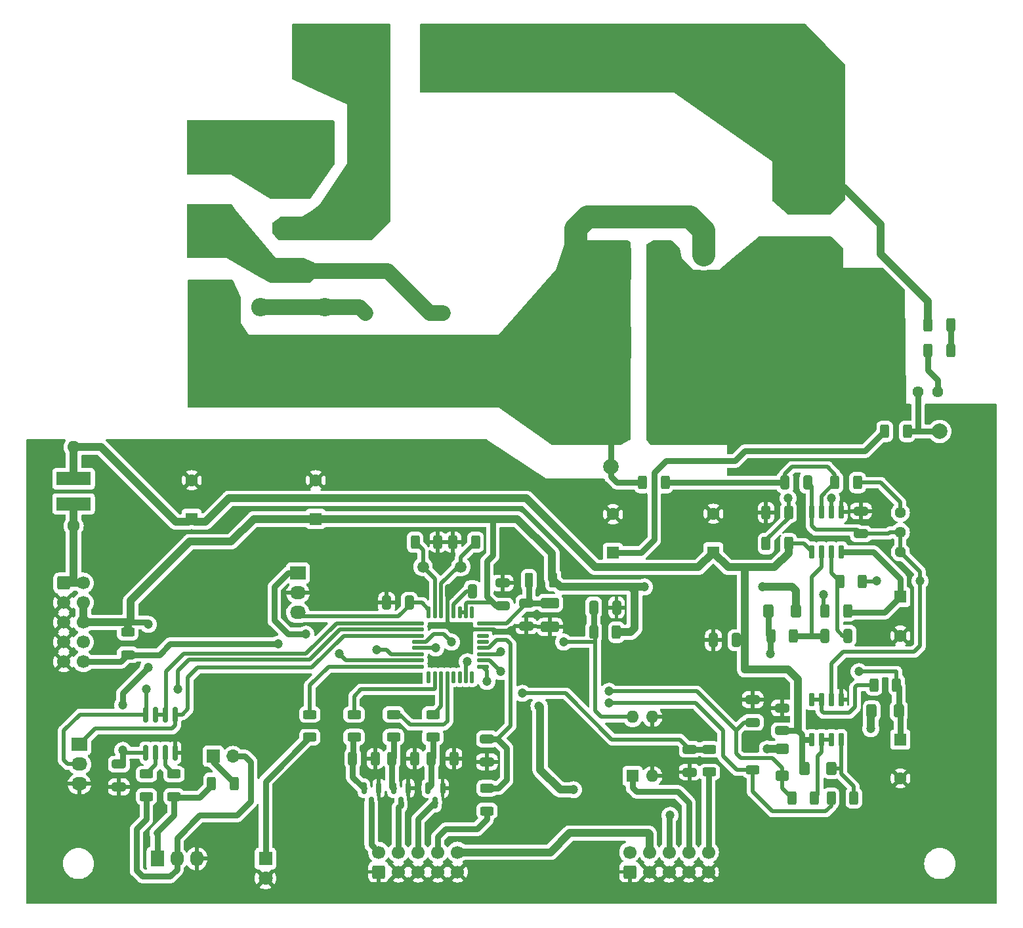
<source format=gbl>
G04 #@! TF.GenerationSoftware,KiCad,Pcbnew,7.0.2*
G04 #@! TF.CreationDate,2023-08-05T12:43:44+02:00*
G04 #@! TF.ProjectId,Module_2,4d6f6475-6c65-45f3-922e-6b696361645f,rev?*
G04 #@! TF.SameCoordinates,Original*
G04 #@! TF.FileFunction,Copper,L2,Bot*
G04 #@! TF.FilePolarity,Positive*
%FSLAX46Y46*%
G04 Gerber Fmt 4.6, Leading zero omitted, Abs format (unit mm)*
G04 Created by KiCad (PCBNEW 7.0.2) date 2023-08-05 12:43:44*
%MOMM*%
%LPD*%
G01*
G04 APERTURE LIST*
G04 Aperture macros list*
%AMRoundRect*
0 Rectangle with rounded corners*
0 $1 Rounding radius*
0 $2 $3 $4 $5 $6 $7 $8 $9 X,Y pos of 4 corners*
0 Add a 4 corners polygon primitive as box body*
4,1,4,$2,$3,$4,$5,$6,$7,$8,$9,$2,$3,0*
0 Add four circle primitives for the rounded corners*
1,1,$1+$1,$2,$3*
1,1,$1+$1,$4,$5*
1,1,$1+$1,$6,$7*
1,1,$1+$1,$8,$9*
0 Add four rect primitives between the rounded corners*
20,1,$1+$1,$2,$3,$4,$5,0*
20,1,$1+$1,$4,$5,$6,$7,0*
20,1,$1+$1,$6,$7,$8,$9,0*
20,1,$1+$1,$8,$9,$2,$3,0*%
G04 Aperture macros list end*
G04 #@! TA.AperFunction,ComponentPad*
%ADD10RoundRect,0.250000X-0.600000X-0.600000X0.600000X-0.600000X0.600000X0.600000X-0.600000X0.600000X0*%
G04 #@! TD*
G04 #@! TA.AperFunction,ComponentPad*
%ADD11C,1.700000*%
G04 #@! TD*
G04 #@! TA.AperFunction,ComponentPad*
%ADD12R,1.600000X1.600000*%
G04 #@! TD*
G04 #@! TA.AperFunction,ComponentPad*
%ADD13C,1.600000*%
G04 #@! TD*
G04 #@! TA.AperFunction,ComponentPad*
%ADD14C,5.000000*%
G04 #@! TD*
G04 #@! TA.AperFunction,ComponentPad*
%ADD15C,2.400000*%
G04 #@! TD*
G04 #@! TA.AperFunction,ComponentPad*
%ADD16O,2.400000X2.400000*%
G04 #@! TD*
G04 #@! TA.AperFunction,ComponentPad*
%ADD17RoundRect,0.250000X0.600000X-0.600000X0.600000X0.600000X-0.600000X0.600000X-0.600000X-0.600000X0*%
G04 #@! TD*
G04 #@! TA.AperFunction,ComponentPad*
%ADD18R,1.800000X1.800000*%
G04 #@! TD*
G04 #@! TA.AperFunction,ComponentPad*
%ADD19C,1.800000*%
G04 #@! TD*
G04 #@! TA.AperFunction,ComponentPad*
%ADD20R,1.730000X2.030000*%
G04 #@! TD*
G04 #@! TA.AperFunction,ComponentPad*
%ADD21O,1.730000X2.030000*%
G04 #@! TD*
G04 #@! TA.AperFunction,ComponentPad*
%ADD22C,2.000000*%
G04 #@! TD*
G04 #@! TA.AperFunction,ComponentPad*
%ADD23C,1.500000*%
G04 #@! TD*
G04 #@! TA.AperFunction,ComponentPad*
%ADD24O,1.600000X1.600000*%
G04 #@! TD*
G04 #@! TA.AperFunction,ComponentPad*
%ADD25R,2.030000X1.730000*%
G04 #@! TD*
G04 #@! TA.AperFunction,ComponentPad*
%ADD26O,2.030000X1.730000*%
G04 #@! TD*
G04 #@! TA.AperFunction,ComponentPad*
%ADD27R,1.700000X1.700000*%
G04 #@! TD*
G04 #@! TA.AperFunction,ComponentPad*
%ADD28O,1.700000X1.700000*%
G04 #@! TD*
G04 #@! TA.AperFunction,ComponentPad*
%ADD29C,1.440000*%
G04 #@! TD*
G04 #@! TA.AperFunction,SMDPad,CuDef*
%ADD30RoundRect,0.250000X-0.312500X-0.625000X0.312500X-0.625000X0.312500X0.625000X-0.312500X0.625000X0*%
G04 #@! TD*
G04 #@! TA.AperFunction,SMDPad,CuDef*
%ADD31RoundRect,0.150000X-0.150000X0.587500X-0.150000X-0.587500X0.150000X-0.587500X0.150000X0.587500X0*%
G04 #@! TD*
G04 #@! TA.AperFunction,SMDPad,CuDef*
%ADD32RoundRect,0.250001X-1.262499X-1.974999X1.262499X-1.974999X1.262499X1.974999X-1.262499X1.974999X0*%
G04 #@! TD*
G04 #@! TA.AperFunction,SMDPad,CuDef*
%ADD33R,4.500000X1.750000*%
G04 #@! TD*
G04 #@! TA.AperFunction,SMDPad,CuDef*
%ADD34RoundRect,0.250000X0.325000X0.650000X-0.325000X0.650000X-0.325000X-0.650000X0.325000X-0.650000X0*%
G04 #@! TD*
G04 #@! TA.AperFunction,SMDPad,CuDef*
%ADD35RoundRect,0.250000X-0.625000X0.312500X-0.625000X-0.312500X0.625000X-0.312500X0.625000X0.312500X0*%
G04 #@! TD*
G04 #@! TA.AperFunction,SMDPad,CuDef*
%ADD36RoundRect,0.250000X-0.400000X-0.600000X0.400000X-0.600000X0.400000X0.600000X-0.400000X0.600000X0*%
G04 #@! TD*
G04 #@! TA.AperFunction,SMDPad,CuDef*
%ADD37RoundRect,0.250000X-0.650000X0.325000X-0.650000X-0.325000X0.650000X-0.325000X0.650000X0.325000X0*%
G04 #@! TD*
G04 #@! TA.AperFunction,SMDPad,CuDef*
%ADD38RoundRect,0.250000X0.650000X-0.325000X0.650000X0.325000X-0.650000X0.325000X-0.650000X-0.325000X0*%
G04 #@! TD*
G04 #@! TA.AperFunction,SMDPad,CuDef*
%ADD39RoundRect,0.250000X-0.325000X-0.650000X0.325000X-0.650000X0.325000X0.650000X-0.325000X0.650000X0*%
G04 #@! TD*
G04 #@! TA.AperFunction,SMDPad,CuDef*
%ADD40RoundRect,0.250000X0.275000X0.700000X-0.275000X0.700000X-0.275000X-0.700000X0.275000X-0.700000X0*%
G04 #@! TD*
G04 #@! TA.AperFunction,SMDPad,CuDef*
%ADD41RoundRect,0.250000X0.312500X0.625000X-0.312500X0.625000X-0.312500X-0.625000X0.312500X-0.625000X0*%
G04 #@! TD*
G04 #@! TA.AperFunction,SMDPad,CuDef*
%ADD42RoundRect,0.250000X0.625000X-0.312500X0.625000X0.312500X-0.625000X0.312500X-0.625000X-0.312500X0*%
G04 #@! TD*
G04 #@! TA.AperFunction,SMDPad,CuDef*
%ADD43RoundRect,0.125000X-0.125000X0.625000X-0.125000X-0.625000X0.125000X-0.625000X0.125000X0.625000X0*%
G04 #@! TD*
G04 #@! TA.AperFunction,SMDPad,CuDef*
%ADD44RoundRect,0.125000X-0.625000X0.125000X-0.625000X-0.125000X0.625000X-0.125000X0.625000X0.125000X0*%
G04 #@! TD*
G04 #@! TA.AperFunction,SMDPad,CuDef*
%ADD45RoundRect,0.150000X-0.150000X0.725000X-0.150000X-0.725000X0.150000X-0.725000X0.150000X0.725000X0*%
G04 #@! TD*
G04 #@! TA.AperFunction,SMDPad,CuDef*
%ADD46RoundRect,0.250000X-0.925000X0.412500X-0.925000X-0.412500X0.925000X-0.412500X0.925000X0.412500X0*%
G04 #@! TD*
G04 #@! TA.AperFunction,SMDPad,CuDef*
%ADD47RoundRect,0.150000X-0.150000X0.825000X-0.150000X-0.825000X0.150000X-0.825000X0.150000X0.825000X0*%
G04 #@! TD*
G04 #@! TA.AperFunction,SMDPad,CuDef*
%ADD48RoundRect,0.250000X-0.600000X0.400000X-0.600000X-0.400000X0.600000X-0.400000X0.600000X0.400000X0*%
G04 #@! TD*
G04 #@! TA.AperFunction,SMDPad,CuDef*
%ADD49RoundRect,0.250000X0.400000X0.600000X-0.400000X0.600000X-0.400000X-0.600000X0.400000X-0.600000X0*%
G04 #@! TD*
G04 #@! TA.AperFunction,ComponentPad*
%ADD50R,4.500000X2.500000*%
G04 #@! TD*
G04 #@! TA.AperFunction,ComponentPad*
%ADD51O,4.500000X2.500000*%
G04 #@! TD*
G04 #@! TA.AperFunction,ViaPad*
%ADD52C,1.200000*%
G04 #@! TD*
G04 #@! TA.AperFunction,Conductor*
%ADD53C,1.000000*%
G04 #@! TD*
G04 #@! TA.AperFunction,Conductor*
%ADD54C,0.750000*%
G04 #@! TD*
G04 #@! TA.AperFunction,Conductor*
%ADD55C,0.500000*%
G04 #@! TD*
G04 #@! TA.AperFunction,Conductor*
%ADD56C,2.000000*%
G04 #@! TD*
G04 #@! TA.AperFunction,Conductor*
%ADD57C,3.000000*%
G04 #@! TD*
G04 APERTURE END LIST*
D10*
X45720000Y-102870000D03*
D11*
X48260000Y-102870000D03*
X45720000Y-105410000D03*
X48260000Y-105410000D03*
X45720000Y-107950000D03*
X48260000Y-107950000D03*
X45720000Y-110490000D03*
X48260000Y-110490000D03*
X45720000Y-113030000D03*
X48260000Y-113030000D03*
D12*
X62230000Y-94604651D03*
D13*
X62230000Y-89604651D03*
D12*
X116586000Y-98980000D03*
D13*
X116586000Y-93980000D03*
D14*
X130175000Y-71755000D03*
D15*
X71120000Y-46990000D03*
D16*
X71120000Y-67310000D03*
D12*
X78232000Y-94604651D03*
D13*
X78232000Y-89604651D03*
D17*
X118745000Y-140135000D03*
D11*
X118745000Y-137595000D03*
X121285000Y-140135000D03*
X121285000Y-137595000D03*
X123825000Y-140135000D03*
X123825000Y-137595000D03*
X126365000Y-140135000D03*
X126365000Y-137595000D03*
X128905000Y-140135000D03*
X128905000Y-137595000D03*
D17*
X86360000Y-140135000D03*
D11*
X86360000Y-137595000D03*
X88900000Y-140135000D03*
X88900000Y-137595000D03*
X91440000Y-140135000D03*
X91440000Y-137595000D03*
X93980000Y-140135000D03*
X93980000Y-137595000D03*
X96520000Y-140135000D03*
X96520000Y-137595000D03*
D12*
X153670000Y-104655000D03*
D13*
X153670000Y-109655000D03*
D14*
X142049500Y-62030000D03*
X142049500Y-51870000D03*
D18*
X71755000Y-138430000D03*
D19*
X71755000Y-140970000D03*
D20*
X57785000Y-138430000D03*
D21*
X60325000Y-138430000D03*
X62865000Y-138430000D03*
D22*
X158750000Y-83312000D03*
D14*
X65024000Y-47080500D03*
X65024000Y-57240500D03*
X65024000Y-67400500D03*
D23*
X92075000Y-100765000D03*
X96955000Y-100765000D03*
D15*
X79375000Y-46990000D03*
D16*
X79375000Y-67310000D03*
D12*
X119126000Y-127762000D03*
D24*
X121666000Y-127762000D03*
X121666000Y-120142000D03*
X119126000Y-120142000D03*
D15*
X111760000Y-33040000D03*
X111760000Y-60540000D03*
D22*
X116332000Y-87884000D03*
D13*
X46990000Y-95504000D03*
D24*
X46990000Y-85344000D03*
D13*
X84622000Y-68072000D03*
X94622000Y-68072000D03*
D14*
X78740000Y-35360000D03*
D15*
X128270000Y-33040000D03*
X128270000Y-60540000D03*
D25*
X47752000Y-123698000D03*
D26*
X47752000Y-126238000D03*
X47752000Y-128778000D03*
D27*
X65019000Y-125222000D03*
D28*
X67559000Y-125222000D03*
D25*
X75946000Y-101600000D03*
D26*
X75946000Y-104140000D03*
X75946000Y-106680000D03*
D22*
X146812000Y-83312000D03*
D14*
X109855000Y-71755000D03*
X96520000Y-35360000D03*
D29*
X158496000Y-78232000D03*
X155956000Y-78232000D03*
X153416000Y-78232000D03*
D12*
X129540000Y-98922651D03*
D13*
X129540000Y-93922651D03*
D12*
X153670000Y-123070000D03*
D13*
X153670000Y-128070000D03*
D29*
X153670000Y-93780000D03*
X153670000Y-96320000D03*
X153670000Y-98860000D03*
D30*
X144742500Y-130610000D03*
X147667500Y-130610000D03*
D31*
X88270000Y-129340000D03*
X90170000Y-129340000D03*
X89220000Y-131215000D03*
D32*
X117403000Y-61722000D03*
X122428000Y-61722000D03*
D33*
X46990000Y-92658000D03*
X46990000Y-89408000D03*
D34*
X146890000Y-109655000D03*
X143940000Y-109655000D03*
D30*
X150265000Y-116005000D03*
X153190000Y-116005000D03*
D35*
X53975000Y-109220000D03*
X53975000Y-112145000D03*
D30*
X93152500Y-125530000D03*
X96077500Y-125530000D03*
X120396000Y-89916000D03*
X123321000Y-89916000D03*
D36*
X141280000Y-126800000D03*
X144780000Y-126800000D03*
D37*
X52832000Y-126225500D03*
X52832000Y-129175500D03*
D38*
X148590000Y-96525000D03*
X148590000Y-93575000D03*
D37*
X126492000Y-124316500D03*
X126492000Y-127266500D03*
D39*
X138782000Y-89916000D03*
X141732000Y-89916000D03*
D36*
X149977500Y-119380000D03*
X153477500Y-119380000D03*
D31*
X92710000Y-129340000D03*
X94610000Y-129340000D03*
X93660000Y-131215000D03*
D38*
X134620000Y-120855000D03*
X134620000Y-117905000D03*
X138392500Y-121925000D03*
X138392500Y-118975000D03*
D40*
X108890000Y-102489000D03*
X105740000Y-102489000D03*
D35*
X56388000Y-127508000D03*
X56388000Y-130433000D03*
X59944000Y-127508000D03*
X59944000Y-130433000D03*
D41*
X117032500Y-109220000D03*
X114107500Y-109220000D03*
D42*
X134620000Y-126992500D03*
X134620000Y-124067500D03*
D41*
X160151000Y-72825000D03*
X157226000Y-72825000D03*
D30*
X82992500Y-125530000D03*
X85917500Y-125530000D03*
D32*
X117403000Y-71882000D03*
X122428000Y-71882000D03*
X117375500Y-66802000D03*
X122400500Y-66802000D03*
D37*
X105410000Y-105459000D03*
X105410000Y-108409000D03*
D41*
X148782500Y-102670000D03*
X145857500Y-102670000D03*
D35*
X77470000Y-119822500D03*
X77470000Y-122747500D03*
D31*
X84455000Y-129340000D03*
X86355000Y-129340000D03*
X85405000Y-131215000D03*
D30*
X64805000Y-128705000D03*
X67730000Y-128705000D03*
D42*
X100330000Y-132265000D03*
X100330000Y-129340000D03*
D43*
X92815000Y-106680000D03*
X93615000Y-106680000D03*
X94415000Y-106680000D03*
X95215000Y-106680000D03*
X96015000Y-106680000D03*
X96815000Y-106680000D03*
X97615000Y-106680000D03*
X98415000Y-106680000D03*
D44*
X99790000Y-108055000D03*
X99790000Y-108855000D03*
X99790000Y-109655000D03*
X99790000Y-110455000D03*
X99790000Y-111255000D03*
X99790000Y-112055000D03*
X99790000Y-112855000D03*
X99790000Y-113655000D03*
D43*
X98415000Y-115030000D03*
X97615000Y-115030000D03*
X96815000Y-115030000D03*
X96015000Y-115030000D03*
X95215000Y-115030000D03*
X94415000Y-115030000D03*
X93615000Y-115030000D03*
X92815000Y-115030000D03*
D44*
X91440000Y-113655000D03*
X91440000Y-112855000D03*
X91440000Y-112055000D03*
X91440000Y-111255000D03*
X91440000Y-110455000D03*
X91440000Y-109655000D03*
X91440000Y-108855000D03*
X91440000Y-108055000D03*
D41*
X139257500Y-93780000D03*
X136332500Y-93780000D03*
D42*
X88265000Y-122740000D03*
X88265000Y-119815000D03*
D30*
X145222500Y-89916000D03*
X148147500Y-89916000D03*
D32*
X117375500Y-82242000D03*
X122400500Y-82242000D03*
D45*
X142202500Y-117910000D03*
X143472500Y-117910000D03*
X144742500Y-117910000D03*
X146012500Y-117910000D03*
X146012500Y-123060000D03*
X144742500Y-123060000D03*
X143472500Y-123060000D03*
X142202500Y-123060000D03*
D34*
X132490000Y-110236000D03*
X129540000Y-110236000D03*
D46*
X108458000Y-105456000D03*
X108458000Y-108531000D03*
D41*
X146877500Y-106480000D03*
X143952500Y-106480000D03*
X93980000Y-97590000D03*
X91055000Y-97590000D03*
D30*
X95942500Y-97590000D03*
X98867500Y-97590000D03*
D41*
X139892500Y-109655000D03*
X136967500Y-109655000D03*
D47*
X56300000Y-119815000D03*
X57570000Y-119815000D03*
X58840000Y-119815000D03*
X60110000Y-119815000D03*
X60110000Y-124765000D03*
X58840000Y-124765000D03*
X57570000Y-124765000D03*
X56300000Y-124765000D03*
D45*
X142240000Y-93710000D03*
X143510000Y-93710000D03*
X144780000Y-93710000D03*
X146050000Y-93710000D03*
X146050000Y-98860000D03*
X144780000Y-98860000D03*
X143510000Y-98860000D03*
X142240000Y-98860000D03*
D30*
X88072500Y-125530000D03*
X90997500Y-125530000D03*
D38*
X102362000Y-105820000D03*
X102362000Y-102870000D03*
D32*
X117375500Y-76962000D03*
X122400500Y-76962000D03*
D48*
X138392500Y-124260000D03*
X138392500Y-127760000D03*
D49*
X140180000Y-106480000D03*
X136680000Y-106480000D03*
D39*
X114095000Y-106045000D03*
X117045000Y-106045000D03*
D42*
X129032000Y-127254000D03*
X129032000Y-124329000D03*
X93345000Y-122740000D03*
X93345000Y-119815000D03*
D30*
X157226000Y-69535000D03*
X160151000Y-69535000D03*
D41*
X139257500Y-97790000D03*
X136332500Y-97790000D03*
X154563000Y-83312000D03*
X151638000Y-83312000D03*
D37*
X100330000Y-122990000D03*
X100330000Y-125940000D03*
D41*
X142587500Y-130610000D03*
X139662500Y-130610000D03*
D39*
X95475000Y-103940000D03*
X98425000Y-103940000D03*
D50*
X75105000Y-51700000D03*
D51*
X75105000Y-57150000D03*
X75105000Y-62600000D03*
D42*
X83185000Y-122740000D03*
X83185000Y-119815000D03*
D39*
X87376000Y-105410000D03*
X90326000Y-105410000D03*
D52*
X149860000Y-121666000D03*
X120650000Y-103378000D03*
X135890000Y-103378000D03*
X53340000Y-118618000D03*
X136487884Y-124279541D03*
X56642000Y-108204000D03*
X56642000Y-113792000D03*
X53340000Y-124460000D03*
X104902000Y-117094000D03*
X93726000Y-111252000D03*
X110236000Y-110490000D03*
X95758000Y-110490000D03*
X102108000Y-111760000D03*
X150622000Y-102616000D03*
X156210000Y-102616000D03*
X148336000Y-114300000D03*
X102108000Y-114300000D03*
X116078000Y-116840000D03*
X100330000Y-115570000D03*
X114300000Y-81280000D03*
X114300000Y-76200000D03*
X114300000Y-66040000D03*
X114300000Y-60960000D03*
X114300000Y-63500000D03*
X114300000Y-71120000D03*
X114300000Y-68580000D03*
X114300000Y-78740000D03*
X114300000Y-73660000D03*
X114300000Y-83820000D03*
X123952000Y-132842000D03*
X136906000Y-112014000D03*
X76962000Y-109474000D03*
X81280000Y-112014000D03*
X111506000Y-129540000D03*
X107053026Y-118737026D03*
X116078000Y-118364000D03*
X73406000Y-110744000D03*
X86106000Y-111506000D03*
X144780000Y-91948000D03*
X139192000Y-91948000D03*
X97790000Y-113030000D03*
X143764000Y-104394000D03*
X56388000Y-116586000D03*
X60452000Y-116586000D03*
X92710000Y-86360000D03*
X165100000Y-116840000D03*
X86360000Y-96520000D03*
X147066115Y-91831065D03*
X134620000Y-91440000D03*
X110490000Y-127000000D03*
X96687739Y-108639362D03*
X60960000Y-106680000D03*
X109220000Y-143510000D03*
X161290000Y-95250000D03*
X125730000Y-68580000D03*
X165100000Y-85090000D03*
X165100000Y-97790000D03*
X165100000Y-142240000D03*
X43180000Y-86360000D03*
X136064191Y-116518374D03*
X125730000Y-66040000D03*
X110856038Y-105426502D03*
X161290000Y-107950000D03*
X102870000Y-88900000D03*
X71120000Y-106680000D03*
X115570000Y-132080000D03*
X83820000Y-143510000D03*
X165100000Y-135890000D03*
X57150000Y-97790000D03*
X161290000Y-101600000D03*
X52070000Y-92710000D03*
X63500000Y-121920000D03*
X143510000Y-83820000D03*
X93609411Y-113131899D03*
X152400000Y-86360000D03*
X153670000Y-143510000D03*
X115570000Y-143510000D03*
X161290000Y-133350000D03*
X73345889Y-116397840D03*
X54610000Y-86360000D03*
X165100000Y-104140000D03*
X66040000Y-106680000D03*
X125730000Y-71120000D03*
X114300000Y-91440000D03*
X52070000Y-134620000D03*
X125730000Y-78740000D03*
X60960000Y-86360000D03*
X143510000Y-138430000D03*
X110490000Y-121920000D03*
X161290000Y-120650000D03*
X80010000Y-86360000D03*
X125730000Y-83820000D03*
X151043481Y-93311690D03*
X103225207Y-97296458D03*
X160020000Y-143510000D03*
X43180000Y-91440000D03*
X125730000Y-106680000D03*
X68580000Y-121920000D03*
X74930000Y-134620000D03*
X71120000Y-143510000D03*
X99060000Y-86360000D03*
X105410000Y-121920000D03*
X115570000Y-127000000D03*
X94923247Y-99704949D03*
X43180000Y-134620000D03*
X90170000Y-143510000D03*
X127000000Y-91440000D03*
X110715429Y-100315772D03*
X54610000Y-95250000D03*
X134620000Y-143510000D03*
X81280000Y-101600000D03*
X106680000Y-139700000D03*
X125730000Y-81280000D03*
X127000000Y-129540000D03*
X66040000Y-101600000D03*
X71120000Y-101600000D03*
X140970000Y-143510000D03*
X60960000Y-101600000D03*
X80010000Y-132080000D03*
X125730000Y-110490000D03*
X43180000Y-109220000D03*
X125730000Y-63500000D03*
X73660000Y-86360000D03*
X52070000Y-105410000D03*
X125730000Y-76200000D03*
X110914102Y-108542589D03*
X161290000Y-127000000D03*
X43180000Y-102870000D03*
X43180000Y-115570000D03*
X73660000Y-121920000D03*
X58420000Y-143510000D03*
X107950000Y-91440000D03*
X81280000Y-96520000D03*
X105410000Y-127000000D03*
X124125845Y-127514594D03*
X100330000Y-139700000D03*
X96520000Y-143510000D03*
X43180000Y-128270000D03*
X161290000Y-114300000D03*
X110490000Y-132080000D03*
X125345183Y-120227596D03*
X45720000Y-143510000D03*
X165100000Y-91440000D03*
X80010000Y-125730000D03*
X66725877Y-136379912D03*
X127710992Y-122254154D03*
X67310000Y-86360000D03*
X165100000Y-129540000D03*
X43180000Y-140970000D03*
X102870000Y-143510000D03*
X74930000Y-129540000D03*
X113030000Y-138430000D03*
X137160000Y-138430000D03*
X128270000Y-143510000D03*
X86360000Y-86360000D03*
X52070000Y-143510000D03*
X139700000Y-83820000D03*
X86360000Y-101600000D03*
X121629104Y-124872695D03*
X50800000Y-96520000D03*
X165100000Y-123190000D03*
X103426529Y-109008050D03*
X43180000Y-96520000D03*
X105780012Y-99822230D03*
X105410000Y-132080000D03*
X146507684Y-114938701D03*
X121920000Y-110490000D03*
X129540000Y-106680000D03*
X77470000Y-143510000D03*
X102731666Y-100954473D03*
X138378761Y-116506421D03*
X66356467Y-116332518D03*
X147320000Y-143510000D03*
X43180000Y-121920000D03*
X121920000Y-143510000D03*
X54610000Y-101600000D03*
X64770000Y-143510000D03*
X161290000Y-87630000D03*
X149860000Y-138430000D03*
X50800000Y-100330000D03*
X81280000Y-139700000D03*
X121920000Y-106680000D03*
X125730000Y-73660000D03*
X165100000Y-110490000D03*
D53*
X135890000Y-103378000D02*
X139700000Y-103378000D01*
X121158000Y-135128000D02*
X121285000Y-135255000D01*
X109779000Y-103378000D02*
X118110000Y-103378000D01*
X101092000Y-94604651D02*
X104256651Y-94604651D01*
D54*
X100965000Y-105283000D02*
X100330000Y-104648000D01*
X56642000Y-108204000D02*
X56388000Y-107950000D01*
D55*
X136507425Y-124260000D02*
X136487884Y-124279541D01*
D53*
X54102000Y-107950000D02*
X54356000Y-107696000D01*
X140180000Y-103858000D02*
X140180000Y-106480000D01*
X104256651Y-94604651D02*
X108712000Y-99060000D01*
X78232000Y-94604651D02*
X101092000Y-94604651D01*
D55*
X56300000Y-124765000D02*
X53645000Y-124765000D01*
D54*
X100965000Y-105283000D02*
X101502000Y-105820000D01*
D53*
X139700000Y-103378000D02*
X140180000Y-103858000D01*
X120650000Y-103378000D02*
X118110000Y-103378000D01*
X121285000Y-135255000D02*
X121285000Y-137595000D01*
X118110000Y-103378000D02*
X118872000Y-103378000D01*
D55*
X100838000Y-105410000D02*
X97790000Y-105410000D01*
D54*
X101502000Y-105820000D02*
X102362000Y-105820000D01*
D55*
X97615000Y-105585000D02*
X97615000Y-106680000D01*
X100965000Y-105283000D02*
X100838000Y-105410000D01*
D53*
X61976000Y-97536000D02*
X67310000Y-97536000D01*
D54*
X53340000Y-125730000D02*
X53340000Y-124460000D01*
D53*
X70241349Y-94604651D02*
X78232000Y-94604651D01*
X54356000Y-105156000D02*
X61976000Y-97536000D01*
X48260000Y-107950000D02*
X48260000Y-105410000D01*
D54*
X101092000Y-99314000D02*
X101092000Y-94604651D01*
D53*
X138392500Y-124260000D02*
X136507425Y-124260000D01*
D54*
X56642000Y-113792000D02*
X53340000Y-117094000D01*
D53*
X108712000Y-99060000D02*
X108712000Y-102311000D01*
D54*
X100330000Y-104648000D02*
X100330000Y-100076000D01*
D55*
X97790000Y-105410000D02*
X97615000Y-105585000D01*
D54*
X53340000Y-117094000D02*
X53340000Y-118618000D01*
D55*
X96815000Y-106680000D02*
X97615000Y-106680000D01*
D54*
X100330000Y-100076000D02*
X101092000Y-99314000D01*
D53*
X119380000Y-103886000D02*
X119380000Y-108712000D01*
X54356000Y-107696000D02*
X54356000Y-105156000D01*
X53975000Y-109220000D02*
X53975000Y-108331000D01*
X108890000Y-102489000D02*
X109779000Y-103378000D01*
X118872000Y-103378000D02*
X119380000Y-103886000D01*
X108531000Y-137595000D02*
X110998000Y-135128000D01*
X96520000Y-137595000D02*
X108531000Y-137595000D01*
X110998000Y-135128000D02*
X121158000Y-135128000D01*
D55*
X53645000Y-124765000D02*
X53340000Y-124460000D01*
D53*
X48260000Y-107950000D02*
X54102000Y-107950000D01*
X149860000Y-121666000D02*
X149860000Y-119497500D01*
X149860000Y-119497500D02*
X149977500Y-119380000D01*
D54*
X56388000Y-107950000D02*
X53848000Y-107950000D01*
D53*
X119380000Y-108712000D02*
X118872000Y-109220000D01*
X67310000Y-97536000D02*
X70241349Y-94604651D01*
D54*
X52832000Y-126238000D02*
X53340000Y-125730000D01*
D53*
X108712000Y-102311000D02*
X108890000Y-102489000D01*
X118872000Y-109220000D02*
X117032500Y-109220000D01*
D55*
X92075000Y-100765000D02*
X92075000Y-98610000D01*
X93615000Y-106680000D02*
X93615000Y-102305000D01*
X92075000Y-98610000D02*
X91055000Y-97590000D01*
X93615000Y-102305000D02*
X92075000Y-100765000D01*
X96955000Y-100765000D02*
X96955000Y-99502500D01*
X96955000Y-99502500D02*
X98867500Y-97590000D01*
X94415000Y-106680000D02*
X94415000Y-102943000D01*
X94415000Y-102943000D02*
X96593000Y-100765000D01*
X96593000Y-100765000D02*
X96955000Y-100765000D01*
X92815000Y-106277000D02*
X91948000Y-105410000D01*
X76454000Y-107188000D02*
X88900000Y-107188000D01*
X88900000Y-107188000D02*
X90326000Y-105762000D01*
X75946000Y-106680000D02*
X76454000Y-107188000D01*
X91948000Y-105410000D02*
X90326000Y-105410000D01*
X90326000Y-105762000D02*
X90326000Y-105410000D01*
X92815000Y-106680000D02*
X92815000Y-106277000D01*
D54*
X105740000Y-105141500D02*
X105410000Y-105471500D01*
D55*
X99790000Y-108055000D02*
X102826500Y-108055000D01*
D54*
X105740000Y-102489000D02*
X105740000Y-105141500D01*
D55*
X102826500Y-108055000D02*
X105410000Y-105471500D01*
D54*
X108458000Y-105456000D02*
X105425500Y-105456000D01*
D55*
X96015000Y-105661000D02*
X97736000Y-103940000D01*
X97736000Y-103940000D02*
X98425000Y-103940000D01*
X96015000Y-106680000D02*
X96015000Y-105661000D01*
D54*
X102870000Y-124206000D02*
X102870000Y-128270000D01*
X101654000Y-122990000D02*
X102870000Y-124206000D01*
X101654000Y-122990000D02*
X100330000Y-122990000D01*
D55*
X101600000Y-110236000D02*
X100581000Y-111255000D01*
X101654000Y-122990000D02*
X103378000Y-121266000D01*
D54*
X102870000Y-128270000D02*
X101800000Y-129340000D01*
D55*
X102870000Y-110236000D02*
X101600000Y-110236000D01*
X103378000Y-121266000D02*
X103378000Y-110744000D01*
X100581000Y-111255000D02*
X99790000Y-111255000D01*
X103378000Y-110744000D02*
X102870000Y-110236000D01*
D54*
X101800000Y-129340000D02*
X100330000Y-129340000D01*
D55*
X91443000Y-111252000D02*
X91440000Y-111255000D01*
D54*
X126504500Y-124329000D02*
X126492000Y-124316500D01*
X129032000Y-124329000D02*
X126504500Y-124329000D01*
D55*
X110490000Y-117094000D02*
X116442500Y-123046500D01*
X116442500Y-123046500D02*
X125222000Y-123046500D01*
X125222000Y-123046500D02*
X126492000Y-124316500D01*
X93726000Y-111252000D02*
X91443000Y-111252000D01*
X104902000Y-117094000D02*
X110490000Y-117094000D01*
X92456000Y-110490000D02*
X93472000Y-109474000D01*
D54*
X114107500Y-106057500D02*
X114095000Y-106045000D01*
D55*
X114300000Y-109412500D02*
X114107500Y-109220000D01*
X110236000Y-110490000D02*
X114300000Y-110490000D01*
X91440000Y-110490000D02*
X92456000Y-110490000D01*
X114300000Y-119380000D02*
X114300000Y-110490000D01*
X91440000Y-110455000D02*
X91440000Y-110490000D01*
X93472000Y-109474000D02*
X94742000Y-109474000D01*
D54*
X114107500Y-109220000D02*
X114107500Y-106057500D01*
D55*
X119126000Y-120142000D02*
X115062000Y-120142000D01*
X115062000Y-120142000D02*
X114300000Y-119380000D01*
X94742000Y-109474000D02*
X95758000Y-110490000D01*
X114300000Y-110490000D02*
X114300000Y-109412500D01*
D54*
X149098000Y-85852000D02*
X133604000Y-85852000D01*
X132334000Y-87122000D02*
X123444000Y-87122000D01*
X123444000Y-87122000D02*
X121920000Y-88646000D01*
X151638000Y-83312000D02*
X149098000Y-85852000D01*
D55*
X101813000Y-112055000D02*
X99790000Y-112055000D01*
D54*
X120222000Y-98980000D02*
X116586000Y-98980000D01*
X121920000Y-97282000D02*
X120222000Y-98980000D01*
X133604000Y-85852000D02*
X132334000Y-87122000D01*
X121920000Y-88646000D02*
X121920000Y-97282000D01*
D55*
X102108000Y-111760000D02*
X101813000Y-112055000D01*
X141224000Y-97790000D02*
X139257500Y-97790000D01*
D54*
X140970000Y-126490000D02*
X141280000Y-126800000D01*
X140970000Y-123190000D02*
X140970000Y-126490000D01*
D53*
X133604000Y-110744000D02*
X133604000Y-110236000D01*
X50546000Y-85344000D02*
X46990000Y-85344000D01*
D54*
X138430000Y-121920000D02*
X138425000Y-121925000D01*
D53*
X127624651Y-100838000D02*
X129540000Y-98922651D01*
X139257500Y-98994500D02*
X139257500Y-97790000D01*
D54*
X140462000Y-121920000D02*
X140970000Y-122428000D01*
X141100000Y-123060000D02*
X140970000Y-123190000D01*
D53*
X131455349Y-100838000D02*
X133604000Y-100838000D01*
X62621349Y-94996000D02*
X64008000Y-94996000D01*
X133604000Y-100838000D02*
X137414000Y-100838000D01*
X137414000Y-100838000D02*
X139257500Y-98994500D01*
X105410000Y-91948000D02*
X114300000Y-100838000D01*
D55*
X142240000Y-98860000D02*
X142240000Y-98806000D01*
D54*
X138425000Y-121925000D02*
X138392500Y-121925000D01*
D53*
X64008000Y-94996000D02*
X67056000Y-91948000D01*
D54*
X141986000Y-123060000D02*
X141100000Y-123060000D01*
D53*
X133604000Y-110236000D02*
X133604000Y-100838000D01*
X140462000Y-115316000D02*
X139192000Y-114046000D01*
X114300000Y-100838000D02*
X127624651Y-100838000D01*
D55*
X142240000Y-98806000D02*
X141224000Y-97790000D01*
D54*
X140462000Y-121920000D02*
X138430000Y-121920000D01*
D53*
X60198000Y-94996000D02*
X50546000Y-85344000D01*
X61838651Y-94996000D02*
X60198000Y-94996000D01*
X140462000Y-121920000D02*
X140462000Y-115316000D01*
X132490000Y-110236000D02*
X133604000Y-110236000D01*
X67056000Y-91948000D02*
X105410000Y-91948000D01*
X62230000Y-94604651D02*
X62621349Y-94996000D01*
X129540000Y-98922651D02*
X131455349Y-100838000D01*
X62230000Y-94604651D02*
X61838651Y-94996000D01*
D54*
X140970000Y-122428000D02*
X140970000Y-123190000D01*
D53*
X139192000Y-114046000D02*
X133604000Y-114046000D01*
X46990000Y-85344000D02*
X46990000Y-89408000D01*
X133604000Y-114046000D02*
X133604000Y-110744000D01*
D54*
X123321000Y-89916000D02*
X138782000Y-89916000D01*
D55*
X145222500Y-88834500D02*
X144272000Y-87884000D01*
X139700000Y-87884000D02*
X138782000Y-88802000D01*
X143510000Y-93710000D02*
X143510000Y-91628500D01*
X143510000Y-91628500D02*
X145222500Y-89916000D01*
X144272000Y-87884000D02*
X139700000Y-87884000D01*
X145222500Y-89916000D02*
X145222500Y-88834500D01*
X138782000Y-88802000D02*
X138782000Y-89916000D01*
X155448000Y-111760000D02*
X146304000Y-111760000D01*
X142240000Y-93710000D02*
X142240000Y-90424000D01*
X142748000Y-96012000D02*
X148077000Y-96012000D01*
X156210000Y-110998000D02*
X155448000Y-111760000D01*
X148782500Y-102670000D02*
X150568000Y-102670000D01*
X142240000Y-90424000D02*
X141732000Y-89916000D01*
X153670000Y-98860000D02*
X156210000Y-101400000D01*
X146304000Y-111760000D02*
X144780000Y-113284000D01*
X142240000Y-93710000D02*
X142240000Y-95504000D01*
X148077000Y-96012000D02*
X148590000Y-96525000D01*
X156210000Y-101400000D02*
X156210000Y-102616000D01*
X144780000Y-117872500D02*
X144742500Y-117910000D01*
X152346000Y-96320000D02*
X153670000Y-96320000D01*
X144780000Y-113284000D02*
X144780000Y-117872500D01*
X152141000Y-96525000D02*
X152346000Y-96320000D01*
X150568000Y-102670000D02*
X150622000Y-102616000D01*
X142240000Y-95504000D02*
X142748000Y-96012000D01*
X153670000Y-96320000D02*
X153670000Y-98860000D01*
X148590000Y-96525000D02*
X152141000Y-96525000D01*
X156210000Y-102616000D02*
X156210000Y-110998000D01*
D54*
X153670000Y-104655000D02*
X151645000Y-106680000D01*
X151645000Y-106680000D02*
X147077500Y-106680000D01*
X146304000Y-98860000D02*
X150168000Y-98860000D01*
X147077500Y-106680000D02*
X146877500Y-106480000D01*
X150168000Y-98860000D02*
X153670000Y-102362000D01*
X153670000Y-102362000D02*
X153670000Y-104655000D01*
D55*
X144780000Y-101592500D02*
X145857500Y-102670000D01*
X145857500Y-102670000D02*
X145542000Y-102985500D01*
X144780000Y-98860000D02*
X144780000Y-101592500D01*
X145542000Y-102985500D02*
X145542000Y-108966000D01*
X145542000Y-108966000D02*
X146231000Y-109655000D01*
X146231000Y-109655000D02*
X146890000Y-109655000D01*
X143510000Y-98860000D02*
X143510000Y-100838000D01*
X143510000Y-100838000D02*
X142240000Y-102108000D01*
D54*
X139892500Y-109655000D02*
X143940000Y-109655000D01*
D55*
X142240000Y-109474000D02*
X142494000Y-109728000D01*
X142240000Y-102108000D02*
X142240000Y-109474000D01*
X99790000Y-112855000D02*
X100663000Y-112855000D01*
X153190000Y-114328000D02*
X153190000Y-116005000D01*
X153162000Y-114300000D02*
X153190000Y-114328000D01*
X100663000Y-112855000D02*
X102108000Y-114300000D01*
D54*
X153477500Y-116292500D02*
X153190000Y-116005000D01*
X153670000Y-119572500D02*
X153477500Y-119380000D01*
X153477500Y-119380000D02*
X153477500Y-116292500D01*
X153670000Y-123070000D02*
X153670000Y-119572500D01*
D55*
X148336000Y-114300000D02*
X153162000Y-114300000D01*
X138430000Y-127722500D02*
X138430000Y-126746000D01*
X100330000Y-114195000D02*
X99790000Y-113655000D01*
X138392500Y-127760000D02*
X138430000Y-127722500D01*
X133350000Y-121031000D02*
X132461000Y-121920000D01*
X132461000Y-121920000D02*
X127381000Y-116840000D01*
X100330000Y-115570000D02*
X100330000Y-114195000D01*
X137160000Y-125476000D02*
X133096000Y-125476000D01*
X138430000Y-127797500D02*
X138392500Y-127760000D01*
X138430000Y-126746000D02*
X137160000Y-125476000D01*
X138430000Y-129377500D02*
X138430000Y-127797500D01*
X134620000Y-120855000D02*
X133526000Y-120855000D01*
X132461000Y-124841000D02*
X132461000Y-121920000D01*
X127381000Y-116840000D02*
X116078000Y-116840000D01*
X139662500Y-130610000D02*
X138430000Y-129377500D01*
X133526000Y-120855000D02*
X133350000Y-121031000D01*
X133096000Y-125476000D02*
X132461000Y-124841000D01*
D56*
X83860000Y-67310000D02*
X84622000Y-68072000D01*
X71120000Y-67310000D02*
X79375000Y-67310000D01*
X79375000Y-67310000D02*
X83860000Y-67310000D01*
D53*
X142049500Y-51870000D02*
X146358000Y-51870000D01*
X157226000Y-66548000D02*
X157226000Y-69535000D01*
X146358000Y-51870000D02*
X151130000Y-56642000D01*
X151130000Y-56642000D02*
X151130000Y-60452000D01*
X151130000Y-60452000D02*
X157226000Y-66548000D01*
D54*
X116332000Y-87884000D02*
X116332000Y-89154000D01*
X117375500Y-82242000D02*
X117148000Y-82242000D01*
D57*
X128270000Y-57404000D02*
X128270000Y-60540000D01*
D54*
X116332000Y-89154000D02*
X117094000Y-89916000D01*
D57*
X113284000Y-55626000D02*
X126492000Y-55626000D01*
D54*
X117148000Y-82242000D02*
X116332000Y-83058000D01*
D57*
X111760000Y-60540000D02*
X111760000Y-57150000D01*
X126492000Y-55626000D02*
X128270000Y-57404000D01*
X111760000Y-57150000D02*
X113284000Y-55626000D01*
D54*
X116332000Y-83058000D02*
X116332000Y-87884000D01*
X117094000Y-89916000D02*
X120396000Y-89916000D01*
X77470000Y-122747500D02*
X71755000Y-128462500D01*
X71755000Y-128462500D02*
X71755000Y-138430000D01*
X136967500Y-109655000D02*
X136967500Y-109666500D01*
X136967500Y-109666500D02*
X136906000Y-109728000D01*
X123825000Y-137595000D02*
X123825000Y-132969000D01*
X136680000Y-109502000D02*
X136680000Y-106480000D01*
X136906000Y-109716500D02*
X136967500Y-109655000D01*
X136906000Y-112014000D02*
X136906000Y-109716500D01*
X123825000Y-132969000D02*
X123952000Y-132842000D01*
X136906000Y-109728000D02*
X136680000Y-109502000D01*
D55*
X146012500Y-126746000D02*
X146012500Y-127470500D01*
X146012500Y-127470500D02*
X147667500Y-129125500D01*
X146012500Y-123060000D02*
X146012500Y-126746000D01*
X145958500Y-126800000D02*
X146012500Y-126746000D01*
X144780000Y-126800000D02*
X145958500Y-126800000D01*
X147667500Y-129125500D02*
X147667500Y-130610000D01*
D54*
X74676000Y-109474000D02*
X72898000Y-107696000D01*
D55*
X82121000Y-112855000D02*
X81280000Y-112014000D01*
X91440000Y-112855000D02*
X82121000Y-112855000D01*
D54*
X74676000Y-101600000D02*
X75946000Y-101600000D01*
X76962000Y-109474000D02*
X74676000Y-109474000D01*
X72898000Y-107696000D02*
X72898000Y-103378000D01*
X72898000Y-103378000D02*
X74676000Y-101600000D01*
X64805000Y-128705000D02*
X64805000Y-128997000D01*
X59944000Y-130433000D02*
X59944000Y-132842000D01*
X57785000Y-135255000D02*
X57785000Y-138430000D01*
X57658000Y-135128000D02*
X57785000Y-135255000D01*
X59944000Y-132842000D02*
X57658000Y-135128000D01*
X63246000Y-130556000D02*
X60067000Y-130556000D01*
X64805000Y-128997000D02*
X63246000Y-130556000D01*
X60067000Y-130556000D02*
X59944000Y-130433000D01*
X69850000Y-125984000D02*
X69088000Y-125222000D01*
X63246000Y-132842000D02*
X68072000Y-132842000D01*
X69088000Y-125222000D02*
X67559000Y-125222000D01*
X55880000Y-140716000D02*
X59436000Y-140716000D01*
X60325000Y-138430000D02*
X60325000Y-135763000D01*
X56388000Y-130433000D02*
X56388000Y-133350000D01*
X60325000Y-135763000D02*
X63246000Y-132842000D01*
X55118000Y-134620000D02*
X55118000Y-139954000D01*
X55118000Y-139954000D02*
X55880000Y-140716000D01*
X56388000Y-133350000D02*
X55118000Y-134620000D01*
X59436000Y-140716000D02*
X60325000Y-139827000D01*
X69850000Y-131064000D02*
X69850000Y-125984000D01*
X68072000Y-132842000D02*
X69850000Y-131064000D01*
X60325000Y-139827000D02*
X60325000Y-138430000D01*
X85405000Y-136640000D02*
X86360000Y-137595000D01*
X85405000Y-131215000D02*
X85405000Y-136640000D01*
X88900000Y-131826000D02*
X88900000Y-137595000D01*
X89220000Y-131215000D02*
X89220000Y-131506000D01*
X89220000Y-131506000D02*
X88900000Y-131826000D01*
X91440000Y-133350000D02*
X91440000Y-137595000D01*
X93660000Y-131215000D02*
X93575000Y-131215000D01*
X93575000Y-131215000D02*
X91440000Y-133350000D01*
X99060000Y-134620000D02*
X100330000Y-133350000D01*
X100330000Y-133350000D02*
X100330000Y-132265000D01*
X93980000Y-137595000D02*
X93980000Y-135636000D01*
X94996000Y-134620000D02*
X99060000Y-134620000D01*
X93980000Y-135636000D02*
X94996000Y-134620000D01*
X126365000Y-131191000D02*
X124968000Y-129794000D01*
X119126000Y-129286000D02*
X119126000Y-127762000D01*
X126365000Y-137595000D02*
X126365000Y-131191000D01*
X124968000Y-129794000D02*
X119634000Y-129794000D01*
X119634000Y-129794000D02*
X119126000Y-129286000D01*
X128905000Y-127381000D02*
X129032000Y-127254000D01*
X128905000Y-137595000D02*
X128905000Y-127381000D01*
X155956000Y-78232000D02*
X155956000Y-83312000D01*
X154563000Y-83312000D02*
X155956000Y-83312000D01*
X155956000Y-83312000D02*
X158750000Y-83312000D01*
D53*
X109788478Y-129540000D02*
X111506000Y-129540000D01*
X107188000Y-118872000D02*
X107188000Y-126939522D01*
X45720000Y-102870000D02*
X46736000Y-102870000D01*
X46736000Y-102870000D02*
X48260000Y-102870000D01*
X107188000Y-126939522D02*
X109788478Y-129540000D01*
X46990000Y-93420000D02*
X46990000Y-102616000D01*
X46990000Y-102616000D02*
X46736000Y-102870000D01*
X107053026Y-118737026D02*
X107188000Y-118872000D01*
D55*
X134620000Y-126992500D02*
X132580500Y-126992500D01*
X137160000Y-132334000D02*
X144018000Y-132334000D01*
X132580500Y-126992500D02*
X130810000Y-125222000D01*
X134620000Y-129794000D02*
X137160000Y-132334000D01*
X130810000Y-121920000D02*
X127254000Y-118364000D01*
X130810000Y-125222000D02*
X130810000Y-121920000D01*
X134620000Y-126992500D02*
X134620000Y-129794000D01*
X144018000Y-132334000D02*
X144742500Y-131609500D01*
X127254000Y-118364000D02*
X116078000Y-118364000D01*
X144742500Y-131609500D02*
X144742500Y-130610000D01*
D54*
X53975000Y-112145000D02*
X58035000Y-112145000D01*
X48260000Y-113030000D02*
X53090000Y-113030000D01*
D55*
X87376000Y-111506000D02*
X86106000Y-111506000D01*
D54*
X53090000Y-113030000D02*
X53975000Y-112145000D01*
D55*
X91440000Y-112055000D02*
X87925000Y-112055000D01*
D54*
X58035000Y-112145000D02*
X59436000Y-110744000D01*
D55*
X87925000Y-112055000D02*
X87376000Y-111506000D01*
D54*
X59436000Y-110744000D02*
X73406000Y-110744000D01*
X65019000Y-125979000D02*
X65019000Y-125222000D01*
X67730000Y-128705000D02*
X67730000Y-128690000D01*
X67730000Y-128690000D02*
X65019000Y-125979000D01*
X88072500Y-125530000D02*
X88072500Y-129142500D01*
X88072500Y-129142500D02*
X88270000Y-129340000D01*
X88265000Y-122740000D02*
X88265000Y-125337500D01*
X88265000Y-125337500D02*
X88072500Y-125530000D01*
X83058000Y-125464500D02*
X82992500Y-125530000D01*
X82992500Y-127877500D02*
X84455000Y-129340000D01*
X83058000Y-122936000D02*
X83058000Y-125464500D01*
X83185000Y-122740000D02*
X83185000Y-122809000D01*
X82992500Y-125530000D02*
X82992500Y-127877500D01*
X83185000Y-122809000D02*
X83058000Y-122936000D01*
X93152500Y-128897500D02*
X92710000Y-129340000D01*
X93345000Y-125337500D02*
X93152500Y-125530000D01*
X93345000Y-122740000D02*
X93345000Y-125337500D01*
X93152500Y-125530000D02*
X93152500Y-128897500D01*
D55*
X57570000Y-124765000D02*
X57570000Y-126326000D01*
X57570000Y-126326000D02*
X56388000Y-127508000D01*
X58840000Y-126404000D02*
X59944000Y-127508000D01*
X58840000Y-124765000D02*
X58840000Y-126404000D01*
X91440000Y-113655000D02*
X79893000Y-113655000D01*
X77470000Y-116078000D02*
X77470000Y-119822500D01*
X79893000Y-113655000D02*
X77470000Y-116078000D01*
X90424000Y-121158000D02*
X89081000Y-119815000D01*
X89081000Y-119815000D02*
X88265000Y-119815000D01*
X94742000Y-121158000D02*
X90424000Y-121158000D01*
X95215000Y-120685000D02*
X94742000Y-121158000D01*
X95215000Y-115030000D02*
X95215000Y-120685000D01*
X93472000Y-116586000D02*
X84074000Y-116586000D01*
X93615000Y-115030000D02*
X93615000Y-116443000D01*
X93615000Y-116443000D02*
X93472000Y-116586000D01*
X83185000Y-117475000D02*
X83185000Y-119815000D01*
X84074000Y-116586000D02*
X83185000Y-117475000D01*
X94415000Y-118745000D02*
X93345000Y-119815000D01*
X94415000Y-115030000D02*
X94415000Y-118745000D01*
X139257500Y-93780000D02*
X139257500Y-92013500D01*
X139257500Y-94422500D02*
X139257500Y-93780000D01*
X139257500Y-92013500D02*
X139192000Y-91948000D01*
X136332500Y-97347500D02*
X139257500Y-94422500D01*
X144780000Y-91948000D02*
X144780000Y-93710000D01*
X136332500Y-97790000D02*
X136332500Y-97347500D01*
X148147500Y-89916000D02*
X151130000Y-89916000D01*
X151130000Y-89916000D02*
X153670000Y-92456000D01*
X153670000Y-92456000D02*
X153670000Y-93780000D01*
X97615000Y-113205000D02*
X97790000Y-113030000D01*
X143764000Y-104394000D02*
X143764000Y-106291500D01*
X97615000Y-115030000D02*
X97615000Y-113205000D01*
X143764000Y-106291500D02*
X143952500Y-106480000D01*
X143472500Y-117910000D02*
X143472500Y-119342500D01*
X147066000Y-119634000D02*
X147828000Y-118872000D01*
X150192000Y-116078000D02*
X150265000Y-116005000D01*
X143764000Y-119634000D02*
X147066000Y-119634000D01*
X142202500Y-117910000D02*
X143472500Y-117910000D01*
X143472500Y-119342500D02*
X143764000Y-119634000D01*
X148082000Y-116078000D02*
X150192000Y-116078000D01*
X147828000Y-116332000D02*
X148082000Y-116078000D01*
X147828000Y-118872000D02*
X147828000Y-116332000D01*
X143510000Y-124714000D02*
X143002000Y-125222000D01*
X143510000Y-123190000D02*
X143510000Y-124714000D01*
X144742500Y-123060000D02*
X143472500Y-123060000D01*
X143472500Y-123152500D02*
X143510000Y-123190000D01*
X143472500Y-123060000D02*
X143472500Y-123152500D01*
X143002000Y-130195500D02*
X142587500Y-130610000D01*
X143002000Y-125222000D02*
X143002000Y-130195500D01*
D54*
X160151000Y-69535000D02*
X160151000Y-72825000D01*
X157226000Y-75438000D02*
X158496000Y-76708000D01*
X157226000Y-72825000D02*
X157226000Y-75438000D01*
X158496000Y-76708000D02*
X158496000Y-78232000D01*
D55*
X56388000Y-116586000D02*
X56388000Y-119727000D01*
X47825000Y-119815000D02*
X45720000Y-121920000D01*
X56300000Y-119815000D02*
X47825000Y-119815000D01*
X77470000Y-112776000D02*
X61849000Y-112776000D01*
X56388000Y-119727000D02*
X56300000Y-119815000D01*
X61849000Y-112776000D02*
X60452000Y-114173000D01*
X91440000Y-108855000D02*
X81391000Y-108855000D01*
X60452000Y-114173000D02*
X60452000Y-116586000D01*
X46228000Y-126238000D02*
X47752000Y-126238000D01*
X45720000Y-121920000D02*
X45720000Y-125730000D01*
X45720000Y-125730000D02*
X46228000Y-126238000D01*
X81391000Y-108855000D02*
X77470000Y-112776000D01*
X76962000Y-112014000D02*
X61214000Y-112014000D01*
X61214000Y-112014000D02*
X58928000Y-114300000D01*
X58928000Y-114300000D02*
X58928000Y-119727000D01*
X80921000Y-108055000D02*
X76962000Y-112014000D01*
X58840000Y-119815000D02*
X57570000Y-119815000D01*
X58928000Y-119727000D02*
X58840000Y-119815000D01*
X91440000Y-108055000D02*
X80921000Y-108055000D01*
X59690000Y-121666000D02*
X49784000Y-121666000D01*
X91440000Y-109655000D02*
X81861000Y-109655000D01*
X60110000Y-119815000D02*
X60110000Y-121246000D01*
X77724000Y-113792000D02*
X62992000Y-113792000D01*
X62992000Y-113792000D02*
X61722000Y-115062000D01*
X49784000Y-121666000D02*
X47752000Y-123698000D01*
X60110000Y-121246000D02*
X59690000Y-121666000D01*
X61722000Y-115062000D02*
X61722000Y-119126000D01*
X61033000Y-119815000D02*
X60110000Y-119815000D01*
X61722000Y-119126000D02*
X61033000Y-119815000D01*
X81861000Y-109655000D02*
X77724000Y-113792000D01*
D56*
X92964000Y-68072000D02*
X87514000Y-62622000D01*
X87514000Y-62622000D02*
X87514000Y-62600000D01*
X87514000Y-62600000D02*
X75105000Y-62600000D01*
X94622000Y-68072000D02*
X92964000Y-68072000D01*
D55*
X95215000Y-104200000D02*
X95475000Y-103940000D01*
D54*
X146812000Y-78232000D02*
X153416000Y-78232000D01*
D55*
X108585000Y-108739000D02*
X108585000Y-108658000D01*
X101600000Y-109220000D02*
X103214579Y-109220000D01*
X95939362Y-108639362D02*
X96687739Y-108639362D01*
X103214579Y-109220000D02*
X103426529Y-109008050D01*
X96903377Y-108855000D02*
X96687739Y-108639362D01*
D54*
X146812000Y-83312000D02*
X146812000Y-78232000D01*
D55*
X95215000Y-106680000D02*
X95215000Y-104200000D01*
X99790000Y-108855000D02*
X101235000Y-108855000D01*
X95215000Y-106680000D02*
X95215000Y-107915000D01*
X95215000Y-107915000D02*
X95939362Y-108639362D01*
X99790000Y-108855000D02*
X96903377Y-108855000D01*
X101235000Y-108855000D02*
X101600000Y-109220000D01*
G04 #@! TA.AperFunction,Conductor*
G36*
X87827039Y-30753685D02*
G01*
X87872794Y-30806489D01*
X87884000Y-30858000D01*
X87884000Y-56082638D01*
X87864315Y-56149677D01*
X87847681Y-56170319D01*
X85380319Y-58637681D01*
X85318996Y-58671166D01*
X85292638Y-58674000D01*
X73468000Y-58674000D01*
X73400961Y-58654315D01*
X73368800Y-58624400D01*
X72668800Y-57691066D01*
X72644324Y-57625624D01*
X72644000Y-57616666D01*
X72644000Y-56450000D01*
X72663685Y-56382961D01*
X72693600Y-56350800D01*
X73626933Y-55650800D01*
X73692375Y-55626324D01*
X73701333Y-55626000D01*
X76454000Y-55626000D01*
X77724000Y-54864000D01*
X78740000Y-54102000D01*
X82296000Y-48768000D01*
X82296000Y-41148000D01*
X78316745Y-39300489D01*
X75255782Y-37879327D01*
X75203266Y-37833242D01*
X75184000Y-37766858D01*
X75184000Y-30858000D01*
X75203685Y-30790961D01*
X75256489Y-30745206D01*
X75308000Y-30734000D01*
X87760000Y-30734000D01*
X87827039Y-30753685D01*
G37*
G04 #@! TD.AperFunction*
G04 #@! TA.AperFunction,Conductor*
G36*
X118633677Y-58693685D02*
G01*
X118654319Y-58710319D01*
X118835681Y-58891681D01*
X118869166Y-58953004D01*
X118872000Y-58979362D01*
X118872000Y-84257792D01*
X118852315Y-84324831D01*
X118811797Y-84364121D01*
X117631450Y-85072329D01*
X117567655Y-85090000D01*
X108751257Y-85090000D01*
X108684218Y-85070315D01*
X108679896Y-85067408D01*
X106657407Y-83644175D01*
X101854000Y-80264000D01*
X101853999Y-80264000D01*
X61846000Y-80264000D01*
X61778961Y-80244315D01*
X61733206Y-80191511D01*
X61722000Y-80140000D01*
X61722000Y-63878000D01*
X61741685Y-63810961D01*
X61794489Y-63765206D01*
X61846000Y-63754000D01*
X67483415Y-63754000D01*
X67550454Y-63773685D01*
X67596209Y-63826489D01*
X67596728Y-63827639D01*
X68569313Y-66015954D01*
X68580000Y-66066315D01*
X68580000Y-69342000D01*
X69596000Y-70866000D01*
X101854000Y-70866000D01*
X101854001Y-70866000D01*
X101854001Y-70865999D01*
X109219999Y-62484001D01*
X109219998Y-62484001D01*
X109220000Y-62484000D01*
X110461737Y-58758787D01*
X110501611Y-58701413D01*
X110566175Y-58674705D01*
X110579374Y-58674000D01*
X118566638Y-58674000D01*
X118633677Y-58693685D01*
G37*
G04 #@! TD.AperFunction*
G04 #@! TA.AperFunction,Conductor*
G36*
X144795677Y-58185685D02*
G01*
X144816319Y-58202319D01*
X146267681Y-59653681D01*
X146301166Y-59715004D01*
X146304000Y-59741362D01*
X146304000Y-62230000D01*
X151441717Y-62230000D01*
X151508756Y-62249685D01*
X151529398Y-62266319D01*
X154180756Y-64917677D01*
X154214241Y-64979000D01*
X154217063Y-65003612D01*
X154424844Y-79755999D01*
X154424845Y-79755999D01*
X154424845Y-79756000D01*
X131318000Y-79756000D01*
X131318000Y-85090000D01*
X121478363Y-85090000D01*
X121411324Y-85070315D01*
X121375189Y-85034783D01*
X120924826Y-84359239D01*
X120904018Y-84292540D01*
X120904000Y-84290456D01*
X120904000Y-59248362D01*
X120923685Y-59181323D01*
X120959215Y-59145189D01*
X121634760Y-58694826D01*
X121701460Y-58674018D01*
X121703544Y-58674000D01*
X124154638Y-58674000D01*
X124221677Y-58693685D01*
X124242319Y-58710319D01*
X125195452Y-59663452D01*
X125228937Y-59724775D01*
X125229363Y-59726815D01*
X125476000Y-60959999D01*
X125476000Y-60960000D01*
X127000000Y-62484000D01*
X127781867Y-62484000D01*
X127808223Y-62486833D01*
X127984572Y-62525196D01*
X128270000Y-62545610D01*
X128555428Y-62525196D01*
X128731776Y-62486833D01*
X128758133Y-62484000D01*
X130301998Y-62484000D01*
X130302000Y-62484000D01*
X132080000Y-60960000D01*
X135347325Y-58195339D01*
X135411217Y-58167063D01*
X135427422Y-58166000D01*
X144728638Y-58166000D01*
X144795677Y-58185685D01*
G37*
G04 #@! TD.AperFunction*
G04 #@! TA.AperFunction,Conductor*
G36*
X67318278Y-53994685D02*
G01*
X67347210Y-54020479D01*
X67914988Y-54714430D01*
X73025000Y-60960000D01*
X76805728Y-60960000D01*
X76861182Y-60973091D01*
X78036454Y-61560727D01*
X78087613Y-61608314D01*
X78105000Y-61671636D01*
X78105000Y-63448637D01*
X78085315Y-63515676D01*
X78068681Y-63536318D01*
X77506319Y-64098681D01*
X77444996Y-64132166D01*
X77418638Y-64135000D01*
X72422133Y-64135000D01*
X72361913Y-64119396D01*
X71154547Y-63448637D01*
X66675000Y-60960000D01*
X66674999Y-60960000D01*
X61719000Y-60960000D01*
X61651961Y-60940315D01*
X61606206Y-60887511D01*
X61595000Y-60836000D01*
X61595000Y-54099000D01*
X61614685Y-54031961D01*
X61667489Y-53986206D01*
X61719000Y-53975000D01*
X67251239Y-53975000D01*
X67318278Y-53994685D01*
G37*
G04 #@! TD.AperFunction*
G04 #@! TA.AperFunction,Conductor*
G36*
X80588039Y-43199685D02*
G01*
X80633794Y-43252489D01*
X80645000Y-43304000D01*
X80645000Y-48855261D01*
X80625315Y-48922300D01*
X80621903Y-48927335D01*
X77507090Y-53288074D01*
X77452106Y-53331184D01*
X77406187Y-53340000D01*
X72425563Y-53340000D01*
X72359843Y-53321152D01*
X67310000Y-50165000D01*
X61719000Y-50165000D01*
X61651961Y-50145315D01*
X61606206Y-50092511D01*
X61595000Y-50041000D01*
X61595000Y-43304000D01*
X61614685Y-43236961D01*
X61667489Y-43191206D01*
X61719000Y-43180000D01*
X80521000Y-43180000D01*
X80588039Y-43199685D01*
G37*
G04 #@! TD.AperFunction*
G04 #@! TA.AperFunction,Conductor*
G36*
X155023539Y-79775685D02*
G01*
X155069294Y-79828489D01*
X155080500Y-79880000D01*
X155080500Y-81815020D01*
X155060815Y-81882059D01*
X155008011Y-81927814D01*
X154943902Y-81938378D01*
X154928651Y-81936820D01*
X154928631Y-81936819D01*
X154925509Y-81936500D01*
X154922360Y-81936500D01*
X154203641Y-81936500D01*
X154203621Y-81936500D01*
X154200492Y-81936501D01*
X154197360Y-81936820D01*
X154197358Y-81936821D01*
X154097703Y-81947000D01*
X153931165Y-82002186D01*
X153781842Y-82094288D01*
X153657788Y-82218342D01*
X153565686Y-82367665D01*
X153510500Y-82534202D01*
X153500319Y-82633858D01*
X153500317Y-82633878D01*
X153500000Y-82636991D01*
X153500000Y-82640138D01*
X153500000Y-82640139D01*
X153500000Y-83983859D01*
X153500000Y-83983878D01*
X153500001Y-83987008D01*
X153500320Y-83990140D01*
X153500321Y-83990141D01*
X153510500Y-84089796D01*
X153565686Y-84256334D01*
X153657788Y-84405657D01*
X153781842Y-84529711D01*
X153781844Y-84529712D01*
X153931166Y-84621814D01*
X154042517Y-84658712D01*
X154097702Y-84676999D01*
X154197358Y-84687180D01*
X154197359Y-84687180D01*
X154200491Y-84687500D01*
X154925508Y-84687499D01*
X155028297Y-84676999D01*
X155194834Y-84621814D01*
X155344156Y-84529712D01*
X155468212Y-84405656D01*
X155560314Y-84256334D01*
X155560313Y-84256334D01*
X155566439Y-84246404D01*
X155618387Y-84199679D01*
X155671978Y-84187500D01*
X155860784Y-84187500D01*
X155874622Y-84187500D01*
X155894681Y-84189133D01*
X155908322Y-84191370D01*
X155976347Y-84187682D01*
X155983061Y-84187500D01*
X157462531Y-84187500D01*
X157529570Y-84207185D01*
X157553269Y-84230705D01*
X157554877Y-84229225D01*
X157561834Y-84236783D01*
X157561836Y-84236785D01*
X157730256Y-84419738D01*
X157755753Y-84439583D01*
X157926485Y-84572470D01*
X157926487Y-84572471D01*
X157926491Y-84572474D01*
X158145190Y-84690828D01*
X158380386Y-84771571D01*
X158625665Y-84812500D01*
X158874335Y-84812500D01*
X159119614Y-84771571D01*
X159354810Y-84690828D01*
X159573509Y-84572474D01*
X159769744Y-84419738D01*
X159938164Y-84236785D01*
X160074173Y-84028607D01*
X160174063Y-83800881D01*
X160235108Y-83559821D01*
X160255643Y-83312000D01*
X160235108Y-83064179D01*
X160174063Y-82823119D01*
X160074173Y-82595393D01*
X159938164Y-82387215D01*
X159769744Y-82204262D01*
X159747612Y-82187036D01*
X159573514Y-82051529D01*
X159573510Y-82051526D01*
X159573509Y-82051526D01*
X159354810Y-81933172D01*
X159354806Y-81933170D01*
X159354805Y-81933170D01*
X159119615Y-81852429D01*
X158874335Y-81811500D01*
X158625665Y-81811500D01*
X158380384Y-81852429D01*
X158145194Y-81933170D01*
X158145190Y-81933171D01*
X158145190Y-81933172D01*
X158135570Y-81938378D01*
X157926485Y-82051529D01*
X157730259Y-82204259D01*
X157730256Y-82204261D01*
X157730256Y-82204262D01*
X157579833Y-82367666D01*
X157554877Y-82394775D01*
X157552244Y-82392351D01*
X157513188Y-82425681D01*
X157462531Y-82436500D01*
X156955500Y-82436500D01*
X156888461Y-82416815D01*
X156842706Y-82364011D01*
X156831500Y-82312500D01*
X156831500Y-79880000D01*
X156851185Y-79812961D01*
X156903989Y-79767206D01*
X156955500Y-79756000D01*
X165992000Y-79756000D01*
X166059039Y-79775685D01*
X166104794Y-79828489D01*
X166116000Y-79880000D01*
X166116000Y-144148000D01*
X166096315Y-144215039D01*
X166043511Y-144260794D01*
X165992000Y-144272000D01*
X41018000Y-144272000D01*
X40950961Y-144252315D01*
X40905206Y-144199511D01*
X40894000Y-144148000D01*
X40894000Y-139065000D01*
X45619389Y-139065000D01*
X45639804Y-139350429D01*
X45700629Y-139630041D01*
X45700631Y-139630046D01*
X45779126Y-139840500D01*
X45800634Y-139898163D01*
X45937772Y-140149313D01*
X45941780Y-140154667D01*
X46109261Y-140378395D01*
X46311605Y-140580739D01*
X46452565Y-140686260D01*
X46540686Y-140752227D01*
X46680435Y-140828535D01*
X46791839Y-140889367D01*
X47059954Y-140989369D01*
X47059957Y-140989369D01*
X47059958Y-140989370D01*
X47112217Y-141000738D01*
X47339572Y-141050196D01*
X47553552Y-141065500D01*
X47555767Y-141065500D01*
X47694233Y-141065500D01*
X47696448Y-141065500D01*
X47910428Y-141050196D01*
X48190046Y-140989369D01*
X48458161Y-140889367D01*
X48709315Y-140752226D01*
X48938395Y-140580739D01*
X49140739Y-140378395D01*
X49312226Y-140149315D01*
X49405855Y-139977847D01*
X54237661Y-139977847D01*
X54248688Y-140058790D01*
X54249096Y-140062120D01*
X54254125Y-140108361D01*
X54257022Y-140134999D01*
X54257927Y-140143315D01*
X54257990Y-140143502D01*
X54263342Y-140166338D01*
X54263369Y-140166538D01*
X54291540Y-140243220D01*
X54292655Y-140246386D01*
X54318733Y-140323781D01*
X54318831Y-140323944D01*
X54328970Y-140345102D01*
X54329037Y-140345285D01*
X54373046Y-140414139D01*
X54374815Y-140416991D01*
X54416910Y-140486953D01*
X54417041Y-140487091D01*
X54431494Y-140505579D01*
X54431600Y-140505744D01*
X54489395Y-140563539D01*
X54491702Y-140565910D01*
X54547868Y-140625205D01*
X54547871Y-140625207D01*
X54548024Y-140625311D01*
X54566121Y-140640265D01*
X55232200Y-141306344D01*
X55239016Y-141313736D01*
X55274369Y-141355357D01*
X55339428Y-141404813D01*
X55342012Y-141406832D01*
X55379653Y-141437090D01*
X55405700Y-141458028D01*
X55405701Y-141458028D01*
X55405703Y-141458030D01*
X55405869Y-141458112D01*
X55425819Y-141470486D01*
X55425971Y-141470602D01*
X55500171Y-141504930D01*
X55503120Y-141506344D01*
X55521110Y-141515266D01*
X55576304Y-141542640D01*
X55576305Y-141542640D01*
X55576307Y-141542641D01*
X55576479Y-141542683D01*
X55598624Y-141550479D01*
X55598803Y-141550562D01*
X55678579Y-141568121D01*
X55681827Y-141568882D01*
X55761111Y-141588600D01*
X55761295Y-141588604D01*
X55784600Y-141591459D01*
X55784784Y-141591500D01*
X55866463Y-141591500D01*
X55869821Y-141591545D01*
X55951473Y-141593757D01*
X55951657Y-141593721D01*
X55975024Y-141591500D01*
X59395379Y-141591500D01*
X59405442Y-141591909D01*
X59410041Y-141592283D01*
X59459848Y-141596339D01*
X59540797Y-141585308D01*
X59544123Y-141584902D01*
X59625316Y-141576073D01*
X59625488Y-141576014D01*
X59648356Y-141570655D01*
X59648537Y-141570631D01*
X59648538Y-141570630D01*
X59648541Y-141570630D01*
X59680704Y-141558812D01*
X59725261Y-141542442D01*
X59728288Y-141541376D01*
X59805780Y-141515267D01*
X59805940Y-141515170D01*
X59827114Y-141505024D01*
X59827288Y-141504961D01*
X59896150Y-141460944D01*
X59898951Y-141459207D01*
X59953913Y-141426139D01*
X59968948Y-141417093D01*
X59968949Y-141417091D01*
X59968954Y-141417089D01*
X59969085Y-141416964D01*
X59987587Y-141402499D01*
X59987744Y-141402400D01*
X60045538Y-141344604D01*
X60047869Y-141342335D01*
X60107207Y-141286129D01*
X60107311Y-141285974D01*
X60122263Y-141267879D01*
X60915359Y-140474783D01*
X60922727Y-140467990D01*
X60964357Y-140432631D01*
X61013815Y-140367567D01*
X61015818Y-140365004D01*
X61067030Y-140301297D01*
X61067109Y-140301138D01*
X61079492Y-140281172D01*
X61079602Y-140281029D01*
X61113916Y-140206857D01*
X61115357Y-140203852D01*
X61151641Y-140130693D01*
X61151687Y-140130506D01*
X61159481Y-140108371D01*
X61159562Y-140108197D01*
X61177136Y-140028351D01*
X61177870Y-140025218D01*
X61197600Y-139945889D01*
X61197605Y-139945703D01*
X61200459Y-139922399D01*
X61200500Y-139922216D01*
X61200500Y-139840500D01*
X61200545Y-139837178D01*
X61200726Y-139830499D01*
X61202757Y-139755527D01*
X61202721Y-139755337D01*
X61200500Y-139731973D01*
X61200500Y-139684550D01*
X61220185Y-139617511D01*
X61242577Y-139591466D01*
X61242702Y-139591356D01*
X61314395Y-139528259D01*
X61460420Y-139347410D01*
X61486970Y-139299882D01*
X61536850Y-139250955D01*
X61605263Y-139236762D01*
X61670489Y-139261809D01*
X61697960Y-139290918D01*
X61799144Y-139440623D01*
X61959913Y-139608367D01*
X62146735Y-139746540D01*
X62354209Y-139851146D01*
X62576383Y-139919186D01*
X62614999Y-139924131D01*
X62614999Y-138876494D01*
X62719839Y-138924373D01*
X62828527Y-138940000D01*
X62901473Y-138940000D01*
X63010161Y-138924373D01*
X63115000Y-138876494D01*
X63115000Y-139922459D01*
X63266150Y-139889884D01*
X63481747Y-139803251D01*
X63679610Y-139681422D01*
X63854034Y-139527909D01*
X64000002Y-139347132D01*
X64113324Y-139144277D01*
X64190732Y-138925191D01*
X64230000Y-138696181D01*
X64230000Y-138680000D01*
X63310572Y-138680000D01*
X63333682Y-138644040D01*
X63375000Y-138503327D01*
X63375000Y-138356673D01*
X63333682Y-138215960D01*
X63310572Y-138180000D01*
X64226424Y-138180000D01*
X64215230Y-138048481D01*
X64156681Y-137823618D01*
X64060973Y-137611890D01*
X63930855Y-137419376D01*
X63770086Y-137251632D01*
X63583264Y-137113459D01*
X63375789Y-137008852D01*
X63153613Y-136940811D01*
X63115000Y-136935866D01*
X63115000Y-137983505D01*
X63010161Y-137935627D01*
X62901473Y-137920000D01*
X62828527Y-137920000D01*
X62719839Y-137935627D01*
X62614999Y-137983505D01*
X62615000Y-136937539D01*
X62614999Y-136937539D01*
X62463850Y-136970114D01*
X62248252Y-137056748D01*
X62050389Y-137178577D01*
X61875965Y-137332090D01*
X61729997Y-137512867D01*
X61703614Y-137560095D01*
X61653734Y-137609020D01*
X61585320Y-137623212D01*
X61520095Y-137598164D01*
X61492626Y-137569056D01*
X61391249Y-137419064D01*
X61234977Y-137256013D01*
X61202802Y-137193993D01*
X61200500Y-137170213D01*
X61200500Y-136177005D01*
X61220185Y-136109966D01*
X61236814Y-136089329D01*
X63572325Y-133753819D01*
X63633648Y-133720334D01*
X63660006Y-133717500D01*
X68031379Y-133717500D01*
X68041442Y-133717909D01*
X68046041Y-133718283D01*
X68095848Y-133722339D01*
X68176797Y-133711308D01*
X68180123Y-133710902D01*
X68261316Y-133702073D01*
X68261488Y-133702014D01*
X68284356Y-133696655D01*
X68284537Y-133696631D01*
X68284538Y-133696630D01*
X68284541Y-133696630D01*
X68316704Y-133684812D01*
X68361261Y-133668442D01*
X68364288Y-133667376D01*
X68441780Y-133641267D01*
X68441940Y-133641170D01*
X68463114Y-133631024D01*
X68463288Y-133630961D01*
X68532150Y-133586944D01*
X68534951Y-133585207D01*
X68593842Y-133549775D01*
X68604948Y-133543093D01*
X68604949Y-133543091D01*
X68604954Y-133543089D01*
X68605085Y-133542964D01*
X68623587Y-133528499D01*
X68623744Y-133528400D01*
X68681538Y-133470604D01*
X68683869Y-133468335D01*
X68743207Y-133412129D01*
X68743311Y-133411974D01*
X68758263Y-133393879D01*
X70440359Y-131711783D01*
X70447727Y-131704990D01*
X70489357Y-131669631D01*
X70538815Y-131604567D01*
X70540818Y-131602004D01*
X70592030Y-131538297D01*
X70592109Y-131538138D01*
X70604492Y-131518172D01*
X70604602Y-131518029D01*
X70638916Y-131443857D01*
X70640357Y-131440852D01*
X70640832Y-131439896D01*
X70644412Y-131432675D01*
X70691834Y-131381363D01*
X70759469Y-131363835D01*
X70825844Y-131385655D01*
X70869885Y-131439896D01*
X70879500Y-131487771D01*
X70879500Y-136910336D01*
X70859815Y-136977375D01*
X70807011Y-137023130D01*
X70768755Y-137033626D01*
X70747515Y-137035909D01*
X70612669Y-137086204D01*
X70497454Y-137172454D01*
X70411204Y-137287668D01*
X70360909Y-137422516D01*
X70358379Y-137446052D01*
X70354500Y-137482127D01*
X70354500Y-137485448D01*
X70354500Y-137485449D01*
X70354500Y-139374560D01*
X70354500Y-139374578D01*
X70354501Y-139377872D01*
X70354853Y-139381152D01*
X70354854Y-139381159D01*
X70360909Y-139437484D01*
X70377472Y-139481890D01*
X70411204Y-139572331D01*
X70497454Y-139687546D01*
X70612669Y-139773796D01*
X70747517Y-139824091D01*
X70807127Y-139830500D01*
X70917692Y-139830499D01*
X70984729Y-139850183D01*
X71005371Y-139866818D01*
X71666768Y-140528215D01*
X71620862Y-140535135D01*
X71498643Y-140593993D01*
X71399202Y-140686260D01*
X71331375Y-140803740D01*
X71313500Y-140882053D01*
X70603812Y-140172365D01*
X70519516Y-140301390D01*
X70426319Y-140513860D01*
X70369361Y-140738782D01*
X70350201Y-140970000D01*
X70369361Y-141201217D01*
X70426319Y-141426139D01*
X70519516Y-141638609D01*
X70603811Y-141767633D01*
X71310550Y-141060896D01*
X71311327Y-141071265D01*
X71360887Y-141197541D01*
X71445465Y-141303599D01*
X71557547Y-141380016D01*
X71665299Y-141413253D01*
X70956199Y-142122351D01*
X70986650Y-142146051D01*
X71190700Y-142256477D01*
X71410140Y-142331811D01*
X71638993Y-142370000D01*
X71871007Y-142370000D01*
X72099859Y-142331811D01*
X72319296Y-142256478D01*
X72523353Y-142146048D01*
X72553798Y-142122351D01*
X71843231Y-141411784D01*
X71889138Y-141404865D01*
X72011357Y-141346007D01*
X72110798Y-141253740D01*
X72178625Y-141136260D01*
X72196499Y-141057946D01*
X72906186Y-141767634D01*
X72990483Y-141638607D01*
X73083680Y-141426138D01*
X73140638Y-141201217D01*
X73159798Y-140970000D01*
X73140638Y-140738782D01*
X73083680Y-140513860D01*
X72990484Y-140301392D01*
X72906186Y-140172364D01*
X72199449Y-140879101D01*
X72198673Y-140868735D01*
X72149113Y-140742459D01*
X72064535Y-140636401D01*
X71952453Y-140559984D01*
X71844700Y-140526747D01*
X72504628Y-139866818D01*
X72565951Y-139833333D01*
X72592308Y-139830499D01*
X72702872Y-139830499D01*
X72762483Y-139824091D01*
X72897331Y-139773796D01*
X73012546Y-139687546D01*
X73098796Y-139572331D01*
X73149091Y-139437483D01*
X73155500Y-139377873D01*
X73155499Y-137482128D01*
X73149091Y-137422517D01*
X73098796Y-137287669D01*
X73012546Y-137172454D01*
X72897331Y-137086204D01*
X72762483Y-137035909D01*
X72741244Y-137033625D01*
X72676694Y-137006888D01*
X72636846Y-136949496D01*
X72630500Y-136910336D01*
X72630500Y-128876505D01*
X72650185Y-128809466D01*
X72666819Y-128788824D01*
X77608825Y-123846818D01*
X77670148Y-123813333D01*
X77696506Y-123810499D01*
X78141859Y-123810499D01*
X78145008Y-123810499D01*
X78247797Y-123799999D01*
X78414334Y-123744814D01*
X78563656Y-123652712D01*
X78687712Y-123528656D01*
X78779814Y-123379334D01*
X78834999Y-123212797D01*
X78845500Y-123110009D01*
X78845499Y-122384992D01*
X78834999Y-122282203D01*
X78779814Y-122115666D01*
X78687712Y-121966344D01*
X78687711Y-121966342D01*
X78563657Y-121842288D01*
X78414334Y-121750186D01*
X78247797Y-121695000D01*
X78148141Y-121684819D01*
X78148122Y-121684818D01*
X78145009Y-121684500D01*
X78141860Y-121684500D01*
X76798140Y-121684500D01*
X76798120Y-121684500D01*
X76794992Y-121684501D01*
X76791860Y-121684820D01*
X76791858Y-121684821D01*
X76692203Y-121695000D01*
X76525665Y-121750186D01*
X76376342Y-121842288D01*
X76252288Y-121966342D01*
X76160186Y-122115665D01*
X76105000Y-122282202D01*
X76094819Y-122381858D01*
X76094817Y-122381878D01*
X76094500Y-122384991D01*
X76094500Y-122388139D01*
X76094500Y-122833492D01*
X76074815Y-122900531D01*
X76058181Y-122921173D01*
X71164653Y-127814701D01*
X71157250Y-127821526D01*
X71115642Y-127856869D01*
X71066202Y-127921905D01*
X71064136Y-127924549D01*
X71012966Y-127988207D01*
X71012883Y-127988376D01*
X71000522Y-128008306D01*
X71000399Y-128008466D01*
X70966093Y-128082617D01*
X70964647Y-128085634D01*
X70960593Y-128093810D01*
X70913177Y-128145127D01*
X70845543Y-128162662D01*
X70779166Y-128140848D01*
X70735119Y-128086611D01*
X70725500Y-128038725D01*
X70725500Y-126024629D01*
X70725909Y-126014564D01*
X70730340Y-125960153D01*
X70730340Y-125960152D01*
X70719302Y-125879145D01*
X70718899Y-125875848D01*
X70717900Y-125866664D01*
X70710073Y-125794684D01*
X70710011Y-125794502D01*
X70704656Y-125771650D01*
X70704631Y-125771463D01*
X70676462Y-125694790D01*
X70675346Y-125691621D01*
X70649267Y-125614220D01*
X70649173Y-125614064D01*
X70639026Y-125592890D01*
X70638961Y-125592712D01*
X70594959Y-125523871D01*
X70593220Y-125521068D01*
X70551089Y-125451046D01*
X70550956Y-125450906D01*
X70536503Y-125432417D01*
X70536400Y-125432256D01*
X70478658Y-125374514D01*
X70476316Y-125372108D01*
X70420130Y-125312793D01*
X70419970Y-125312685D01*
X70401877Y-125297733D01*
X69735793Y-124631649D01*
X69728965Y-124624242D01*
X69693634Y-124582646D01*
X69693632Y-124582645D01*
X69693631Y-124582643D01*
X69628590Y-124533201D01*
X69625961Y-124531145D01*
X69605876Y-124515000D01*
X69562297Y-124479970D01*
X69562294Y-124479968D01*
X69562290Y-124479965D01*
X69562120Y-124479881D01*
X69542187Y-124467517D01*
X69542035Y-124467401D01*
X69526038Y-124460000D01*
X69467896Y-124433100D01*
X69464872Y-124431650D01*
X69391692Y-124395358D01*
X69391499Y-124395310D01*
X69369375Y-124387520D01*
X69369196Y-124387437D01*
X69289412Y-124369874D01*
X69286146Y-124369109D01*
X69206885Y-124349399D01*
X69206689Y-124349394D01*
X69183418Y-124346544D01*
X69183218Y-124346500D01*
X69183216Y-124346500D01*
X69101537Y-124346500D01*
X69098179Y-124346455D01*
X69016528Y-124344243D01*
X69016527Y-124344243D01*
X69016342Y-124344278D01*
X68992976Y-124346500D01*
X68644758Y-124346500D01*
X68577719Y-124326815D01*
X68557077Y-124310181D01*
X68430404Y-124183508D01*
X68430403Y-124183507D01*
X68430401Y-124183505D01*
X68236830Y-124047965D01*
X68022663Y-123948097D01*
X67961502Y-123931709D01*
X67794407Y-123886936D01*
X67559000Y-123866340D01*
X67323592Y-123886936D01*
X67095336Y-123948097D01*
X66881170Y-124047965D01*
X66687601Y-124183503D01*
X66565673Y-124305431D01*
X66504350Y-124338915D01*
X66434658Y-124333931D01*
X66378725Y-124292059D01*
X66361810Y-124261082D01*
X66346727Y-124220642D01*
X66312796Y-124129669D01*
X66226546Y-124014454D01*
X66111331Y-123928204D01*
X65976483Y-123877909D01*
X65966196Y-123876803D01*
X65920166Y-123871854D01*
X65920165Y-123871853D01*
X65916873Y-123871500D01*
X65913550Y-123871500D01*
X64124439Y-123871500D01*
X64124420Y-123871500D01*
X64121128Y-123871501D01*
X64117848Y-123871853D01*
X64117840Y-123871854D01*
X64061515Y-123877909D01*
X63926669Y-123928204D01*
X63811454Y-124014454D01*
X63725204Y-124129668D01*
X63677744Y-124256917D01*
X63674909Y-124264517D01*
X63668500Y-124324127D01*
X63668500Y-124327448D01*
X63668500Y-124327449D01*
X63668500Y-126116560D01*
X63668500Y-126116578D01*
X63668501Y-126119872D01*
X63668853Y-126123152D01*
X63668854Y-126123159D01*
X63674909Y-126179484D01*
X63689793Y-126219389D01*
X63725204Y-126314331D01*
X63811454Y-126429546D01*
X63926669Y-126515796D01*
X64061517Y-126566091D01*
X64121127Y-126572500D01*
X64321920Y-126572499D01*
X64388960Y-126592183D01*
X64411942Y-126611221D01*
X64448871Y-126650207D01*
X64449024Y-126650311D01*
X64467121Y-126665265D01*
X64919675Y-127117819D01*
X64953160Y-127179142D01*
X64948176Y-127248834D01*
X64906304Y-127304767D01*
X64840840Y-127329184D01*
X64831994Y-127329500D01*
X64445641Y-127329500D01*
X64445621Y-127329500D01*
X64442492Y-127329501D01*
X64439360Y-127329820D01*
X64439358Y-127329821D01*
X64339703Y-127340000D01*
X64173165Y-127395186D01*
X64023842Y-127487288D01*
X63899788Y-127611342D01*
X63807686Y-127760665D01*
X63752500Y-127927202D01*
X63742319Y-128026858D01*
X63742317Y-128026878D01*
X63742000Y-128029991D01*
X63742000Y-128033119D01*
X63741999Y-128033139D01*
X63741999Y-128770493D01*
X63722314Y-128837533D01*
X63705680Y-128858174D01*
X62919675Y-129644181D01*
X62858352Y-129677666D01*
X62831994Y-129680500D01*
X61241730Y-129680500D01*
X61174691Y-129660815D01*
X61154053Y-129644185D01*
X61037656Y-129527788D01*
X61037655Y-129527787D01*
X61037654Y-129527786D01*
X60888334Y-129435686D01*
X60721797Y-129380500D01*
X60622141Y-129370319D01*
X60622122Y-129370318D01*
X60619009Y-129370000D01*
X60615860Y-129370000D01*
X59272140Y-129370000D01*
X59272120Y-129370000D01*
X59268992Y-129370001D01*
X59265860Y-129370320D01*
X59265858Y-129370321D01*
X59166203Y-129380500D01*
X58999665Y-129435686D01*
X58850342Y-129527788D01*
X58726288Y-129651842D01*
X58634186Y-129801165D01*
X58579000Y-129967702D01*
X58568819Y-130067358D01*
X58568817Y-130067378D01*
X58568500Y-130070491D01*
X58568500Y-130073638D01*
X58568500Y-130073639D01*
X58568500Y-130792358D01*
X58568500Y-130792377D01*
X58568501Y-130795508D01*
X58568820Y-130798640D01*
X58568821Y-130798641D01*
X58579000Y-130898296D01*
X58634186Y-131064834D01*
X58726288Y-131214157D01*
X58850342Y-131338211D01*
X58877993Y-131355266D01*
X58999666Y-131430314D01*
X58999668Y-131430314D01*
X59009596Y-131436438D01*
X59056321Y-131488385D01*
X59068500Y-131541977D01*
X59068500Y-132427993D01*
X59048815Y-132495032D01*
X59032181Y-132515674D01*
X57096471Y-134451383D01*
X57081136Y-134464409D01*
X57069909Y-134472474D01*
X57069906Y-134472477D01*
X57069905Y-134472478D01*
X57044215Y-134501113D01*
X57024414Y-134523183D01*
X57019803Y-134528050D01*
X57007746Y-134540107D01*
X57007721Y-134540134D01*
X57005365Y-134542491D01*
X57003269Y-134545098D01*
X57003263Y-134545105D01*
X56992582Y-134558392D01*
X56988241Y-134563503D01*
X56942732Y-134614230D01*
X56935925Y-134626269D01*
X56924642Y-134642912D01*
X56915971Y-134653700D01*
X56885686Y-134714762D01*
X56882543Y-134720689D01*
X56849013Y-134779998D01*
X56844952Y-134793222D01*
X56837509Y-134811903D01*
X56831357Y-134824308D01*
X56814911Y-134890439D01*
X56813115Y-134896909D01*
X56793114Y-134962045D01*
X56791991Y-134975839D01*
X56788738Y-134995686D01*
X56785399Y-135009113D01*
X56783554Y-135077219D01*
X56783191Y-135083922D01*
X56780645Y-135115201D01*
X56777661Y-135151848D01*
X56779528Y-135165557D01*
X56780617Y-135185635D01*
X56780243Y-135199473D01*
X56793081Y-135266380D01*
X56794168Y-135273006D01*
X56803369Y-135340540D01*
X56808138Y-135353520D01*
X56813520Y-135372905D01*
X56816127Y-135386488D01*
X56816128Y-135386492D01*
X56816129Y-135386493D01*
X56841675Y-135445880D01*
X56843050Y-135449075D01*
X56845535Y-135455313D01*
X56869038Y-135519288D01*
X56876491Y-135530949D01*
X56885912Y-135548719D01*
X56896708Y-135573813D01*
X56893552Y-135575170D01*
X56909333Y-135620148D01*
X56909500Y-135626573D01*
X56909500Y-136799098D01*
X56889815Y-136866137D01*
X56837011Y-136911892D01*
X56826820Y-136914690D01*
X56827110Y-136915466D01*
X56677669Y-136971204D01*
X56562454Y-137057454D01*
X56476204Y-137172668D01*
X56425909Y-137307516D01*
X56419923Y-137363196D01*
X56419500Y-137367127D01*
X56419500Y-137370448D01*
X56419500Y-137370449D01*
X56419500Y-139489560D01*
X56419500Y-139489578D01*
X56419501Y-139492872D01*
X56419853Y-139496152D01*
X56419854Y-139496159D01*
X56423267Y-139527909D01*
X56425909Y-139552483D01*
X56470922Y-139673169D01*
X56475906Y-139742858D01*
X56442421Y-139804181D01*
X56381098Y-139837666D01*
X56354740Y-139840500D01*
X56294006Y-139840500D01*
X56226967Y-139820815D01*
X56206325Y-139804181D01*
X56029819Y-139627675D01*
X55996334Y-139566352D01*
X55993500Y-139539994D01*
X55993500Y-135034005D01*
X56013185Y-134966966D01*
X56029815Y-134946328D01*
X56978359Y-133997783D01*
X56985727Y-133990990D01*
X57027357Y-133955631D01*
X57076815Y-133890567D01*
X57078818Y-133888004D01*
X57130030Y-133824297D01*
X57130109Y-133824138D01*
X57142492Y-133804172D01*
X57142602Y-133804029D01*
X57176916Y-133729857D01*
X57178357Y-133726852D01*
X57214641Y-133653693D01*
X57214687Y-133653506D01*
X57222481Y-133631371D01*
X57222562Y-133631197D01*
X57240135Y-133551356D01*
X57240869Y-133548223D01*
X57260600Y-133468890D01*
X57260605Y-133468702D01*
X57263459Y-133445400D01*
X57263500Y-133445216D01*
X57263499Y-133363500D01*
X57263545Y-133360141D01*
X57265757Y-133278527D01*
X57265721Y-133278337D01*
X57263500Y-133254973D01*
X57263500Y-131541977D01*
X57283185Y-131474938D01*
X57322404Y-131436438D01*
X57332331Y-131430314D01*
X57332334Y-131430314D01*
X57481656Y-131338212D01*
X57605712Y-131214156D01*
X57697814Y-131064834D01*
X57752999Y-130898297D01*
X57763500Y-130795509D01*
X57763499Y-130070492D01*
X57752999Y-129967703D01*
X57697814Y-129801166D01*
X57620275Y-129675454D01*
X57605711Y-129651842D01*
X57481657Y-129527788D01*
X57332334Y-129435686D01*
X57165797Y-129380500D01*
X57066141Y-129370319D01*
X57066122Y-129370318D01*
X57063009Y-129370000D01*
X57059860Y-129370000D01*
X55716140Y-129370000D01*
X55716120Y-129370000D01*
X55712992Y-129370001D01*
X55709860Y-129370320D01*
X55709858Y-129370321D01*
X55610203Y-129380500D01*
X55443665Y-129435686D01*
X55294342Y-129527788D01*
X55170288Y-129651842D01*
X55078186Y-129801165D01*
X55023000Y-129967702D01*
X55012819Y-130067358D01*
X55012817Y-130067378D01*
X55012500Y-130070491D01*
X55012500Y-130073638D01*
X55012500Y-130073639D01*
X55012500Y-130792358D01*
X55012500Y-130792377D01*
X55012501Y-130795508D01*
X55012820Y-130798640D01*
X55012821Y-130798641D01*
X55023000Y-130898296D01*
X55078186Y-131064834D01*
X55170288Y-131214157D01*
X55294342Y-131338211D01*
X55321993Y-131355266D01*
X55443666Y-131430314D01*
X55443668Y-131430314D01*
X55453596Y-131436438D01*
X55500321Y-131488385D01*
X55512500Y-131541977D01*
X55512500Y-132935993D01*
X55492815Y-133003032D01*
X55476181Y-133023674D01*
X54527653Y-133972201D01*
X54520250Y-133979026D01*
X54478642Y-134014369D01*
X54429202Y-134079405D01*
X54427136Y-134082049D01*
X54375966Y-134145707D01*
X54375883Y-134145876D01*
X54363522Y-134165806D01*
X54363399Y-134165966D01*
X54329093Y-134240117D01*
X54327643Y-134243141D01*
X54291357Y-134316308D01*
X54291309Y-134316502D01*
X54283525Y-134338612D01*
X54283439Y-134338797D01*
X54265873Y-134418595D01*
X54265107Y-134421861D01*
X54245399Y-134501113D01*
X54245394Y-134501310D01*
X54242545Y-134524574D01*
X54242500Y-134524778D01*
X54242500Y-134606462D01*
X54242455Y-134609820D01*
X54240243Y-134691474D01*
X54240278Y-134691657D01*
X54242499Y-134715019D01*
X54242499Y-139913379D01*
X54242090Y-139923440D01*
X54237661Y-139977847D01*
X49405855Y-139977847D01*
X49449367Y-139898161D01*
X49549369Y-139630046D01*
X49610196Y-139350428D01*
X49630610Y-139065000D01*
X49610196Y-138779572D01*
X49557695Y-138538229D01*
X49549370Y-138499958D01*
X49544305Y-138486377D01*
X49449367Y-138231839D01*
X49359375Y-138067032D01*
X49312227Y-137980686D01*
X49194647Y-137823618D01*
X49140739Y-137751605D01*
X48938395Y-137549261D01*
X48769085Y-137422517D01*
X48709313Y-137377772D01*
X48458163Y-137240634D01*
X48458162Y-137240633D01*
X48458161Y-137240633D01*
X48190046Y-137140631D01*
X48190041Y-137140629D01*
X47910429Y-137079804D01*
X47698658Y-137064658D01*
X47698656Y-137064657D01*
X47696448Y-137064500D01*
X47553552Y-137064500D01*
X47551344Y-137064657D01*
X47551341Y-137064658D01*
X47339570Y-137079804D01*
X47059958Y-137140629D01*
X46791836Y-137240634D01*
X46540686Y-137377772D01*
X46311602Y-137549263D01*
X46109263Y-137751602D01*
X45937772Y-137980686D01*
X45800634Y-138231836D01*
X45700629Y-138499958D01*
X45639804Y-138779570D01*
X45619389Y-139065000D01*
X40894000Y-139065000D01*
X40894000Y-84452000D01*
X40913685Y-84384961D01*
X40966489Y-84339206D01*
X41018000Y-84328000D01*
X45875590Y-84328000D01*
X45942629Y-84347685D01*
X45988384Y-84400489D01*
X45998328Y-84469647D01*
X45977165Y-84523123D01*
X45859432Y-84691264D01*
X45763261Y-84897502D01*
X45704364Y-85117310D01*
X45684531Y-85344000D01*
X45704364Y-85570689D01*
X45763261Y-85790497D01*
X45859432Y-85996734D01*
X45967075Y-86150465D01*
X45989402Y-86216671D01*
X45989500Y-86221588D01*
X45989500Y-87908500D01*
X45969815Y-87975539D01*
X45917011Y-88021294D01*
X45865500Y-88032500D01*
X44695439Y-88032500D01*
X44695420Y-88032500D01*
X44692128Y-88032501D01*
X44688848Y-88032853D01*
X44688840Y-88032854D01*
X44632515Y-88038909D01*
X44497669Y-88089204D01*
X44382454Y-88175454D01*
X44296204Y-88290668D01*
X44245910Y-88425515D01*
X44245909Y-88425517D01*
X44239500Y-88485127D01*
X44239500Y-88488448D01*
X44239500Y-88488449D01*
X44239500Y-90327560D01*
X44239500Y-90327578D01*
X44239501Y-90330872D01*
X44239853Y-90334152D01*
X44239854Y-90334159D01*
X44245909Y-90390484D01*
X44266607Y-90445977D01*
X44296204Y-90525331D01*
X44382454Y-90640546D01*
X44497669Y-90726796D01*
X44632517Y-90777091D01*
X44692127Y-90783500D01*
X49287872Y-90783499D01*
X49347483Y-90777091D01*
X49482331Y-90726796D01*
X49597546Y-90640546D01*
X49683796Y-90525331D01*
X49734091Y-90390483D01*
X49740500Y-90330873D01*
X49740499Y-88485128D01*
X49734091Y-88425517D01*
X49683796Y-88290669D01*
X49597546Y-88175454D01*
X49482331Y-88089204D01*
X49347483Y-88038909D01*
X49287873Y-88032500D01*
X49284551Y-88032500D01*
X48114500Y-88032500D01*
X48047461Y-88012815D01*
X48001706Y-87960011D01*
X47990500Y-87908500D01*
X47990500Y-86468500D01*
X48010185Y-86401461D01*
X48062989Y-86355706D01*
X48114500Y-86344500D01*
X50080217Y-86344500D01*
X50147256Y-86364185D01*
X50167898Y-86380819D01*
X59480450Y-95693371D01*
X59482643Y-95695620D01*
X59534737Y-95750423D01*
X59542941Y-95759053D01*
X59568583Y-95776900D01*
X59591352Y-95792748D01*
X59598876Y-95798421D01*
X59644594Y-95835699D01*
X59671555Y-95849782D01*
X59684980Y-95857915D01*
X59709951Y-95875295D01*
X59764163Y-95898559D01*
X59772673Y-95902601D01*
X59824951Y-95929909D01*
X59854200Y-95938277D01*
X59868970Y-95943535D01*
X59896942Y-95955540D01*
X59896945Y-95955540D01*
X59896946Y-95955541D01*
X59954726Y-95967414D01*
X59963869Y-95969657D01*
X60020582Y-95985886D01*
X60050920Y-95988196D01*
X60066448Y-95990373D01*
X60096259Y-95996500D01*
X60155244Y-95996500D01*
X60164659Y-95996858D01*
X60168806Y-95997173D01*
X60223476Y-96001337D01*
X60250278Y-95997923D01*
X60253652Y-95997494D01*
X60269317Y-95996500D01*
X61824372Y-95996500D01*
X61827513Y-95996539D01*
X61915014Y-95998757D01*
X61973083Y-95988348D01*
X61982387Y-95987043D01*
X62041089Y-95981074D01*
X62070118Y-95971965D01*
X62085351Y-95968226D01*
X62115304Y-95962858D01*
X62170082Y-95940976D01*
X62178957Y-95937817D01*
X62189733Y-95934436D01*
X62259591Y-95933148D01*
X62260965Y-95933533D01*
X62277545Y-95938277D01*
X62292335Y-95943543D01*
X62299813Y-95946752D01*
X62320291Y-95955540D01*
X62378086Y-95967416D01*
X62387203Y-95969654D01*
X62443931Y-95985887D01*
X62474265Y-95988196D01*
X62489802Y-95990374D01*
X62519608Y-95996500D01*
X62578591Y-95996500D01*
X62588005Y-95996858D01*
X62646825Y-96001337D01*
X62677000Y-95997493D01*
X62692666Y-95996500D01*
X63993721Y-95996500D01*
X63996862Y-95996539D01*
X64084363Y-95998757D01*
X64142432Y-95988348D01*
X64151736Y-95987043D01*
X64210438Y-95981074D01*
X64239467Y-95971965D01*
X64254700Y-95968226D01*
X64284653Y-95962858D01*
X64339426Y-95940978D01*
X64348301Y-95937819D01*
X64365675Y-95932367D01*
X64404588Y-95920159D01*
X64431194Y-95905390D01*
X64445362Y-95898662D01*
X64473617Y-95887377D01*
X64522879Y-95854909D01*
X64530910Y-95850043D01*
X64582502Y-95821409D01*
X64605587Y-95801589D01*
X64618114Y-95792144D01*
X64643519Y-95775402D01*
X64685251Y-95733668D01*
X64692123Y-95727300D01*
X64736895Y-95688866D01*
X64755524Y-95664798D01*
X64765883Y-95653036D01*
X67434101Y-92984819D01*
X67495424Y-92951334D01*
X67521782Y-92948500D01*
X104944217Y-92948500D01*
X105011256Y-92968185D01*
X105031898Y-92984819D01*
X113582449Y-101535370D01*
X113584642Y-101537619D01*
X113640449Y-101596328D01*
X113644941Y-101601053D01*
X113693358Y-101634752D01*
X113700865Y-101640413D01*
X113746593Y-101677698D01*
X113773556Y-101691782D01*
X113786980Y-101699915D01*
X113811951Y-101717295D01*
X113866163Y-101740559D01*
X113874663Y-101744595D01*
X113914335Y-101765319D01*
X113926951Y-101771909D01*
X113956196Y-101780277D01*
X113970986Y-101785543D01*
X113977143Y-101788185D01*
X113998942Y-101797540D01*
X114056737Y-101809416D01*
X114065854Y-101811654D01*
X114122582Y-101827887D01*
X114152916Y-101830196D01*
X114168453Y-101832374D01*
X114198259Y-101838500D01*
X114257243Y-101838500D01*
X114266657Y-101838858D01*
X114325477Y-101843337D01*
X114355652Y-101839493D01*
X114371318Y-101838500D01*
X127610372Y-101838500D01*
X127613513Y-101838539D01*
X127701014Y-101840757D01*
X127759083Y-101830348D01*
X127768387Y-101829043D01*
X127827089Y-101823074D01*
X127856118Y-101813965D01*
X127871351Y-101810226D01*
X127901304Y-101804858D01*
X127956077Y-101782978D01*
X127964952Y-101779819D01*
X127982326Y-101774367D01*
X128021239Y-101762159D01*
X128047845Y-101747390D01*
X128062013Y-101740662D01*
X128090268Y-101729377D01*
X128139530Y-101696909D01*
X128147561Y-101692043D01*
X128199153Y-101663409D01*
X128222238Y-101643589D01*
X128234765Y-101634144D01*
X128260170Y-101617402D01*
X128301902Y-101575668D01*
X128308774Y-101569300D01*
X128353546Y-101530866D01*
X128372170Y-101506803D01*
X128382531Y-101495039D01*
X129452322Y-100425249D01*
X129513641Y-100391767D01*
X129583333Y-100396751D01*
X129627680Y-100425252D01*
X130737798Y-101535370D01*
X130739991Y-101537619D01*
X130795798Y-101596328D01*
X130800290Y-101601053D01*
X130848707Y-101634752D01*
X130856214Y-101640413D01*
X130901942Y-101677698D01*
X130928905Y-101691782D01*
X130942329Y-101699915D01*
X130967300Y-101717295D01*
X131021512Y-101740559D01*
X131030012Y-101744595D01*
X131069684Y-101765319D01*
X131082300Y-101771909D01*
X131111545Y-101780277D01*
X131126335Y-101785543D01*
X131132492Y-101788185D01*
X131154291Y-101797540D01*
X131212086Y-101809416D01*
X131221203Y-101811654D01*
X131277931Y-101827887D01*
X131308265Y-101830196D01*
X131323802Y-101832374D01*
X131353608Y-101838500D01*
X131412592Y-101838500D01*
X131422006Y-101838858D01*
X131480826Y-101843337D01*
X131511001Y-101839493D01*
X131526667Y-101838500D01*
X132479500Y-101838500D01*
X132546539Y-101858185D01*
X132592294Y-101910989D01*
X132603500Y-101962500D01*
X132603500Y-108711500D01*
X132583815Y-108778539D01*
X132531011Y-108824294D01*
X132479500Y-108835500D01*
X132118141Y-108835500D01*
X132118121Y-108835500D01*
X132114992Y-108835501D01*
X132111860Y-108835820D01*
X132111858Y-108835821D01*
X132012203Y-108846000D01*
X131845665Y-108901186D01*
X131696342Y-108993288D01*
X131572288Y-109117342D01*
X131480186Y-109266665D01*
X131425000Y-109433202D01*
X131414819Y-109532858D01*
X131414817Y-109532878D01*
X131414500Y-109535991D01*
X131414500Y-109539138D01*
X131414500Y-109539139D01*
X131414500Y-110932859D01*
X131414500Y-110932878D01*
X131414501Y-110936008D01*
X131414820Y-110939140D01*
X131414821Y-110939141D01*
X131425000Y-111038796D01*
X131480186Y-111205334D01*
X131572288Y-111354657D01*
X131696342Y-111478711D01*
X131740585Y-111506000D01*
X131845666Y-111570814D01*
X131948606Y-111604925D01*
X132012202Y-111625999D01*
X132111858Y-111636180D01*
X132111859Y-111636180D01*
X132114991Y-111636500D01*
X132479499Y-111636499D01*
X132546538Y-111656183D01*
X132592293Y-111708987D01*
X132603499Y-111760499D01*
X132603500Y-114017499D01*
X132603341Y-114023778D01*
X132599631Y-114096937D01*
X132610720Y-114169324D01*
X132611514Y-114175554D01*
X132618926Y-114248440D01*
X132623749Y-114263812D01*
X132628003Y-114282143D01*
X132630444Y-114298071D01*
X132632429Y-114303430D01*
X132655882Y-114366759D01*
X132657911Y-114372696D01*
X132679841Y-114442588D01*
X132687659Y-114456674D01*
X132695518Y-114473779D01*
X132701112Y-114488884D01*
X132701114Y-114488887D01*
X132737516Y-114547289D01*
X132739864Y-114551055D01*
X132743051Y-114556470D01*
X132778591Y-114620502D01*
X132789076Y-114632715D01*
X132800224Y-114647896D01*
X132808747Y-114661571D01*
X132859220Y-114714668D01*
X132863431Y-114719329D01*
X132911134Y-114774895D01*
X132923874Y-114784756D01*
X132937842Y-114797377D01*
X132948942Y-114809054D01*
X133009050Y-114850890D01*
X133014116Y-114854610D01*
X133072037Y-114899445D01*
X133072040Y-114899446D01*
X133072042Y-114899448D01*
X133086509Y-114906544D01*
X133102733Y-114916095D01*
X133115949Y-114925294D01*
X133115950Y-114925294D01*
X133115951Y-114925295D01*
X133183263Y-114954181D01*
X133188962Y-114956800D01*
X133254727Y-114989060D01*
X133270311Y-114993094D01*
X133288136Y-114999186D01*
X133302942Y-115005540D01*
X133302945Y-115005540D01*
X133302946Y-115005541D01*
X133329887Y-115011076D01*
X133374700Y-115020285D01*
X133380779Y-115021695D01*
X133451715Y-115040063D01*
X133467807Y-115040879D01*
X133486483Y-115043258D01*
X133502258Y-115046500D01*
X133502259Y-115046500D01*
X133575499Y-115046500D01*
X133581778Y-115046658D01*
X133606842Y-115047930D01*
X133654935Y-115050369D01*
X133654935Y-115050368D01*
X133654936Y-115050369D01*
X133670857Y-115047929D01*
X133689635Y-115046500D01*
X138726217Y-115046500D01*
X138793256Y-115066185D01*
X138813898Y-115082819D01*
X139425181Y-115694101D01*
X139458666Y-115755424D01*
X139461500Y-115781782D01*
X139461500Y-117827018D01*
X139441815Y-117894057D01*
X139389011Y-117939812D01*
X139319853Y-117949756D01*
X139298496Y-117944724D01*
X139195196Y-117910493D01*
X139095609Y-117900319D01*
X139089332Y-117900000D01*
X138642500Y-117900000D01*
X138642500Y-120049999D01*
X139089329Y-120049999D01*
X139095611Y-120049678D01*
X139195193Y-120039506D01*
X139298495Y-120005275D01*
X139368324Y-120002873D01*
X139428366Y-120038604D01*
X139459559Y-120101125D01*
X139461500Y-120122981D01*
X139461500Y-120776491D01*
X139441815Y-120843530D01*
X139389011Y-120889285D01*
X139319853Y-120899229D01*
X139298496Y-120894197D01*
X139195297Y-120860000D01*
X139095641Y-120849819D01*
X139095622Y-120849818D01*
X139092509Y-120849500D01*
X139089360Y-120849500D01*
X137695640Y-120849500D01*
X137695620Y-120849500D01*
X137692492Y-120849501D01*
X137689360Y-120849820D01*
X137689358Y-120849821D01*
X137589703Y-120860000D01*
X137423165Y-120915186D01*
X137273842Y-121007288D01*
X137149788Y-121131342D01*
X137057686Y-121280665D01*
X137002500Y-121447202D01*
X136992319Y-121546858D01*
X136992317Y-121546878D01*
X136992000Y-121549991D01*
X136992000Y-121553138D01*
X136992000Y-121553139D01*
X136992000Y-122296858D01*
X136992000Y-122296877D01*
X136992001Y-122300008D01*
X136992320Y-122303140D01*
X136992321Y-122303141D01*
X137002500Y-122402796D01*
X137057686Y-122569334D01*
X137149788Y-122718657D01*
X137273842Y-122842711D01*
X137273844Y-122842712D01*
X137423166Y-122934814D01*
X137456782Y-122945953D01*
X137514227Y-122985726D01*
X137541050Y-123050242D01*
X137528735Y-123119018D01*
X137482874Y-123169198D01*
X137366400Y-123241039D01*
X137301304Y-123259500D01*
X136924473Y-123259500D01*
X136879680Y-123251127D01*
X136853639Y-123241039D01*
X136790340Y-123216517D01*
X136589860Y-123179041D01*
X136385908Y-123179041D01*
X136285667Y-123197778D01*
X136185426Y-123216517D01*
X135995245Y-123290193D01*
X135821842Y-123397559D01*
X135671120Y-123534960D01*
X135548208Y-123697722D01*
X135457302Y-123880289D01*
X135401486Y-124076457D01*
X135382669Y-124279541D01*
X135401486Y-124482624D01*
X135425655Y-124567565D01*
X135425069Y-124637432D01*
X135386802Y-124695891D01*
X135323005Y-124724382D01*
X135306389Y-124725500D01*
X133458229Y-124725500D01*
X133391190Y-124705815D01*
X133370548Y-124689181D01*
X133309455Y-124628088D01*
X133247817Y-124566449D01*
X133214333Y-124505128D01*
X133211500Y-124478779D01*
X133211499Y-122282228D01*
X133231185Y-122215189D01*
X133247815Y-122194552D01*
X133541669Y-121900697D01*
X133602990Y-121867214D01*
X133668349Y-121870673D01*
X133817203Y-121919999D01*
X133866155Y-121925000D01*
X133916858Y-121930180D01*
X133916859Y-121930180D01*
X133919991Y-121930500D01*
X135320008Y-121930499D01*
X135422797Y-121919999D01*
X135589334Y-121864814D01*
X135738656Y-121772712D01*
X135862712Y-121648656D01*
X135954814Y-121499334D01*
X136009999Y-121332797D01*
X136020500Y-121230009D01*
X136020499Y-120479992D01*
X136009999Y-120377203D01*
X135954814Y-120210666D01*
X135862712Y-120061344D01*
X135862711Y-120061342D01*
X135738657Y-119937288D01*
X135589334Y-119845186D01*
X135422797Y-119790000D01*
X135323141Y-119779819D01*
X135323122Y-119779818D01*
X135320009Y-119779500D01*
X135316860Y-119779500D01*
X133923140Y-119779500D01*
X133923120Y-119779500D01*
X133919992Y-119779501D01*
X133916860Y-119779820D01*
X133916858Y-119779821D01*
X133817203Y-119790000D01*
X133650665Y-119845186D01*
X133501342Y-119937288D01*
X133377288Y-120061342D01*
X133360848Y-120087996D01*
X133308900Y-120134720D01*
X133297718Y-120139421D01*
X133281232Y-120145421D01*
X133277830Y-120146603D01*
X133205474Y-120170580D01*
X133187927Y-120179075D01*
X133124221Y-120220975D01*
X133121181Y-120222912D01*
X133056280Y-120262944D01*
X133041164Y-120275257D01*
X132988817Y-120330740D01*
X132986306Y-120333325D01*
X132788409Y-120531223D01*
X132788405Y-120531227D01*
X132548680Y-120770951D01*
X132487357Y-120804436D01*
X132417665Y-120799452D01*
X132373318Y-120770951D01*
X130827367Y-119225000D01*
X136992501Y-119225000D01*
X136992501Y-119346829D01*
X136992821Y-119353111D01*
X137002993Y-119452695D01*
X137058142Y-119619122D01*
X137150183Y-119768345D01*
X137274154Y-119892316D01*
X137423377Y-119984357D01*
X137589803Y-120039506D01*
X137689390Y-120049680D01*
X137695668Y-120049999D01*
X138142499Y-120049999D01*
X138142500Y-120049998D01*
X138142500Y-119225000D01*
X136992501Y-119225000D01*
X130827367Y-119225000D01*
X130205535Y-118603168D01*
X129757367Y-118155000D01*
X133220001Y-118155000D01*
X133220001Y-118276829D01*
X133220321Y-118283111D01*
X133230493Y-118382695D01*
X133285642Y-118549122D01*
X133377683Y-118698345D01*
X133501654Y-118822316D01*
X133650877Y-118914357D01*
X133817303Y-118969506D01*
X133916890Y-118979680D01*
X133923168Y-118979999D01*
X134369999Y-118979999D01*
X134370000Y-118979998D01*
X134370000Y-118155000D01*
X134870000Y-118155000D01*
X134870000Y-118979999D01*
X135316829Y-118979999D01*
X135323111Y-118979678D01*
X135422695Y-118969506D01*
X135589122Y-118914357D01*
X135738345Y-118822316D01*
X135835661Y-118725000D01*
X136992500Y-118725000D01*
X138142500Y-118725000D01*
X138142500Y-117900000D01*
X137695671Y-117900000D01*
X137689388Y-117900321D01*
X137589804Y-117910493D01*
X137423377Y-117965642D01*
X137274154Y-118057683D01*
X137150183Y-118181654D01*
X137058142Y-118330877D01*
X137002993Y-118497303D01*
X136992819Y-118596890D01*
X136992500Y-118603168D01*
X136992500Y-118725000D01*
X135835661Y-118725000D01*
X135862316Y-118698345D01*
X135954357Y-118549122D01*
X136009506Y-118382696D01*
X136019680Y-118283109D01*
X136020000Y-118276831D01*
X136020000Y-118155000D01*
X134870000Y-118155000D01*
X134370000Y-118155000D01*
X133220001Y-118155000D01*
X129757367Y-118155000D01*
X129257367Y-117655000D01*
X133220000Y-117655000D01*
X134370000Y-117655000D01*
X134370000Y-116830000D01*
X134870000Y-116830000D01*
X134870000Y-117655000D01*
X136019999Y-117655000D01*
X136019999Y-117533170D01*
X136019678Y-117526888D01*
X136009506Y-117427304D01*
X135954357Y-117260877D01*
X135862316Y-117111654D01*
X135738345Y-116987683D01*
X135589122Y-116895642D01*
X135422696Y-116840493D01*
X135323109Y-116830319D01*
X135316832Y-116830000D01*
X134870000Y-116830000D01*
X134370000Y-116830000D01*
X133923171Y-116830000D01*
X133916888Y-116830321D01*
X133817304Y-116840493D01*
X133650877Y-116895642D01*
X133501654Y-116987683D01*
X133377683Y-117111654D01*
X133285642Y-117260877D01*
X133230493Y-117427303D01*
X133220319Y-117526890D01*
X133220000Y-117533168D01*
X133220000Y-117655000D01*
X129257367Y-117655000D01*
X127956728Y-116354360D01*
X127944946Y-116340727D01*
X127931787Y-116323052D01*
X127930610Y-116321470D01*
X127892667Y-116289631D01*
X127884691Y-116282323D01*
X127883329Y-116280961D01*
X127880777Y-116278409D01*
X127856444Y-116259169D01*
X127853647Y-116256890D01*
X127795251Y-116207890D01*
X127778821Y-116197422D01*
X127709691Y-116165186D01*
X127706447Y-116163615D01*
X127638306Y-116129394D01*
X127619903Y-116122997D01*
X127618673Y-116122743D01*
X127545206Y-116107572D01*
X127541692Y-116106794D01*
X127467490Y-116089208D01*
X127448121Y-116087229D01*
X127371869Y-116089448D01*
X127368263Y-116089500D01*
X116936307Y-116089500D01*
X116869268Y-116069815D01*
X116852769Y-116057137D01*
X116744041Y-115958018D01*
X116570638Y-115850652D01*
X116380457Y-115776976D01*
X116303866Y-115762659D01*
X116179976Y-115739500D01*
X115976024Y-115739500D01*
X115900451Y-115753627D01*
X115775542Y-115776976D01*
X115585361Y-115850652D01*
X115411958Y-115958019D01*
X115258038Y-116098335D01*
X115195234Y-116128952D01*
X115125847Y-116120754D01*
X115071907Y-116076344D01*
X115050539Y-116009822D01*
X115050500Y-116006698D01*
X115050500Y-113262779D01*
X115050500Y-110515409D01*
X115050707Y-110508271D01*
X115054331Y-110446065D01*
X115052383Y-110435022D01*
X115050500Y-110413490D01*
X115050500Y-110287557D01*
X115068961Y-110222461D01*
X115075711Y-110211518D01*
X115104814Y-110164334D01*
X115159999Y-109997797D01*
X115170500Y-109895009D01*
X115170499Y-108544992D01*
X115159999Y-108442203D01*
X115104814Y-108275666D01*
X115033375Y-108159844D01*
X115005103Y-108114007D01*
X115007999Y-108112220D01*
X114985834Y-108071627D01*
X114983000Y-108045269D01*
X114983000Y-107244730D01*
X115002685Y-107177691D01*
X115008521Y-107170448D01*
X115012707Y-107163660D01*
X115012712Y-107163656D01*
X115104814Y-107014334D01*
X115159999Y-106847797D01*
X115170500Y-106745009D01*
X115170500Y-106295000D01*
X115970001Y-106295000D01*
X115970001Y-106741829D01*
X115970321Y-106748111D01*
X115980493Y-106847695D01*
X116035642Y-107014122D01*
X116127683Y-107163345D01*
X116251654Y-107287316D01*
X116400877Y-107379357D01*
X116567303Y-107434506D01*
X116666890Y-107444680D01*
X116673168Y-107444999D01*
X116794999Y-107444999D01*
X116795000Y-107444998D01*
X117294999Y-107444998D01*
X117295000Y-107444999D01*
X117416829Y-107444999D01*
X117423111Y-107444678D01*
X117522695Y-107434506D01*
X117689122Y-107379357D01*
X117838345Y-107287316D01*
X117962316Y-107163345D01*
X118054357Y-107014122D01*
X118109506Y-106847696D01*
X118119680Y-106748109D01*
X118120000Y-106741831D01*
X118120000Y-106295000D01*
X117295000Y-106295000D01*
X117294999Y-107444998D01*
X116795000Y-107444998D01*
X116795000Y-106295000D01*
X115970001Y-106295000D01*
X115170500Y-106295000D01*
X115170499Y-105795000D01*
X115970000Y-105795000D01*
X116795000Y-105795000D01*
X116795000Y-104645000D01*
X117295000Y-104645000D01*
X117295000Y-105795000D01*
X118119999Y-105795000D01*
X118119999Y-105348170D01*
X118119678Y-105341888D01*
X118109506Y-105242304D01*
X118054357Y-105075877D01*
X117962316Y-104926654D01*
X117838345Y-104802683D01*
X117689122Y-104710642D01*
X117522696Y-104655493D01*
X117423109Y-104645319D01*
X117416832Y-104645000D01*
X117295000Y-104645000D01*
X116795000Y-104645000D01*
X116673171Y-104645000D01*
X116666888Y-104645321D01*
X116567304Y-104655493D01*
X116400877Y-104710642D01*
X116251654Y-104802683D01*
X116127683Y-104926654D01*
X116035642Y-105075877D01*
X115980493Y-105242303D01*
X115970319Y-105341890D01*
X115970000Y-105348168D01*
X115970000Y-105795000D01*
X115170499Y-105795000D01*
X115170499Y-105344992D01*
X115159999Y-105242203D01*
X115104814Y-105075666D01*
X115044931Y-104978580D01*
X115012711Y-104926342D01*
X114888657Y-104802288D01*
X114739334Y-104710186D01*
X114572797Y-104655000D01*
X114473141Y-104644819D01*
X114473122Y-104644818D01*
X114470009Y-104644500D01*
X114466860Y-104644500D01*
X113723141Y-104644500D01*
X113723121Y-104644500D01*
X113719992Y-104644501D01*
X113716860Y-104644820D01*
X113716858Y-104644821D01*
X113617203Y-104655000D01*
X113450665Y-104710186D01*
X113301342Y-104802288D01*
X113177288Y-104926342D01*
X113085186Y-105075665D01*
X113030000Y-105242202D01*
X113019819Y-105341858D01*
X113019817Y-105341878D01*
X113019500Y-105344991D01*
X113019500Y-105348138D01*
X113019500Y-105348139D01*
X113019500Y-106741859D01*
X113019500Y-106741878D01*
X113019501Y-106745008D01*
X113019820Y-106748140D01*
X113019821Y-106748141D01*
X113030000Y-106847796D01*
X113085186Y-107014334D01*
X113154591Y-107126859D01*
X113177288Y-107163656D01*
X113195681Y-107182049D01*
X113229166Y-107243370D01*
X113232000Y-107269730D01*
X113232000Y-108045268D01*
X113212315Y-108112307D01*
X113206472Y-108119557D01*
X113110186Y-108275665D01*
X113055000Y-108442202D01*
X113044819Y-108541858D01*
X113044817Y-108541878D01*
X113044500Y-108544991D01*
X113044500Y-109141507D01*
X113044501Y-109615500D01*
X113024817Y-109682539D01*
X112972013Y-109728294D01*
X112920501Y-109739500D01*
X111094307Y-109739500D01*
X111027268Y-109719815D01*
X111010769Y-109707137D01*
X110902041Y-109608018D01*
X110728638Y-109500652D01*
X110538457Y-109426976D01*
X110457512Y-109411845D01*
X110337976Y-109389500D01*
X110197035Y-109389500D01*
X110129996Y-109369815D01*
X110084241Y-109317011D01*
X110074297Y-109247853D01*
X110079329Y-109226496D01*
X110122506Y-109096196D01*
X110132680Y-108996609D01*
X110133000Y-108990331D01*
X110133000Y-108781000D01*
X108708000Y-108781000D01*
X108708000Y-109693499D01*
X109209420Y-109693499D01*
X109276459Y-109713184D01*
X109322214Y-109765988D01*
X109332158Y-109835146D01*
X109308374Y-109892226D01*
X109296324Y-109908181D01*
X109205418Y-110090748D01*
X109149602Y-110286916D01*
X109130785Y-110489999D01*
X109149602Y-110693083D01*
X109205418Y-110889251D01*
X109296324Y-111071818D01*
X109419236Y-111234580D01*
X109569958Y-111371981D01*
X109743361Y-111479347D01*
X109743363Y-111479348D01*
X109933544Y-111553024D01*
X110134024Y-111590500D01*
X110134026Y-111590500D01*
X110337974Y-111590500D01*
X110337976Y-111590500D01*
X110538456Y-111553024D01*
X110728637Y-111479348D01*
X110902041Y-111371981D01*
X110929225Y-111347200D01*
X111010769Y-111272863D01*
X111073573Y-111242246D01*
X111094307Y-111240500D01*
X113425500Y-111240500D01*
X113492539Y-111260185D01*
X113538294Y-111312989D01*
X113549500Y-111364500D01*
X113549500Y-118792770D01*
X113529815Y-118859809D01*
X113477011Y-118905564D01*
X113407853Y-118915508D01*
X113344297Y-118886483D01*
X113337819Y-118880451D01*
X111065728Y-116608360D01*
X111053946Y-116594727D01*
X111045405Y-116583255D01*
X111039610Y-116575470D01*
X111022110Y-116560786D01*
X111001666Y-116543631D01*
X110993691Y-116536323D01*
X110992329Y-116534961D01*
X110989777Y-116532409D01*
X110965444Y-116513169D01*
X110962647Y-116510890D01*
X110904251Y-116461890D01*
X110887821Y-116451422D01*
X110818691Y-116419186D01*
X110815447Y-116417615D01*
X110747306Y-116383394D01*
X110728903Y-116376997D01*
X110654211Y-116361574D01*
X110650692Y-116360794D01*
X110576490Y-116343208D01*
X110557121Y-116341229D01*
X110480869Y-116343448D01*
X110477263Y-116343500D01*
X105760307Y-116343500D01*
X105693268Y-116323815D01*
X105676769Y-116311137D01*
X105568041Y-116212018D01*
X105394638Y-116104652D01*
X105204457Y-116030976D01*
X105103713Y-116012144D01*
X105003976Y-115993500D01*
X104800024Y-115993500D01*
X104729421Y-116006698D01*
X104599542Y-116030976D01*
X104409361Y-116104652D01*
X104317777Y-116161359D01*
X104250417Y-116179914D01*
X104183717Y-116159106D01*
X104138856Y-116105541D01*
X104128500Y-116055932D01*
X104128500Y-110807705D01*
X104129809Y-110789735D01*
X104129980Y-110788564D01*
X104133289Y-110765977D01*
X104128971Y-110716633D01*
X104128500Y-110705827D01*
X104128500Y-110703901D01*
X104128500Y-110700291D01*
X104124898Y-110669478D01*
X104124534Y-110665915D01*
X104117888Y-110589942D01*
X104113673Y-110570930D01*
X104087577Y-110499234D01*
X104086414Y-110495890D01*
X104062813Y-110424665D01*
X104062810Y-110424660D01*
X104062411Y-110423456D01*
X104053930Y-110405938D01*
X104053238Y-110404886D01*
X104053237Y-110404883D01*
X104011981Y-110342157D01*
X104010098Y-110339201D01*
X103970711Y-110275344D01*
X103970709Y-110275342D01*
X103970046Y-110274267D01*
X103957748Y-110259170D01*
X103902274Y-110206833D01*
X103899687Y-110204320D01*
X103445728Y-109750360D01*
X103433946Y-109736727D01*
X103427914Y-109728625D01*
X103419610Y-109717470D01*
X103415877Y-109714338D01*
X103381666Y-109685631D01*
X103373691Y-109678323D01*
X103372329Y-109676961D01*
X103369777Y-109674409D01*
X103345444Y-109655169D01*
X103342647Y-109652890D01*
X103284251Y-109603890D01*
X103267821Y-109593422D01*
X103198691Y-109561186D01*
X103195447Y-109559615D01*
X103127306Y-109525394D01*
X103108903Y-109518997D01*
X103107673Y-109518743D01*
X103034206Y-109503572D01*
X103030692Y-109502794D01*
X102956490Y-109485208D01*
X102937121Y-109483229D01*
X102860869Y-109485448D01*
X102857263Y-109485500D01*
X101663706Y-109485500D01*
X101645736Y-109484191D01*
X101631853Y-109482157D01*
X101621977Y-109480711D01*
X101621976Y-109480711D01*
X101572631Y-109485028D01*
X101561824Y-109485500D01*
X101556291Y-109485500D01*
X101552730Y-109485916D01*
X101552715Y-109485917D01*
X101525501Y-109489098D01*
X101521916Y-109489464D01*
X101445961Y-109496109D01*
X101426921Y-109500330D01*
X101355232Y-109526421D01*
X101351831Y-109527603D01*
X101279474Y-109551580D01*
X101261927Y-109560075D01*
X101232637Y-109579340D01*
X101165809Y-109599732D01*
X101098566Y-109580757D01*
X101052255Y-109528439D01*
X101040499Y-109475739D01*
X101040499Y-109469261D01*
X101040499Y-109466838D01*
X101037709Y-109431373D01*
X101037709Y-109431371D01*
X100993618Y-109279610D01*
X100913169Y-109143578D01*
X100790344Y-109020753D01*
X100792447Y-109018649D01*
X100761181Y-108985163D01*
X100748677Y-108916422D01*
X100775322Y-108851832D01*
X100832657Y-108811902D01*
X100871985Y-108805500D01*
X102762794Y-108805500D01*
X102780764Y-108806809D01*
X102784820Y-108807402D01*
X102804523Y-108810289D01*
X102853868Y-108805972D01*
X102864676Y-108805500D01*
X102866600Y-108805500D01*
X102870209Y-108805500D01*
X102901050Y-108801894D01*
X102904531Y-108801539D01*
X102979297Y-108794999D01*
X102979297Y-108794998D01*
X102980552Y-108794889D01*
X102999562Y-108790674D01*
X103000750Y-108790241D01*
X103000755Y-108790241D01*
X103071320Y-108764557D01*
X103074595Y-108763419D01*
X103145834Y-108739814D01*
X103145836Y-108739812D01*
X103147036Y-108739415D01*
X103164563Y-108730929D01*
X103165612Y-108730238D01*
X103165617Y-108730237D01*
X103228306Y-108689005D01*
X103231298Y-108687099D01*
X103276855Y-108659000D01*
X104010001Y-108659000D01*
X104010001Y-108780829D01*
X104010321Y-108787111D01*
X104020493Y-108886695D01*
X104075642Y-109053122D01*
X104167683Y-109202345D01*
X104291654Y-109326316D01*
X104440877Y-109418357D01*
X104607303Y-109473506D01*
X104706890Y-109483680D01*
X104713168Y-109483999D01*
X105159999Y-109483999D01*
X105160000Y-109483998D01*
X105160000Y-108659000D01*
X105660000Y-108659000D01*
X105660000Y-109483999D01*
X106106829Y-109483999D01*
X106113111Y-109483678D01*
X106212695Y-109473506D01*
X106379122Y-109418357D01*
X106528342Y-109326318D01*
X106642622Y-109212038D01*
X106703945Y-109178553D01*
X106773637Y-109183537D01*
X106829571Y-109225408D01*
X106848009Y-109260712D01*
X106848641Y-109262621D01*
X106940683Y-109411845D01*
X107064654Y-109535816D01*
X107213877Y-109627857D01*
X107380303Y-109683006D01*
X107479890Y-109693180D01*
X107486168Y-109693499D01*
X108207999Y-109693499D01*
X108208000Y-109693498D01*
X108208000Y-108781000D01*
X106867000Y-108781000D01*
X106799961Y-108761315D01*
X106754206Y-108708511D01*
X106743556Y-108659556D01*
X106743000Y-108659000D01*
X105660000Y-108659000D01*
X105160000Y-108659000D01*
X104010001Y-108659000D01*
X103276855Y-108659000D01*
X103295156Y-108647712D01*
X103295156Y-108647711D01*
X103296229Y-108647050D01*
X103311324Y-108634753D01*
X103312192Y-108633832D01*
X103312196Y-108633830D01*
X103363684Y-108579254D01*
X103366130Y-108576736D01*
X103809254Y-108133612D01*
X103870575Y-108100129D01*
X103940267Y-108105113D01*
X103984614Y-108133614D01*
X104010000Y-108159000D01*
X105160000Y-108159000D01*
X105160000Y-107334000D01*
X105660000Y-107334000D01*
X105660000Y-108159000D01*
X106726000Y-108159000D01*
X106793039Y-108178685D01*
X106838794Y-108231489D01*
X106849443Y-108280443D01*
X106850000Y-108281000D01*
X108208000Y-108281000D01*
X108208000Y-107368500D01*
X108708000Y-107368500D01*
X108708000Y-108281000D01*
X110132999Y-108281000D01*
X110132999Y-108071670D01*
X110132678Y-108065388D01*
X110122506Y-107965804D01*
X110067357Y-107799377D01*
X109975316Y-107650154D01*
X109851345Y-107526183D01*
X109702122Y-107434142D01*
X109535696Y-107378993D01*
X109436109Y-107368819D01*
X109429832Y-107368500D01*
X108708000Y-107368500D01*
X108208000Y-107368500D01*
X107486171Y-107368500D01*
X107479888Y-107368821D01*
X107380304Y-107378993D01*
X107213877Y-107434142D01*
X107064654Y-107526183D01*
X106940683Y-107650154D01*
X106912677Y-107695559D01*
X106860729Y-107742283D01*
X106791766Y-107753504D01*
X106727684Y-107725660D01*
X106701600Y-107695557D01*
X106652316Y-107615654D01*
X106528345Y-107491683D01*
X106379122Y-107399642D01*
X106212696Y-107344493D01*
X106113109Y-107334319D01*
X106106832Y-107334000D01*
X105660000Y-107334000D01*
X105160000Y-107334000D01*
X104908227Y-107334000D01*
X104841188Y-107314315D01*
X104795433Y-107261511D01*
X104785489Y-107192353D01*
X104814514Y-107128797D01*
X104820518Y-107122348D01*
X105372048Y-106570818D01*
X105433372Y-106537333D01*
X105459730Y-106534499D01*
X106106859Y-106534499D01*
X106110008Y-106534499D01*
X106212797Y-106523999D01*
X106379334Y-106468814D01*
X106528656Y-106376712D01*
X106528657Y-106376710D01*
X106537550Y-106367819D01*
X106598873Y-106334334D01*
X106625231Y-106331500D01*
X106883269Y-106331500D01*
X106950308Y-106351185D01*
X106970950Y-106367819D01*
X107064342Y-106461211D01*
X107064344Y-106461212D01*
X107213666Y-106553314D01*
X107289443Y-106578424D01*
X107380202Y-106608499D01*
X107479858Y-106618680D01*
X107479859Y-106618680D01*
X107482991Y-106619000D01*
X109433008Y-106618999D01*
X109535797Y-106608499D01*
X109702334Y-106553314D01*
X109851656Y-106461212D01*
X109975712Y-106337156D01*
X110067814Y-106187834D01*
X110122999Y-106021297D01*
X110133500Y-105918509D01*
X110133499Y-104993492D01*
X110122999Y-104890703D01*
X110067814Y-104724166D01*
X110012430Y-104634373D01*
X109971242Y-104567596D01*
X109952802Y-104500204D01*
X109973725Y-104433540D01*
X110027367Y-104388771D01*
X110076781Y-104378500D01*
X118008259Y-104378500D01*
X118255500Y-104378500D01*
X118322539Y-104398185D01*
X118368294Y-104450989D01*
X118379500Y-104502500D01*
X118379500Y-108095500D01*
X118359815Y-108162539D01*
X118307011Y-108208294D01*
X118255500Y-108219500D01*
X118064378Y-108219500D01*
X117997339Y-108199815D01*
X117958839Y-108160596D01*
X117937711Y-108126342D01*
X117813657Y-108002288D01*
X117664334Y-107910186D01*
X117497797Y-107855000D01*
X117398141Y-107844819D01*
X117398122Y-107844818D01*
X117395009Y-107844500D01*
X117391860Y-107844500D01*
X116673141Y-107844500D01*
X116673121Y-107844500D01*
X116669992Y-107844501D01*
X116666860Y-107844820D01*
X116666858Y-107844821D01*
X116567203Y-107855000D01*
X116400665Y-107910186D01*
X116251342Y-108002288D01*
X116127288Y-108126342D01*
X116035186Y-108275665D01*
X115980000Y-108442202D01*
X115969819Y-108541858D01*
X115969817Y-108541878D01*
X115969500Y-108544991D01*
X115969500Y-108548138D01*
X115969500Y-108548139D01*
X115969500Y-109891859D01*
X115969500Y-109891878D01*
X115969501Y-109895008D01*
X115969820Y-109898140D01*
X115969821Y-109898141D01*
X115980000Y-109997796D01*
X116035186Y-110164334D01*
X116127288Y-110313657D01*
X116251342Y-110437711D01*
X116283907Y-110457797D01*
X116400666Y-110529814D01*
X116496065Y-110561426D01*
X116567202Y-110584999D01*
X116666858Y-110595180D01*
X116666859Y-110595180D01*
X116669991Y-110595500D01*
X117395008Y-110595499D01*
X117497797Y-110584999D01*
X117664334Y-110529814D01*
X117735368Y-110486000D01*
X128465001Y-110486000D01*
X128465001Y-110932829D01*
X128465321Y-110939111D01*
X128475493Y-111038695D01*
X128530642Y-111205122D01*
X128622683Y-111354345D01*
X128746654Y-111478316D01*
X128895877Y-111570357D01*
X129062303Y-111625506D01*
X129161890Y-111635680D01*
X129168168Y-111635999D01*
X129289998Y-111635999D01*
X129289999Y-111635998D01*
X129290000Y-110486000D01*
X129790000Y-110486000D01*
X129790000Y-111635999D01*
X129911829Y-111635999D01*
X129918111Y-111635678D01*
X130017695Y-111625506D01*
X130184122Y-111570357D01*
X130333345Y-111478316D01*
X130457316Y-111354345D01*
X130549357Y-111205122D01*
X130604506Y-111038696D01*
X130614680Y-110939109D01*
X130615000Y-110932831D01*
X130615000Y-110486000D01*
X129790000Y-110486000D01*
X129290000Y-110486000D01*
X128465001Y-110486000D01*
X117735368Y-110486000D01*
X117813656Y-110437712D01*
X117937712Y-110313656D01*
X117956621Y-110283000D01*
X117958839Y-110279404D01*
X118010787Y-110232679D01*
X118064378Y-110220500D01*
X118857721Y-110220500D01*
X118860862Y-110220539D01*
X118948363Y-110222757D01*
X119006432Y-110212348D01*
X119015736Y-110211043D01*
X119074438Y-110205074D01*
X119103467Y-110195965D01*
X119118700Y-110192226D01*
X119148653Y-110186858D01*
X119203426Y-110164978D01*
X119212301Y-110161819D01*
X119229675Y-110156367D01*
X119268588Y-110144159D01*
X119295194Y-110129390D01*
X119309362Y-110122662D01*
X119337617Y-110111377D01*
X119386879Y-110078909D01*
X119394910Y-110074043D01*
X119446502Y-110045409D01*
X119469587Y-110025589D01*
X119482114Y-110016144D01*
X119507519Y-109999402D01*
X119520920Y-109986000D01*
X128465000Y-109986000D01*
X129289999Y-109986000D01*
X129289999Y-108836000D01*
X129790000Y-108836000D01*
X129790000Y-109986000D01*
X130614999Y-109986000D01*
X130614999Y-109539170D01*
X130614678Y-109532888D01*
X130604506Y-109433304D01*
X130549357Y-109266877D01*
X130457316Y-109117654D01*
X130333345Y-108993683D01*
X130184122Y-108901642D01*
X130017696Y-108846493D01*
X129918109Y-108836319D01*
X129911832Y-108836000D01*
X129790000Y-108836000D01*
X129289999Y-108836000D01*
X129168171Y-108836000D01*
X129161888Y-108836321D01*
X129062304Y-108846493D01*
X128895877Y-108901642D01*
X128746654Y-108993683D01*
X128622683Y-109117654D01*
X128530642Y-109266877D01*
X128475493Y-109433303D01*
X128465319Y-109532890D01*
X128465000Y-109539168D01*
X128465000Y-109986000D01*
X119520920Y-109986000D01*
X119549251Y-109957668D01*
X119556123Y-109951300D01*
X119600895Y-109912866D01*
X119619519Y-109888803D01*
X119629880Y-109877039D01*
X120077409Y-109429510D01*
X120079579Y-109427394D01*
X120143053Y-109367059D01*
X120176763Y-109318624D01*
X120182405Y-109311141D01*
X120219697Y-109265408D01*
X120233786Y-109238433D01*
X120241908Y-109225027D01*
X120259295Y-109200049D01*
X120282568Y-109145815D01*
X120286590Y-109137346D01*
X120313909Y-109085049D01*
X120322275Y-109055808D01*
X120327539Y-109041019D01*
X120339540Y-109013058D01*
X120351417Y-108955256D01*
X120353650Y-108946154D01*
X120369886Y-108889418D01*
X120372196Y-108859066D01*
X120374374Y-108843546D01*
X120380500Y-108813741D01*
X120380500Y-108754719D01*
X120380855Y-108745357D01*
X120385336Y-108686524D01*
X120381493Y-108656346D01*
X120380500Y-108640683D01*
X120380500Y-106618678D01*
X120380499Y-104596507D01*
X120400184Y-104529472D01*
X120452988Y-104483717D01*
X120522146Y-104473773D01*
X120527269Y-104474620D01*
X120548024Y-104478500D01*
X120751974Y-104478500D01*
X120751976Y-104478500D01*
X120952456Y-104441024D01*
X121142637Y-104367348D01*
X121316041Y-104259981D01*
X121466764Y-104122579D01*
X121589673Y-103959821D01*
X121589673Y-103959819D01*
X121589675Y-103959818D01*
X121643668Y-103851383D01*
X121680582Y-103777250D01*
X121736397Y-103581083D01*
X121755215Y-103378000D01*
X121736631Y-103177443D01*
X121736397Y-103174916D01*
X121691187Y-103016024D01*
X121680582Y-102978750D01*
X121662537Y-102942510D01*
X121589675Y-102796181D01*
X121466763Y-102633419D01*
X121316041Y-102496018D01*
X121142638Y-102388652D01*
X120952457Y-102314976D01*
X120863161Y-102298284D01*
X120751976Y-102277500D01*
X120548024Y-102277500D01*
X120447783Y-102296238D01*
X120347542Y-102314976D01*
X120207763Y-102369127D01*
X120162970Y-102377500D01*
X118914758Y-102377500D01*
X118905344Y-102377142D01*
X118896198Y-102376445D01*
X118846524Y-102372663D01*
X118846523Y-102372663D01*
X118846522Y-102372663D01*
X118816349Y-102376506D01*
X118800683Y-102377500D01*
X110244782Y-102377500D01*
X110177743Y-102357815D01*
X110157101Y-102341181D01*
X109951818Y-102135897D01*
X109918333Y-102074574D01*
X109915499Y-102048216D01*
X109915499Y-101742140D01*
X109915499Y-101742139D01*
X109915499Y-101738992D01*
X109904999Y-101636203D01*
X109849814Y-101469666D01*
X109777674Y-101352708D01*
X109757711Y-101320342D01*
X109748819Y-101311450D01*
X109715334Y-101250127D01*
X109712500Y-101223769D01*
X109712500Y-99074277D01*
X109712540Y-99071135D01*
X109714757Y-98983638D01*
X109711780Y-98967031D01*
X109704349Y-98925573D01*
X109703041Y-98916242D01*
X109697074Y-98857562D01*
X109687962Y-98828520D01*
X109684226Y-98813297D01*
X109678858Y-98783347D01*
X109656976Y-98728566D01*
X109653816Y-98719689D01*
X109636159Y-98663412D01*
X109621395Y-98636812D01*
X109614660Y-98622631D01*
X109612043Y-98616079D01*
X109603377Y-98594383D01*
X109570917Y-98545131D01*
X109566036Y-98537074D01*
X109557155Y-98521073D01*
X109537409Y-98485498D01*
X109517582Y-98462403D01*
X109508146Y-98449888D01*
X109491402Y-98424481D01*
X109491400Y-98424479D01*
X109491399Y-98424477D01*
X109449693Y-98382772D01*
X109443287Y-98375860D01*
X109404864Y-98331102D01*
X109380804Y-98312478D01*
X109369026Y-98302105D01*
X104974218Y-93907298D01*
X104972063Y-93905089D01*
X104911710Y-93841598D01*
X104863291Y-93807897D01*
X104855769Y-93802226D01*
X104810056Y-93764951D01*
X104783091Y-93750866D01*
X104769670Y-93742735D01*
X104744700Y-93725356D01*
X104744699Y-93725355D01*
X104744697Y-93725354D01*
X104690496Y-93702094D01*
X104681987Y-93698053D01*
X104629704Y-93670743D01*
X104623777Y-93669047D01*
X104600449Y-93662372D01*
X104585671Y-93657110D01*
X104557709Y-93645111D01*
X104499923Y-93633234D01*
X104490779Y-93630989D01*
X104434072Y-93614764D01*
X104403726Y-93612453D01*
X104388185Y-93610273D01*
X104358393Y-93604151D01*
X104358392Y-93604151D01*
X104299409Y-93604151D01*
X104289995Y-93603793D01*
X104265043Y-93601893D01*
X104231175Y-93599314D01*
X104231174Y-93599314D01*
X104231173Y-93599314D01*
X104201000Y-93603157D01*
X104185334Y-93604151D01*
X79569180Y-93604151D01*
X79502141Y-93584466D01*
X79469913Y-93554462D01*
X79454350Y-93533673D01*
X79389546Y-93447105D01*
X79274331Y-93360855D01*
X79139483Y-93310560D01*
X79079873Y-93304151D01*
X79076550Y-93304151D01*
X77387439Y-93304151D01*
X77387420Y-93304151D01*
X77384128Y-93304152D01*
X77380848Y-93304504D01*
X77380840Y-93304505D01*
X77324515Y-93310560D01*
X77189669Y-93360855D01*
X77074453Y-93447105D01*
X76994087Y-93554462D01*
X76938153Y-93596333D01*
X76894820Y-93604151D01*
X70255628Y-93604151D01*
X70252486Y-93604111D01*
X70164985Y-93601893D01*
X70106920Y-93612300D01*
X70097592Y-93613609D01*
X70038908Y-93619577D01*
X70009880Y-93628684D01*
X69994645Y-93632423D01*
X69964699Y-93637791D01*
X69909904Y-93659677D01*
X69901034Y-93662835D01*
X69844759Y-93680492D01*
X69818163Y-93695253D01*
X69803993Y-93701982D01*
X69775731Y-93713272D01*
X69726471Y-93745737D01*
X69718415Y-93750618D01*
X69666844Y-93779242D01*
X69643755Y-93799063D01*
X69631232Y-93808506D01*
X69605833Y-93825247D01*
X69564131Y-93866948D01*
X69557224Y-93873349D01*
X69512453Y-93911785D01*
X69493829Y-93935845D01*
X69483456Y-93947622D01*
X66931899Y-96499181D01*
X66870576Y-96532666D01*
X66844218Y-96535500D01*
X61990238Y-96535500D01*
X61987096Y-96535460D01*
X61899635Y-96533243D01*
X61841581Y-96543648D01*
X61832253Y-96544957D01*
X61773561Y-96550926D01*
X61744527Y-96560035D01*
X61729288Y-96563775D01*
X61699345Y-96569142D01*
X61644568Y-96591021D01*
X61635698Y-96594179D01*
X61579410Y-96611841D01*
X61552809Y-96626605D01*
X61538639Y-96633335D01*
X61510385Y-96644622D01*
X61510384Y-96644622D01*
X61510383Y-96644623D01*
X61504863Y-96648261D01*
X61461121Y-96677087D01*
X61453070Y-96681964D01*
X61401498Y-96710590D01*
X61378414Y-96730407D01*
X61365887Y-96739853D01*
X61340481Y-96756598D01*
X61298775Y-96798303D01*
X61291868Y-96804704D01*
X61247103Y-96843135D01*
X61228480Y-96867193D01*
X61218108Y-96878969D01*
X53658646Y-104438432D01*
X53656399Y-104440623D01*
X53592948Y-104500939D01*
X53559244Y-104549362D01*
X53553573Y-104556882D01*
X53516301Y-104602593D01*
X53502210Y-104629566D01*
X53494082Y-104642983D01*
X53476705Y-104667950D01*
X53453439Y-104722165D01*
X53449399Y-104730671D01*
X53422090Y-104782952D01*
X53413720Y-104812201D01*
X53408459Y-104826978D01*
X53396460Y-104854942D01*
X53384587Y-104912713D01*
X53382342Y-104921860D01*
X53366113Y-104978580D01*
X53363802Y-105008925D01*
X53361622Y-105024466D01*
X53355500Y-105054258D01*
X53355500Y-105113241D01*
X53355142Y-105122655D01*
X53353821Y-105140000D01*
X53351106Y-105175665D01*
X53350663Y-105181477D01*
X53354506Y-105211651D01*
X53355500Y-105227317D01*
X53355500Y-106825500D01*
X53335815Y-106892539D01*
X53283011Y-106938294D01*
X53231500Y-106949500D01*
X49384500Y-106949500D01*
X49317461Y-106929815D01*
X49271706Y-106877011D01*
X49260500Y-106825500D01*
X49260500Y-106370758D01*
X49280185Y-106303719D01*
X49296819Y-106283077D01*
X49296818Y-106283077D01*
X49298495Y-106281401D01*
X49434035Y-106087830D01*
X49533903Y-105873663D01*
X49595063Y-105645408D01*
X49615659Y-105410000D01*
X49610249Y-105348170D01*
X49595063Y-105174592D01*
X49590793Y-105158657D01*
X49533903Y-104946337D01*
X49434035Y-104732171D01*
X49298495Y-104538599D01*
X49131401Y-104371505D01*
X48945839Y-104241573D01*
X48902216Y-104186998D01*
X48895022Y-104117500D01*
X48926545Y-104055145D01*
X48945837Y-104038428D01*
X49131401Y-103908495D01*
X49298495Y-103741401D01*
X49434035Y-103547830D01*
X49533903Y-103333663D01*
X49595063Y-103105408D01*
X49615659Y-102870000D01*
X49595063Y-102634592D01*
X49533903Y-102406337D01*
X49434035Y-102192171D01*
X49298495Y-101998599D01*
X49131401Y-101831505D01*
X48937830Y-101695965D01*
X48723663Y-101596097D01*
X48649943Y-101576344D01*
X48495407Y-101534936D01*
X48259999Y-101514340D01*
X48125307Y-101526124D01*
X48056807Y-101512357D01*
X48006624Y-101463742D01*
X47990500Y-101402596D01*
X47990500Y-96381588D01*
X48010185Y-96314549D01*
X48012925Y-96310465D01*
X48033807Y-96280642D01*
X48120568Y-96156734D01*
X48216739Y-95950496D01*
X48275635Y-95730692D01*
X48295468Y-95504000D01*
X48275635Y-95277308D01*
X48216739Y-95057504D01*
X48120568Y-94851266D01*
X48120567Y-94851264D01*
X48012925Y-94697533D01*
X47990597Y-94631326D01*
X47990500Y-94626410D01*
X47990500Y-94157499D01*
X48010185Y-94090460D01*
X48062989Y-94044705D01*
X48114500Y-94033499D01*
X49284561Y-94033499D01*
X49287872Y-94033499D01*
X49347483Y-94027091D01*
X49482331Y-93976796D01*
X49597546Y-93890546D01*
X49683796Y-93775331D01*
X49734091Y-93640483D01*
X49740500Y-93580873D01*
X49740499Y-91735128D01*
X49734091Y-91675517D01*
X49683796Y-91540669D01*
X49597546Y-91425454D01*
X49482331Y-91339204D01*
X49347483Y-91288909D01*
X49346506Y-91288804D01*
X49291166Y-91282854D01*
X49291165Y-91282853D01*
X49287873Y-91282500D01*
X49284550Y-91282500D01*
X44695439Y-91282500D01*
X44695420Y-91282500D01*
X44692128Y-91282501D01*
X44688848Y-91282853D01*
X44688840Y-91282854D01*
X44632515Y-91288909D01*
X44497669Y-91339204D01*
X44382454Y-91425454D01*
X44296204Y-91540668D01*
X44245910Y-91675515D01*
X44245909Y-91675517D01*
X44239500Y-91735127D01*
X44239500Y-91738448D01*
X44239500Y-91738449D01*
X44239500Y-93577560D01*
X44239500Y-93577578D01*
X44239501Y-93580872D01*
X44239853Y-93584152D01*
X44239854Y-93584159D01*
X44245909Y-93640484D01*
X44257195Y-93670742D01*
X44296204Y-93775331D01*
X44382454Y-93890546D01*
X44497669Y-93976796D01*
X44632517Y-94027091D01*
X44692127Y-94033500D01*
X45865500Y-94033499D01*
X45932539Y-94053184D01*
X45978294Y-94105987D01*
X45989500Y-94157499D01*
X45989500Y-94626410D01*
X45969815Y-94693449D01*
X45967075Y-94697533D01*
X45859432Y-94851264D01*
X45763261Y-95057502D01*
X45704364Y-95277310D01*
X45684531Y-95504000D01*
X45704364Y-95730689D01*
X45763261Y-95950497D01*
X45836358Y-96107253D01*
X45859432Y-96156734D01*
X45945873Y-96280186D01*
X45967075Y-96310465D01*
X45989402Y-96376671D01*
X45989500Y-96381588D01*
X45989500Y-101395500D01*
X45969815Y-101462539D01*
X45917011Y-101508294D01*
X45865500Y-101519500D01*
X45073141Y-101519500D01*
X45073121Y-101519500D01*
X45069992Y-101519501D01*
X45066860Y-101519820D01*
X45066858Y-101519821D01*
X44967203Y-101530000D01*
X44800665Y-101585186D01*
X44651342Y-101677288D01*
X44527288Y-101801342D01*
X44435186Y-101950665D01*
X44380000Y-102117202D01*
X44369819Y-102216858D01*
X44369817Y-102216878D01*
X44369500Y-102219991D01*
X44369500Y-102223138D01*
X44369500Y-102223139D01*
X44369500Y-103516859D01*
X44369500Y-103516878D01*
X44369501Y-103520008D01*
X44369820Y-103523140D01*
X44369821Y-103523141D01*
X44380000Y-103622796D01*
X44435186Y-103789334D01*
X44527288Y-103938657D01*
X44651342Y-104062711D01*
X44671835Y-104075351D01*
X44800666Y-104154814D01*
X44873032Y-104178793D01*
X44930476Y-104218566D01*
X44957299Y-104283081D01*
X44957412Y-104293859D01*
X45587466Y-104923913D01*
X45577685Y-104925320D01*
X45446900Y-104985048D01*
X45338239Y-105079202D01*
X45260507Y-105200156D01*
X45236923Y-105280476D01*
X44605072Y-104648625D01*
X44546399Y-104732422D01*
X44446569Y-104946507D01*
X44385430Y-105174681D01*
X44364842Y-105409999D01*
X44385430Y-105645318D01*
X44446569Y-105873492D01*
X44546400Y-106087580D01*
X44605073Y-106171373D01*
X45236923Y-105539523D01*
X45260507Y-105619844D01*
X45338239Y-105740798D01*
X45446900Y-105834952D01*
X45577685Y-105894680D01*
X45587466Y-105896086D01*
X44958625Y-106524925D01*
X45035031Y-106578425D01*
X45078655Y-106633002D01*
X45085848Y-106702501D01*
X45054326Y-106764855D01*
X45035029Y-106781576D01*
X44958625Y-106835072D01*
X45587466Y-107463913D01*
X45577685Y-107465320D01*
X45446900Y-107525048D01*
X45338239Y-107619202D01*
X45260507Y-107740156D01*
X45236923Y-107820476D01*
X44605072Y-107188625D01*
X44546399Y-107272422D01*
X44446569Y-107486507D01*
X44385430Y-107714681D01*
X44364842Y-107950000D01*
X44385430Y-108185318D01*
X44446569Y-108413492D01*
X44546400Y-108627580D01*
X44605073Y-108711373D01*
X45236923Y-108079523D01*
X45260507Y-108159844D01*
X45338239Y-108280798D01*
X45446900Y-108374952D01*
X45577685Y-108434680D01*
X45587466Y-108436086D01*
X44958625Y-109064925D01*
X45035031Y-109118425D01*
X45078655Y-109173002D01*
X45085848Y-109242501D01*
X45054326Y-109304855D01*
X45035029Y-109321576D01*
X44958625Y-109375072D01*
X44958625Y-109375073D01*
X45587465Y-110003913D01*
X45577685Y-110005320D01*
X45446900Y-110065048D01*
X45338239Y-110159202D01*
X45260507Y-110280156D01*
X45236923Y-110360476D01*
X44605072Y-109728625D01*
X44546399Y-109812422D01*
X44446569Y-110026507D01*
X44385430Y-110254681D01*
X44364842Y-110490000D01*
X44385430Y-110725318D01*
X44446569Y-110953492D01*
X44546400Y-111167580D01*
X44605073Y-111251373D01*
X45236923Y-110619523D01*
X45260507Y-110699844D01*
X45338239Y-110820798D01*
X45446900Y-110914952D01*
X45577685Y-110974680D01*
X45587466Y-110976086D01*
X44958625Y-111604925D01*
X45035031Y-111658425D01*
X45078655Y-111713002D01*
X45085848Y-111782501D01*
X45054326Y-111844855D01*
X45035029Y-111861576D01*
X44958625Y-111915072D01*
X45587466Y-112543913D01*
X45577685Y-112545320D01*
X45446900Y-112605048D01*
X45338239Y-112699202D01*
X45260507Y-112820156D01*
X45236923Y-112900476D01*
X44605072Y-112268625D01*
X44546399Y-112352422D01*
X44446569Y-112566507D01*
X44385430Y-112794681D01*
X44364842Y-113030000D01*
X44385430Y-113265318D01*
X44446569Y-113493492D01*
X44546400Y-113707580D01*
X44605073Y-113791373D01*
X45236923Y-113159523D01*
X45260507Y-113239844D01*
X45338239Y-113360798D01*
X45446900Y-113454952D01*
X45577685Y-113514680D01*
X45587466Y-113516086D01*
X44958625Y-114144925D01*
X45042420Y-114203599D01*
X45256507Y-114303430D01*
X45484681Y-114364569D01*
X45720000Y-114385157D01*
X45955318Y-114364569D01*
X46183492Y-114303430D01*
X46397576Y-114203600D01*
X46481373Y-114144925D01*
X45852533Y-113516086D01*
X45862315Y-113514680D01*
X45993100Y-113454952D01*
X46101761Y-113360798D01*
X46179493Y-113239844D01*
X46203076Y-113159524D01*
X46834925Y-113791373D01*
X46888119Y-113715405D01*
X46942696Y-113671780D01*
X47012194Y-113664586D01*
X47074549Y-113696109D01*
X47091265Y-113715400D01*
X47221505Y-113901401D01*
X47388599Y-114068495D01*
X47582170Y-114204035D01*
X47796337Y-114303903D01*
X48022748Y-114364569D01*
X48024592Y-114365063D01*
X48259999Y-114385659D01*
X48259999Y-114385658D01*
X48260000Y-114385659D01*
X48495408Y-114365063D01*
X48723663Y-114303903D01*
X48937830Y-114204035D01*
X49131401Y-114068495D01*
X49258076Y-113941819D01*
X49319400Y-113908334D01*
X49345758Y-113905500D01*
X53049379Y-113905500D01*
X53059442Y-113905909D01*
X53064041Y-113906283D01*
X53113848Y-113910339D01*
X53194797Y-113899308D01*
X53198123Y-113898902D01*
X53279316Y-113890073D01*
X53279488Y-113890014D01*
X53302356Y-113884655D01*
X53302537Y-113884631D01*
X53302538Y-113884630D01*
X53302541Y-113884630D01*
X53334704Y-113872812D01*
X53379261Y-113856442D01*
X53382288Y-113855376D01*
X53459780Y-113829267D01*
X53459940Y-113829170D01*
X53481114Y-113819024D01*
X53481288Y-113818961D01*
X53550150Y-113774944D01*
X53552951Y-113773207D01*
X53604283Y-113742323D01*
X53622948Y-113731093D01*
X53622949Y-113731091D01*
X53622954Y-113731089D01*
X53623085Y-113730964D01*
X53641587Y-113716499D01*
X53641744Y-113716400D01*
X53699538Y-113658604D01*
X53701869Y-113656335D01*
X53761207Y-113600129D01*
X53761311Y-113599974D01*
X53776263Y-113581879D01*
X54113825Y-113244317D01*
X54175148Y-113210833D01*
X54201506Y-113207999D01*
X54646859Y-113207999D01*
X54650008Y-113207999D01*
X54752797Y-113197499D01*
X54919334Y-113142314D01*
X55063804Y-113053205D01*
X55080993Y-113042603D01*
X55082779Y-113045499D01*
X55123373Y-113023334D01*
X55149731Y-113020500D01*
X55596540Y-113020500D01*
X55663579Y-113040185D01*
X55709334Y-113092989D01*
X55719278Y-113162147D01*
X55704231Y-113198291D01*
X55707448Y-113199893D01*
X55611418Y-113392748D01*
X55555602Y-113588916D01*
X55554491Y-113600914D01*
X55528704Y-113665851D01*
X55518701Y-113677153D01*
X52749653Y-116446201D01*
X52742250Y-116453026D01*
X52700642Y-116488369D01*
X52651202Y-116553405D01*
X52649136Y-116556049D01*
X52597966Y-116619707D01*
X52597883Y-116619876D01*
X52585522Y-116639806D01*
X52585399Y-116639966D01*
X52551093Y-116714117D01*
X52549643Y-116717141D01*
X52513357Y-116790308D01*
X52513309Y-116790502D01*
X52505525Y-116812612D01*
X52505439Y-116812797D01*
X52487873Y-116892595D01*
X52487107Y-116895861D01*
X52467399Y-116975113D01*
X52467394Y-116975310D01*
X52464545Y-116998574D01*
X52464500Y-116998778D01*
X52464500Y-117080462D01*
X52464455Y-117083820D01*
X52462243Y-117165471D01*
X52462278Y-117165653D01*
X52464500Y-117189024D01*
X52464499Y-117909639D01*
X52444814Y-117976679D01*
X52439454Y-117984364D01*
X52400326Y-118036178D01*
X52309418Y-118218748D01*
X52253602Y-118414916D01*
X52234785Y-118618000D01*
X52253602Y-118821083D01*
X52277925Y-118906565D01*
X52277339Y-118976432D01*
X52239072Y-119034891D01*
X52175275Y-119063382D01*
X52158659Y-119064500D01*
X47888707Y-119064500D01*
X47870738Y-119063191D01*
X47846977Y-119059711D01*
X47797631Y-119064028D01*
X47786824Y-119064500D01*
X47781291Y-119064500D01*
X47777730Y-119064916D01*
X47777715Y-119064917D01*
X47750501Y-119068098D01*
X47746916Y-119068464D01*
X47670961Y-119075109D01*
X47651921Y-119079330D01*
X47580232Y-119105421D01*
X47576831Y-119106603D01*
X47504474Y-119130580D01*
X47486927Y-119139075D01*
X47423221Y-119180975D01*
X47420181Y-119182912D01*
X47355280Y-119222944D01*
X47340164Y-119235257D01*
X47287831Y-119290726D01*
X47285319Y-119293312D01*
X45234358Y-121344272D01*
X45220727Y-121356053D01*
X45201468Y-121370391D01*
X45169635Y-121408328D01*
X45162338Y-121416292D01*
X45160972Y-121417657D01*
X45160950Y-121417681D01*
X45158409Y-121420223D01*
X45156173Y-121423050D01*
X45156171Y-121423053D01*
X45139176Y-121444546D01*
X45136902Y-121447337D01*
X45087894Y-121505744D01*
X45077418Y-121522187D01*
X45045192Y-121591294D01*
X45043622Y-121594536D01*
X45009393Y-121662692D01*
X45002996Y-121681098D01*
X44987573Y-121755788D01*
X44986793Y-121759305D01*
X44969208Y-121833506D01*
X44967229Y-121852879D01*
X44969448Y-121929129D01*
X44969500Y-121932735D01*
X44969500Y-125666294D01*
X44968191Y-125684264D01*
X44964711Y-125708023D01*
X44969028Y-125757368D01*
X44969500Y-125768175D01*
X44969500Y-125773709D01*
X44969916Y-125777272D01*
X44969917Y-125777282D01*
X44973098Y-125804496D01*
X44973464Y-125808082D01*
X44980109Y-125884041D01*
X44984329Y-125903071D01*
X44984758Y-125904251D01*
X44984759Y-125904255D01*
X45010413Y-125974742D01*
X45011582Y-125978107D01*
X45035580Y-126050524D01*
X45044073Y-126068068D01*
X45044763Y-126069117D01*
X45085996Y-126131810D01*
X45087889Y-126134781D01*
X45123025Y-126191744D01*
X45127952Y-126199732D01*
X45140253Y-126214831D01*
X45195710Y-126267152D01*
X45198297Y-126269665D01*
X45426708Y-126498076D01*
X45652268Y-126723635D01*
X45664044Y-126737260D01*
X45678390Y-126756530D01*
X45691211Y-126767288D01*
X45716339Y-126788373D01*
X45724314Y-126795681D01*
X45728223Y-126799590D01*
X45731055Y-126801829D01*
X45731065Y-126801838D01*
X45752537Y-126818815D01*
X45755334Y-126821093D01*
X45760578Y-126825493D01*
X45813754Y-126870115D01*
X45830165Y-126880569D01*
X45831319Y-126881107D01*
X45831323Y-126881110D01*
X45899328Y-126912821D01*
X45902451Y-126914333D01*
X45960852Y-126943663D01*
X45970704Y-126948611D01*
X45989084Y-126954998D01*
X45990321Y-126955253D01*
X45990327Y-126955256D01*
X46063862Y-126970439D01*
X46067209Y-126971181D01*
X46140279Y-126988500D01*
X46140281Y-126988500D01*
X46141505Y-126988790D01*
X46160876Y-126990769D01*
X46162140Y-126990732D01*
X46162144Y-126990733D01*
X46237110Y-126988552D01*
X46240716Y-126988500D01*
X46391246Y-126988500D01*
X46458285Y-127008185D01*
X46496835Y-127047486D01*
X46500173Y-127052907D01*
X46500174Y-127052908D01*
X46653742Y-127227397D01*
X46834586Y-127373418D01*
X46882118Y-127399971D01*
X46931045Y-127449851D01*
X46945237Y-127518264D01*
X46920189Y-127583490D01*
X46891081Y-127610960D01*
X46741376Y-127712143D01*
X46573632Y-127872913D01*
X46435459Y-128059735D01*
X46330853Y-128267209D01*
X46262813Y-128489383D01*
X46257869Y-128528000D01*
X47306428Y-128528000D01*
X47283318Y-128563960D01*
X47242000Y-128704673D01*
X47242000Y-128851327D01*
X47283318Y-128992040D01*
X47306428Y-129028000D01*
X46259539Y-129028000D01*
X46292114Y-129179149D01*
X46378748Y-129394747D01*
X46500577Y-129592610D01*
X46654090Y-129767034D01*
X46834867Y-129913002D01*
X47037722Y-130026324D01*
X47256808Y-130103732D01*
X47485819Y-130143000D01*
X47502000Y-130143000D01*
X47502000Y-129224494D01*
X47606839Y-129272373D01*
X47715527Y-129288000D01*
X47788473Y-129288000D01*
X47897161Y-129272373D01*
X48002000Y-129224494D01*
X48002000Y-130139423D01*
X48133517Y-130128230D01*
X48358381Y-130069681D01*
X48570109Y-129973973D01*
X48762623Y-129843855D01*
X48930367Y-129683086D01*
X49068540Y-129496264D01*
X49104218Y-129425500D01*
X51432001Y-129425500D01*
X51432001Y-129547329D01*
X51432321Y-129553611D01*
X51442493Y-129653195D01*
X51497642Y-129819622D01*
X51589683Y-129968845D01*
X51713654Y-130092816D01*
X51862877Y-130184857D01*
X52029303Y-130240006D01*
X52128890Y-130250180D01*
X52135168Y-130250499D01*
X52581999Y-130250499D01*
X52582000Y-130250498D01*
X52582000Y-129425500D01*
X53082000Y-129425500D01*
X53082000Y-130250499D01*
X53528829Y-130250499D01*
X53535111Y-130250178D01*
X53634695Y-130240006D01*
X53801122Y-130184857D01*
X53950345Y-130092816D01*
X54074316Y-129968845D01*
X54166357Y-129819622D01*
X54221506Y-129653196D01*
X54231680Y-129553609D01*
X54232000Y-129547331D01*
X54232000Y-129425500D01*
X53082000Y-129425500D01*
X52582000Y-129425500D01*
X51432001Y-129425500D01*
X49104218Y-129425500D01*
X49173146Y-129288790D01*
X49241186Y-129066616D01*
X49246131Y-129028000D01*
X48197572Y-129028000D01*
X48220682Y-128992040D01*
X48240220Y-128925500D01*
X51432000Y-128925500D01*
X52582000Y-128925500D01*
X52582000Y-128100500D01*
X53082000Y-128100500D01*
X53082000Y-128925500D01*
X54231999Y-128925500D01*
X54231999Y-128803670D01*
X54231678Y-128797388D01*
X54221506Y-128697804D01*
X54166357Y-128531377D01*
X54074316Y-128382154D01*
X53950345Y-128258183D01*
X53801122Y-128166142D01*
X53634696Y-128110993D01*
X53535109Y-128100819D01*
X53528832Y-128100500D01*
X53082000Y-128100500D01*
X52582000Y-128100500D01*
X52135171Y-128100500D01*
X52128888Y-128100821D01*
X52029304Y-128110993D01*
X51862877Y-128166142D01*
X51713654Y-128258183D01*
X51589683Y-128382154D01*
X51497642Y-128531377D01*
X51442493Y-128697803D01*
X51432319Y-128797390D01*
X51432000Y-128803668D01*
X51432000Y-128925500D01*
X48240220Y-128925500D01*
X48262000Y-128851327D01*
X48262000Y-128704673D01*
X48220682Y-128563960D01*
X48197572Y-128528000D01*
X49244461Y-128528000D01*
X49244460Y-128527999D01*
X49211885Y-128376850D01*
X49125251Y-128161252D01*
X49003422Y-127963389D01*
X48849909Y-127788965D01*
X48669130Y-127642995D01*
X48621905Y-127616614D01*
X48572979Y-127566734D01*
X48558787Y-127498321D01*
X48583835Y-127433096D01*
X48612940Y-127405627D01*
X48762936Y-127304249D01*
X48930749Y-127143413D01*
X49068967Y-126956530D01*
X49173613Y-126748976D01*
X49220040Y-126597377D01*
X51431500Y-126597377D01*
X51431501Y-126600508D01*
X51431820Y-126603640D01*
X51431821Y-126603641D01*
X51442000Y-126703296D01*
X51497186Y-126869834D01*
X51589288Y-127019157D01*
X51713342Y-127143211D01*
X51722146Y-127148641D01*
X51862666Y-127235314D01*
X51970199Y-127270947D01*
X52029202Y-127290499D01*
X52128858Y-127300680D01*
X52128859Y-127300680D01*
X52131991Y-127301000D01*
X53532008Y-127300999D01*
X53634797Y-127290499D01*
X53801334Y-127235314D01*
X53950656Y-127143212D01*
X54074712Y-127019156D01*
X54166814Y-126869834D01*
X54221999Y-126703297D01*
X54232500Y-126600509D01*
X54232499Y-125850492D01*
X54221999Y-125747703D01*
X54221998Y-125747702D01*
X54221145Y-125739344D01*
X54216433Y-125707398D01*
X54218123Y-125645045D01*
X54220300Y-125645104D01*
X54225287Y-125593323D01*
X54268521Y-125538436D01*
X54334566Y-125515636D01*
X54340368Y-125515500D01*
X55375500Y-125515500D01*
X55442539Y-125535185D01*
X55488294Y-125587989D01*
X55499500Y-125639500D01*
X55499500Y-125655694D01*
X55499690Y-125658114D01*
X55499691Y-125658128D01*
X55502402Y-125692572D01*
X55548255Y-125850397D01*
X55580107Y-125904255D01*
X55631919Y-125991865D01*
X55748135Y-126108081D01*
X55889602Y-126191744D01*
X55924643Y-126201924D01*
X55983527Y-126239529D01*
X56012734Y-126303001D01*
X56002988Y-126372188D01*
X55957385Y-126425123D01*
X55890402Y-126444999D01*
X55890048Y-126445000D01*
X55716141Y-126445000D01*
X55716121Y-126445000D01*
X55712992Y-126445001D01*
X55709860Y-126445320D01*
X55709858Y-126445321D01*
X55610203Y-126455500D01*
X55443665Y-126510686D01*
X55294342Y-126602788D01*
X55170288Y-126726842D01*
X55078186Y-126876165D01*
X55023000Y-127042702D01*
X55012819Y-127142358D01*
X55012817Y-127142378D01*
X55012500Y-127145491D01*
X55012500Y-127148638D01*
X55012500Y-127148639D01*
X55012500Y-127867358D01*
X55012500Y-127867377D01*
X55012501Y-127870508D01*
X55012820Y-127873640D01*
X55012821Y-127873641D01*
X55023000Y-127973296D01*
X55078186Y-128139834D01*
X55170288Y-128289157D01*
X55294342Y-128413211D01*
X55320072Y-128429081D01*
X55443666Y-128505314D01*
X55522319Y-128531377D01*
X55610202Y-128560499D01*
X55709858Y-128570680D01*
X55709859Y-128570680D01*
X55712991Y-128571000D01*
X57063008Y-128570999D01*
X57165797Y-128560499D01*
X57332334Y-128505314D01*
X57481656Y-128413212D01*
X57605712Y-128289156D01*
X57697814Y-128139834D01*
X57752999Y-127973297D01*
X57763500Y-127870509D01*
X57763499Y-127245228D01*
X57783183Y-127178190D01*
X57799814Y-127157552D01*
X58055638Y-126901727D01*
X58069263Y-126889952D01*
X58087783Y-126876166D01*
X58093225Y-126872115D01*
X58158754Y-126847874D01*
X58226987Y-126862908D01*
X58252363Y-126881387D01*
X58315708Y-126941150D01*
X58318295Y-126943663D01*
X58532181Y-127157549D01*
X58565666Y-127218872D01*
X58568500Y-127245230D01*
X58568500Y-127867358D01*
X58568500Y-127867377D01*
X58568501Y-127870508D01*
X58568820Y-127873640D01*
X58568821Y-127873641D01*
X58579000Y-127973296D01*
X58634186Y-128139834D01*
X58726288Y-128289157D01*
X58850342Y-128413211D01*
X58876072Y-128429081D01*
X58999666Y-128505314D01*
X59078319Y-128531377D01*
X59166202Y-128560499D01*
X59265858Y-128570680D01*
X59265859Y-128570680D01*
X59268991Y-128571000D01*
X60619008Y-128570999D01*
X60721797Y-128560499D01*
X60888334Y-128505314D01*
X61037656Y-128413212D01*
X61161712Y-128289156D01*
X61253814Y-128139834D01*
X61308999Y-127973297D01*
X61319500Y-127870509D01*
X61319499Y-127145492D01*
X61308999Y-127042703D01*
X61253814Y-126876166D01*
X61165671Y-126733262D01*
X61161711Y-126726842D01*
X61037657Y-126602788D01*
X60888334Y-126510686D01*
X60721797Y-126455500D01*
X60622141Y-126445319D01*
X60622122Y-126445318D01*
X60619009Y-126445000D01*
X60615860Y-126445000D01*
X60518164Y-126445000D01*
X60451125Y-126425315D01*
X60405370Y-126372511D01*
X60395426Y-126303353D01*
X60424451Y-126239797D01*
X60483229Y-126202023D01*
X60483569Y-126201924D01*
X60520197Y-126191282D01*
X60661557Y-126107682D01*
X60777682Y-125991557D01*
X60861282Y-125850197D01*
X60907099Y-125692493D01*
X60909808Y-125658076D01*
X60910000Y-125653196D01*
X60910000Y-125015000D01*
X59984000Y-125015000D01*
X59916961Y-124995315D01*
X59871206Y-124942511D01*
X59860000Y-124891000D01*
X59859999Y-123292703D01*
X60360000Y-123292703D01*
X60360000Y-124515000D01*
X60910000Y-124515000D01*
X60910000Y-123876803D01*
X60909808Y-123871923D01*
X60907099Y-123837506D01*
X60861282Y-123679802D01*
X60777682Y-123538442D01*
X60661557Y-123422317D01*
X60520200Y-123338719D01*
X60362487Y-123292900D01*
X60360000Y-123292703D01*
X59859999Y-123292703D01*
X59857506Y-123292900D01*
X59699802Y-123338717D01*
X59544961Y-123430291D01*
X59543756Y-123428253D01*
X59501702Y-123451213D01*
X59432010Y-123446223D01*
X59405693Y-123429308D01*
X59405348Y-123429893D01*
X59250397Y-123338255D01*
X59092572Y-123292402D01*
X59058128Y-123289691D01*
X59058114Y-123289690D01*
X59055694Y-123289500D01*
X58624306Y-123289500D01*
X58621886Y-123289690D01*
X58621871Y-123289691D01*
X58587427Y-123292402D01*
X58429602Y-123338255D01*
X58274652Y-123429893D01*
X58273456Y-123427870D01*
X58231358Y-123450858D01*
X58161666Y-123445874D01*
X58135747Y-123429216D01*
X58135348Y-123429893D01*
X57980397Y-123338255D01*
X57822572Y-123292402D01*
X57788128Y-123289691D01*
X57788114Y-123289690D01*
X57785694Y-123289500D01*
X57354306Y-123289500D01*
X57351886Y-123289690D01*
X57351871Y-123289691D01*
X57317427Y-123292402D01*
X57159602Y-123338255D01*
X57004652Y-123429893D01*
X57003456Y-123427870D01*
X56961358Y-123450858D01*
X56891666Y-123445874D01*
X56865747Y-123429216D01*
X56865348Y-123429893D01*
X56710397Y-123338255D01*
X56552572Y-123292402D01*
X56518128Y-123289691D01*
X56518114Y-123289690D01*
X56515694Y-123289500D01*
X56084306Y-123289500D01*
X56081886Y-123289690D01*
X56081871Y-123289691D01*
X56047427Y-123292402D01*
X55889602Y-123338255D01*
X55748134Y-123421919D01*
X55631919Y-123538134D01*
X55548255Y-123679602D01*
X55502402Y-123837427D01*
X55499691Y-123871871D01*
X55499690Y-123871886D01*
X55499500Y-123874306D01*
X55499500Y-123876750D01*
X55499500Y-123876751D01*
X55499500Y-123890500D01*
X55479815Y-123957539D01*
X55427011Y-124003294D01*
X55375500Y-124014500D01*
X54424330Y-124014500D01*
X54357291Y-123994815D01*
X54313329Y-123945771D01*
X54304582Y-123928204D01*
X54279673Y-123878179D01*
X54208293Y-123783656D01*
X54156763Y-123715419D01*
X54006041Y-123578018D01*
X53832638Y-123470652D01*
X53642457Y-123396976D01*
X53548079Y-123379334D01*
X53441976Y-123359500D01*
X53238024Y-123359500D01*
X53172043Y-123371834D01*
X53037542Y-123396976D01*
X52847361Y-123470652D01*
X52673958Y-123578018D01*
X52523236Y-123715419D01*
X52400324Y-123878181D01*
X52309418Y-124060748D01*
X52253602Y-124256916D01*
X52234785Y-124460000D01*
X52253602Y-124663083D01*
X52309418Y-124859251D01*
X52364927Y-124970729D01*
X52377188Y-125039514D01*
X52350315Y-125104009D01*
X52292839Y-125143736D01*
X52253928Y-125150000D01*
X52135141Y-125150000D01*
X52135121Y-125150000D01*
X52131992Y-125150001D01*
X52128860Y-125150320D01*
X52128858Y-125150321D01*
X52029203Y-125160500D01*
X51862665Y-125215686D01*
X51713342Y-125307788D01*
X51589288Y-125431842D01*
X51497186Y-125581165D01*
X51442000Y-125747702D01*
X51431819Y-125847358D01*
X51431817Y-125847378D01*
X51431500Y-125850491D01*
X51431500Y-125853638D01*
X51431500Y-125853639D01*
X51431500Y-126597358D01*
X51431500Y-126597377D01*
X49220040Y-126597377D01*
X49241678Y-126526723D01*
X49271202Y-126296163D01*
X49261337Y-126063930D01*
X49212366Y-125836705D01*
X49200864Y-125808082D01*
X49154417Y-125692493D01*
X49125699Y-125621024D01*
X49121414Y-125614064D01*
X49003829Y-125423095D01*
X48924172Y-125332587D01*
X48850259Y-125248605D01*
X48850257Y-125248604D01*
X48848318Y-125246400D01*
X48818803Y-125183070D01*
X48828212Y-125113837D01*
X48873559Y-125060681D01*
X48898065Y-125048295D01*
X49009331Y-125006796D01*
X49124546Y-124920546D01*
X49210796Y-124805331D01*
X49261091Y-124670483D01*
X49267500Y-124610873D01*
X49267499Y-123295229D01*
X49287184Y-123228191D01*
X49303818Y-123207549D01*
X50058549Y-122452819D01*
X50119872Y-122419334D01*
X50146230Y-122416500D01*
X59626294Y-122416500D01*
X59644264Y-122417809D01*
X59648320Y-122418402D01*
X59668023Y-122421289D01*
X59717368Y-122416972D01*
X59728176Y-122416500D01*
X59730100Y-122416500D01*
X59733709Y-122416500D01*
X59764550Y-122412894D01*
X59768031Y-122412539D01*
X59842797Y-122405999D01*
X59842797Y-122405998D01*
X59844052Y-122405889D01*
X59863062Y-122401674D01*
X59864250Y-122401241D01*
X59864255Y-122401241D01*
X59934820Y-122375557D01*
X59938095Y-122374419D01*
X60009334Y-122350814D01*
X60009336Y-122350812D01*
X60010536Y-122350415D01*
X60028063Y-122341929D01*
X60029112Y-122341238D01*
X60029117Y-122341237D01*
X60091806Y-122300005D01*
X60094798Y-122298099D01*
X60158656Y-122258712D01*
X60158656Y-122258711D01*
X60159729Y-122258050D01*
X60174824Y-122245753D01*
X60175692Y-122244832D01*
X60175696Y-122244830D01*
X60227187Y-122190251D01*
X60229633Y-122187733D01*
X60595641Y-121821724D01*
X60609268Y-121809949D01*
X60628530Y-121795610D01*
X60660385Y-121757645D01*
X60667681Y-121749685D01*
X60671591Y-121745776D01*
X60690853Y-121721413D01*
X60693076Y-121718686D01*
X60695598Y-121715681D01*
X60741302Y-121661214D01*
X60741303Y-121661211D01*
X60742115Y-121660244D01*
X60752573Y-121643827D01*
X60753106Y-121642682D01*
X60753111Y-121642677D01*
X60784833Y-121574646D01*
X60786362Y-121571488D01*
X60820040Y-121504433D01*
X60820040Y-121504432D01*
X60820612Y-121503294D01*
X60827000Y-121484915D01*
X60827255Y-121483675D01*
X60827257Y-121483673D01*
X60842435Y-121410157D01*
X60843200Y-121406708D01*
X60860500Y-121333721D01*
X60860500Y-121333718D01*
X60860791Y-121332491D01*
X60862770Y-121313120D01*
X60862733Y-121311858D01*
X60862734Y-121311855D01*
X60860552Y-121236868D01*
X60860500Y-121233262D01*
X60860500Y-120922327D01*
X60865424Y-120887732D01*
X60891072Y-120799452D01*
X60907598Y-120742569D01*
X60910500Y-120705694D01*
X60910500Y-120692707D01*
X60930185Y-120625669D01*
X60982989Y-120579914D01*
X61023692Y-120569180D01*
X61048225Y-120567034D01*
X61060371Y-120565972D01*
X61071176Y-120565500D01*
X61073100Y-120565500D01*
X61076709Y-120565500D01*
X61107550Y-120561894D01*
X61111031Y-120561539D01*
X61185797Y-120554999D01*
X61185797Y-120554998D01*
X61187052Y-120554889D01*
X61206062Y-120550674D01*
X61207250Y-120550241D01*
X61207255Y-120550241D01*
X61277820Y-120524557D01*
X61281095Y-120523419D01*
X61352334Y-120499814D01*
X61352336Y-120499812D01*
X61353536Y-120499415D01*
X61371063Y-120490929D01*
X61372112Y-120490238D01*
X61372117Y-120490237D01*
X61434806Y-120449005D01*
X61437798Y-120447099D01*
X61501656Y-120407712D01*
X61501656Y-120407711D01*
X61502729Y-120407050D01*
X61517824Y-120394753D01*
X61518692Y-120393832D01*
X61518696Y-120393830D01*
X61570186Y-120339252D01*
X61572632Y-120336734D01*
X62207641Y-119701724D01*
X62221260Y-119689954D01*
X62240530Y-119675610D01*
X62272372Y-119637661D01*
X62279686Y-119629681D01*
X62280267Y-119629099D01*
X62283590Y-119625777D01*
X62302837Y-119601433D01*
X62305031Y-119598738D01*
X62353302Y-119541214D01*
X62353303Y-119541210D01*
X62354119Y-119540239D01*
X62364575Y-119523825D01*
X62365109Y-119522679D01*
X62365111Y-119522677D01*
X62396816Y-119454682D01*
X62398369Y-119451475D01*
X62432040Y-119384433D01*
X62432040Y-119384429D01*
X62432610Y-119383296D01*
X62438999Y-119364917D01*
X62441426Y-119353162D01*
X62454431Y-119290171D01*
X62455186Y-119286767D01*
X62472500Y-119213721D01*
X62472500Y-119213717D01*
X62472790Y-119212494D01*
X62474769Y-119193123D01*
X62474732Y-119191859D01*
X62474733Y-119191856D01*
X62472552Y-119116888D01*
X62472500Y-119113283D01*
X62472500Y-115424229D01*
X62492185Y-115357190D01*
X62508819Y-115336548D01*
X63266548Y-114578819D01*
X63327871Y-114545334D01*
X63354229Y-114542500D01*
X77644769Y-114542500D01*
X77711808Y-114562185D01*
X77757563Y-114614989D01*
X77767507Y-114684147D01*
X77738482Y-114747703D01*
X77732450Y-114754181D01*
X76984358Y-115502272D01*
X76970727Y-115514053D01*
X76951468Y-115528391D01*
X76919635Y-115566328D01*
X76912338Y-115574292D01*
X76910972Y-115575657D01*
X76910950Y-115575681D01*
X76908409Y-115578223D01*
X76906173Y-115581050D01*
X76906171Y-115581053D01*
X76889176Y-115602546D01*
X76886902Y-115605337D01*
X76837894Y-115663744D01*
X76827418Y-115680187D01*
X76795192Y-115749294D01*
X76793622Y-115752536D01*
X76759393Y-115820692D01*
X76752996Y-115839098D01*
X76737573Y-115913788D01*
X76736793Y-115917305D01*
X76719208Y-115991506D01*
X76717229Y-116010879D01*
X76719448Y-116087129D01*
X76719500Y-116090735D01*
X76719500Y-118671415D01*
X76699815Y-118738454D01*
X76647011Y-118784209D01*
X76634510Y-118789118D01*
X76574373Y-118809045D01*
X76525665Y-118825186D01*
X76376342Y-118917288D01*
X76252288Y-119041342D01*
X76160186Y-119190665D01*
X76105000Y-119357202D01*
X76094819Y-119456858D01*
X76094817Y-119456878D01*
X76094500Y-119459991D01*
X76094500Y-119463138D01*
X76094500Y-119463139D01*
X76094500Y-120181858D01*
X76094500Y-120181877D01*
X76094501Y-120185008D01*
X76094820Y-120188140D01*
X76094821Y-120188141D01*
X76105000Y-120287796D01*
X76160186Y-120454334D01*
X76252288Y-120603657D01*
X76376342Y-120727711D01*
X76415908Y-120752115D01*
X76525666Y-120819814D01*
X76616215Y-120849819D01*
X76692202Y-120874999D01*
X76791858Y-120885180D01*
X76791859Y-120885180D01*
X76794991Y-120885500D01*
X78145008Y-120885499D01*
X78247797Y-120874999D01*
X78414334Y-120819814D01*
X78563656Y-120727712D01*
X78687712Y-120603656D01*
X78779814Y-120454334D01*
X78834999Y-120287797D01*
X78845500Y-120185009D01*
X78845499Y-119459992D01*
X78834999Y-119357203D01*
X78779814Y-119190666D01*
X78687712Y-119041344D01*
X78687711Y-119041342D01*
X78563657Y-118917288D01*
X78414334Y-118825186D01*
X78401952Y-118821083D01*
X78305494Y-118789120D01*
X78248051Y-118749348D01*
X78221228Y-118684833D01*
X78220500Y-118671415D01*
X78220500Y-116440228D01*
X78240185Y-116373189D01*
X78256814Y-116352552D01*
X80167547Y-114441818D01*
X80228871Y-114408334D01*
X80255229Y-114405500D01*
X91498970Y-114405500D01*
X91498978Y-114405499D01*
X91940500Y-114405499D01*
X92007539Y-114425184D01*
X92053294Y-114477988D01*
X92064500Y-114529499D01*
X92064501Y-115711500D01*
X92044816Y-115778539D01*
X91992013Y-115824294D01*
X91940501Y-115835500D01*
X84137706Y-115835500D01*
X84119736Y-115834191D01*
X84105853Y-115832157D01*
X84095977Y-115830711D01*
X84095976Y-115830711D01*
X84046631Y-115835028D01*
X84035824Y-115835500D01*
X84030291Y-115835500D01*
X84026730Y-115835916D01*
X84026715Y-115835917D01*
X83999501Y-115839098D01*
X83995916Y-115839464D01*
X83919961Y-115846109D01*
X83900921Y-115850330D01*
X83829232Y-115876421D01*
X83825831Y-115877603D01*
X83753474Y-115901580D01*
X83735927Y-115910075D01*
X83672221Y-115951975D01*
X83669181Y-115953912D01*
X83604280Y-115993944D01*
X83589165Y-116006256D01*
X83536832Y-116061725D01*
X83534320Y-116064311D01*
X82699359Y-116899271D01*
X82685728Y-116911051D01*
X82666470Y-116925388D01*
X82634635Y-116963328D01*
X82627338Y-116971292D01*
X82625972Y-116972657D01*
X82625950Y-116972681D01*
X82623409Y-116975223D01*
X82621173Y-116978050D01*
X82621171Y-116978053D01*
X82604176Y-116999546D01*
X82601902Y-117002337D01*
X82552894Y-117060744D01*
X82542418Y-117077187D01*
X82510192Y-117146294D01*
X82508622Y-117149536D01*
X82474393Y-117217692D01*
X82467996Y-117236098D01*
X82452573Y-117310788D01*
X82451793Y-117314305D01*
X82434208Y-117388506D01*
X82432229Y-117407879D01*
X82434448Y-117484129D01*
X82434500Y-117487735D01*
X82434500Y-118663915D01*
X82414815Y-118730954D01*
X82362011Y-118776709D01*
X82349510Y-118781618D01*
X82289373Y-118801545D01*
X82240665Y-118817686D01*
X82091342Y-118909788D01*
X81967288Y-119033842D01*
X81875186Y-119183165D01*
X81820000Y-119349702D01*
X81809819Y-119449358D01*
X81809817Y-119449378D01*
X81809500Y-119452491D01*
X81809500Y-119455638D01*
X81809500Y-119455639D01*
X81809500Y-120174358D01*
X81809500Y-120174377D01*
X81809501Y-120177508D01*
X81809820Y-120180640D01*
X81809821Y-120180641D01*
X81820000Y-120280296D01*
X81875186Y-120446834D01*
X81967288Y-120596157D01*
X82091342Y-120720211D01*
X82141026Y-120750856D01*
X82240666Y-120812314D01*
X82341349Y-120845677D01*
X82407202Y-120867499D01*
X82506858Y-120877680D01*
X82506859Y-120877680D01*
X82509991Y-120878000D01*
X83860008Y-120877999D01*
X83962797Y-120867499D01*
X84129334Y-120812314D01*
X84278656Y-120720212D01*
X84402712Y-120596156D01*
X84494814Y-120446834D01*
X84549999Y-120280297D01*
X84560500Y-120177509D01*
X84560499Y-119452492D01*
X84549999Y-119349703D01*
X84494814Y-119183166D01*
X84407337Y-119041342D01*
X84402711Y-119033842D01*
X84278657Y-118909788D01*
X84129334Y-118817686D01*
X84129333Y-118817686D01*
X84020494Y-118781620D01*
X83963051Y-118741848D01*
X83936228Y-118677333D01*
X83935500Y-118663915D01*
X83935500Y-117837230D01*
X83955185Y-117770191D01*
X83971819Y-117749549D01*
X84348549Y-117372819D01*
X84409872Y-117339334D01*
X84436230Y-117336500D01*
X93408294Y-117336500D01*
X93426264Y-117337809D01*
X93430320Y-117338402D01*
X93450023Y-117341289D01*
X93499368Y-117336972D01*
X93510176Y-117336500D01*
X93512100Y-117336500D01*
X93515709Y-117336500D01*
X93526102Y-117335285D01*
X93594973Y-117347052D01*
X93646550Y-117394186D01*
X93664500Y-117458446D01*
X93664500Y-118382769D01*
X93644815Y-118449808D01*
X93628181Y-118470450D01*
X93382950Y-118715681D01*
X93321627Y-118749166D01*
X93295269Y-118752000D01*
X92673141Y-118752000D01*
X92673121Y-118752000D01*
X92669992Y-118752001D01*
X92666860Y-118752320D01*
X92666858Y-118752321D01*
X92567203Y-118762500D01*
X92400665Y-118817686D01*
X92251342Y-118909788D01*
X92127288Y-119033842D01*
X92035186Y-119183165D01*
X91980000Y-119349702D01*
X91969819Y-119449358D01*
X91969817Y-119449378D01*
X91969500Y-119452491D01*
X91969500Y-119455638D01*
X91969500Y-119455639D01*
X91969500Y-120174358D01*
X91969500Y-120174377D01*
X91969501Y-120177508D01*
X91969820Y-120180640D01*
X91969821Y-120180641D01*
X91979041Y-120270899D01*
X91966271Y-120339592D01*
X91918390Y-120390476D01*
X91855683Y-120407500D01*
X90786229Y-120407500D01*
X90719190Y-120387815D01*
X90698548Y-120371181D01*
X89656729Y-119329361D01*
X89644946Y-119315727D01*
X89621955Y-119284844D01*
X89622936Y-119284112D01*
X89594269Y-119241877D01*
X89574814Y-119183166D01*
X89487337Y-119041342D01*
X89482711Y-119033842D01*
X89358657Y-118909788D01*
X89209334Y-118817686D01*
X89042797Y-118762500D01*
X88943141Y-118752319D01*
X88943122Y-118752318D01*
X88940009Y-118752000D01*
X88936860Y-118752000D01*
X87593140Y-118752000D01*
X87593120Y-118752000D01*
X87589992Y-118752001D01*
X87586860Y-118752320D01*
X87586858Y-118752321D01*
X87487203Y-118762500D01*
X87320665Y-118817686D01*
X87171342Y-118909788D01*
X87047288Y-119033842D01*
X86955186Y-119183165D01*
X86900000Y-119349702D01*
X86889819Y-119449358D01*
X86889817Y-119449378D01*
X86889500Y-119452491D01*
X86889500Y-119455638D01*
X86889500Y-119455639D01*
X86889500Y-120174358D01*
X86889500Y-120174377D01*
X86889501Y-120177508D01*
X86889820Y-120180640D01*
X86889821Y-120180641D01*
X86900000Y-120280296D01*
X86955186Y-120446834D01*
X87047288Y-120596157D01*
X87171342Y-120720211D01*
X87221026Y-120750856D01*
X87320666Y-120812314D01*
X87421349Y-120845677D01*
X87487202Y-120867499D01*
X87586858Y-120877680D01*
X87586859Y-120877680D01*
X87589991Y-120878000D01*
X88940008Y-120877999D01*
X89010795Y-120870768D01*
X89079488Y-120883538D01*
X89111077Y-120906445D01*
X89848269Y-121643637D01*
X89860051Y-121657270D01*
X89874390Y-121676531D01*
X89912338Y-121708373D01*
X89920313Y-121715681D01*
X89924223Y-121719591D01*
X89948556Y-121738830D01*
X89951335Y-121741095D01*
X90009752Y-121790113D01*
X90026179Y-121800578D01*
X90095320Y-121832819D01*
X90098560Y-121834388D01*
X90103794Y-121837016D01*
X90166699Y-121868609D01*
X90185087Y-121875000D01*
X90186323Y-121875255D01*
X90186327Y-121875257D01*
X90259895Y-121890447D01*
X90263242Y-121891189D01*
X90336279Y-121908500D01*
X90336281Y-121908500D01*
X90337509Y-121908791D01*
X90356878Y-121910770D01*
X90358140Y-121910733D01*
X90358144Y-121910734D01*
X90430533Y-121908627D01*
X90433131Y-121908552D01*
X90436737Y-121908500D01*
X91936167Y-121908500D01*
X92003206Y-121928185D01*
X92048961Y-121980989D01*
X92058905Y-122050147D01*
X92041705Y-122097597D01*
X92035186Y-122108164D01*
X91980000Y-122274702D01*
X91969819Y-122374358D01*
X91969817Y-122374378D01*
X91969500Y-122377491D01*
X91969500Y-122380638D01*
X91969500Y-122380639D01*
X91969500Y-123099358D01*
X91969500Y-123099377D01*
X91969501Y-123102508D01*
X91969820Y-123105640D01*
X91969821Y-123105641D01*
X91980000Y-123205296D01*
X92035186Y-123371834D01*
X92127288Y-123521157D01*
X92251342Y-123645211D01*
X92266007Y-123654256D01*
X92400666Y-123737314D01*
X92400668Y-123737314D01*
X92410596Y-123743438D01*
X92457321Y-123795385D01*
X92469500Y-123848977D01*
X92469500Y-124182537D01*
X92449815Y-124249576D01*
X92410598Y-124288075D01*
X92371342Y-124312288D01*
X92247289Y-124436341D01*
X92180245Y-124545038D01*
X92128297Y-124591762D01*
X92059334Y-124602985D01*
X91995252Y-124575141D01*
X91969167Y-124545037D01*
X91902316Y-124436654D01*
X91778345Y-124312683D01*
X91629122Y-124220642D01*
X91462696Y-124165493D01*
X91363109Y-124155319D01*
X91356832Y-124155000D01*
X91247500Y-124155000D01*
X91247500Y-126904999D01*
X91356829Y-126904999D01*
X91363111Y-126904678D01*
X91462695Y-126894506D01*
X91629122Y-126839357D01*
X91778345Y-126747316D01*
X91902316Y-126623345D01*
X91969167Y-126514961D01*
X92021114Y-126468236D01*
X92090077Y-126457013D01*
X92154159Y-126484856D01*
X92180242Y-126514956D01*
X92247288Y-126623656D01*
X92247290Y-126623658D01*
X92254898Y-126635992D01*
X92252000Y-126637779D01*
X92274166Y-126678372D01*
X92277000Y-126704730D01*
X92277000Y-128093393D01*
X92257315Y-128160432D01*
X92216122Y-128200125D01*
X92158135Y-128234418D01*
X92041918Y-128350636D01*
X91958255Y-128492102D01*
X91912402Y-128649927D01*
X91909691Y-128684371D01*
X91909690Y-128684386D01*
X91909500Y-128686806D01*
X91909500Y-128689251D01*
X91909500Y-128954538D01*
X91896588Y-129009632D01*
X91883360Y-129036303D01*
X91839532Y-129212540D01*
X91837400Y-129221111D01*
X91832601Y-129398280D01*
X91832243Y-129411477D01*
X91868128Y-129598492D01*
X91899408Y-129671207D01*
X91909500Y-129720206D01*
X91909500Y-129993194D01*
X91909690Y-129995614D01*
X91909691Y-129995628D01*
X91912402Y-130030072D01*
X91958255Y-130187897D01*
X92003104Y-130263732D01*
X92041919Y-130329365D01*
X92158135Y-130445581D01*
X92281814Y-130518724D01*
X92299602Y-130529244D01*
X92457427Y-130575097D01*
X92457431Y-130575098D01*
X92494306Y-130578000D01*
X92674494Y-130578000D01*
X92741533Y-130597685D01*
X92787288Y-130650489D01*
X92797232Y-130719647D01*
X92768207Y-130783203D01*
X92762175Y-130789681D01*
X90849653Y-132702201D01*
X90842250Y-132709026D01*
X90800642Y-132744369D01*
X90751202Y-132809405D01*
X90749136Y-132812049D01*
X90697966Y-132875707D01*
X90697883Y-132875876D01*
X90685522Y-132895806D01*
X90685399Y-132895966D01*
X90651093Y-132970117D01*
X90649643Y-132973141D01*
X90613357Y-133046308D01*
X90613309Y-133046502D01*
X90605525Y-133068612D01*
X90605439Y-133068797D01*
X90587873Y-133148595D01*
X90587107Y-133151861D01*
X90567399Y-133231113D01*
X90567394Y-133231310D01*
X90564545Y-133254574D01*
X90564500Y-133254778D01*
X90564500Y-133336462D01*
X90564455Y-133339820D01*
X90562243Y-133421471D01*
X90562278Y-133421653D01*
X90564500Y-133445024D01*
X90564500Y-136509242D01*
X90544815Y-136576281D01*
X90528181Y-136596923D01*
X90401505Y-136723598D01*
X90271575Y-136909159D01*
X90216998Y-136952784D01*
X90147500Y-136959978D01*
X90085145Y-136928455D01*
X90068425Y-136909159D01*
X90028639Y-136852338D01*
X89938495Y-136723599D01*
X89811819Y-136596923D01*
X89778334Y-136535600D01*
X89775500Y-136509242D01*
X89775500Y-132368308D01*
X89795185Y-132301269D01*
X89811819Y-132280627D01*
X89832267Y-132260179D01*
X89888081Y-132204365D01*
X89971744Y-132062898D01*
X90017598Y-131905069D01*
X90019161Y-131885200D01*
X90031692Y-131839834D01*
X90037704Y-131827712D01*
X90046641Y-131809693D01*
X90046687Y-131809506D01*
X90054481Y-131787371D01*
X90054562Y-131787197D01*
X90072135Y-131707356D01*
X90072869Y-131704223D01*
X90092600Y-131624890D01*
X90092605Y-131624703D01*
X90095459Y-131601399D01*
X90095500Y-131601216D01*
X90095500Y-131519536D01*
X90095545Y-131516178D01*
X90096298Y-131488385D01*
X90097757Y-131434527D01*
X90097721Y-131434337D01*
X90095500Y-131410973D01*
X90095500Y-131170892D01*
X90095500Y-131167535D01*
X90080073Y-131025684D01*
X90026991Y-130868142D01*
X90020500Y-130828549D01*
X90020500Y-130564251D01*
X90020500Y-130561806D01*
X90017598Y-130524931D01*
X90010221Y-130499541D01*
X89971744Y-130367102D01*
X89937268Y-130308805D01*
X89920000Y-130245684D01*
X89920000Y-129590000D01*
X90420000Y-129590000D01*
X90420000Y-130574795D01*
X90422488Y-130574599D01*
X90580200Y-130528780D01*
X90721557Y-130445182D01*
X90837682Y-130329057D01*
X90921282Y-130187697D01*
X90967099Y-130029993D01*
X90969808Y-129995576D01*
X90970000Y-129990696D01*
X90970000Y-129590000D01*
X90420000Y-129590000D01*
X89920000Y-129590000D01*
X89920000Y-128105203D01*
X90420000Y-128105203D01*
X90420000Y-129090000D01*
X90970000Y-129090000D01*
X90970000Y-128689303D01*
X90969808Y-128684423D01*
X90967099Y-128650006D01*
X90921282Y-128492302D01*
X90837682Y-128350942D01*
X90721557Y-128234817D01*
X90580200Y-128151219D01*
X90422487Y-128105400D01*
X90420000Y-128105203D01*
X89920000Y-128105203D01*
X89917512Y-128105400D01*
X89759799Y-128151219D01*
X89618442Y-128234817D01*
X89502317Y-128350942D01*
X89418717Y-128492302D01*
X89372900Y-128650006D01*
X89370191Y-128684423D01*
X89370000Y-128689303D01*
X89370000Y-129099746D01*
X89350315Y-129166785D01*
X89297511Y-129212540D01*
X89228353Y-129222484D01*
X89164797Y-129193459D01*
X89130282Y-129139753D01*
X89129281Y-129140121D01*
X89127628Y-129135623D01*
X89127023Y-129134681D01*
X89126662Y-129132992D01*
X89117083Y-129106919D01*
X89102277Y-129066616D01*
X89078106Y-129000822D01*
X89070500Y-128958062D01*
X89070500Y-128689251D01*
X89070500Y-128686806D01*
X89067598Y-128649931D01*
X89064907Y-128640670D01*
X89041615Y-128560499D01*
X89021744Y-128492102D01*
X88965266Y-128396603D01*
X88947999Y-128333487D01*
X88947999Y-126704729D01*
X88967684Y-126637691D01*
X88973521Y-126630447D01*
X88977706Y-126623661D01*
X88977712Y-126623656D01*
X89069814Y-126474334D01*
X89124999Y-126307797D01*
X89135500Y-126205009D01*
X89135499Y-125780000D01*
X89935001Y-125780000D01*
X89935001Y-126201829D01*
X89935321Y-126208111D01*
X89945493Y-126307695D01*
X90000642Y-126474122D01*
X90092683Y-126623345D01*
X90216654Y-126747316D01*
X90365877Y-126839357D01*
X90532303Y-126894506D01*
X90631890Y-126904680D01*
X90638168Y-126904999D01*
X90747499Y-126904999D01*
X90747500Y-126904998D01*
X90747500Y-125780000D01*
X89935001Y-125780000D01*
X89135499Y-125780000D01*
X89135499Y-125480026D01*
X89137374Y-125464719D01*
X89137605Y-125456203D01*
X89140461Y-125432894D01*
X89140500Y-125432716D01*
X89140500Y-125351036D01*
X89140545Y-125347678D01*
X89141493Y-125312685D01*
X89142378Y-125280000D01*
X89935000Y-125280000D01*
X90747500Y-125280000D01*
X90747500Y-124155000D01*
X90638171Y-124155000D01*
X90631888Y-124155321D01*
X90532304Y-124165493D01*
X90365877Y-124220642D01*
X90216654Y-124312683D01*
X90092683Y-124436654D01*
X90000642Y-124585877D01*
X89945493Y-124752303D01*
X89935319Y-124851890D01*
X89935000Y-124858168D01*
X89935000Y-125280000D01*
X89142378Y-125280000D01*
X89142757Y-125266027D01*
X89142721Y-125265843D01*
X89140500Y-125242483D01*
X89140500Y-123848977D01*
X89160185Y-123781937D01*
X89199404Y-123743438D01*
X89209331Y-123737314D01*
X89209334Y-123737314D01*
X89358656Y-123645212D01*
X89482712Y-123521156D01*
X89574814Y-123371834D01*
X89629999Y-123205297D01*
X89640500Y-123102509D01*
X89640499Y-122377492D01*
X89629999Y-122274703D01*
X89574814Y-122108166D01*
X89482712Y-121958844D01*
X89482711Y-121958842D01*
X89358657Y-121834788D01*
X89209334Y-121742686D01*
X89042797Y-121687500D01*
X88943141Y-121677319D01*
X88943122Y-121677318D01*
X88940009Y-121677000D01*
X88936860Y-121677000D01*
X87593140Y-121677000D01*
X87593120Y-121677000D01*
X87589992Y-121677001D01*
X87586860Y-121677320D01*
X87586858Y-121677321D01*
X87487203Y-121687500D01*
X87320665Y-121742686D01*
X87171342Y-121834788D01*
X87047288Y-121958842D01*
X86955186Y-122108165D01*
X86900000Y-122274702D01*
X86889819Y-122374358D01*
X86889817Y-122374378D01*
X86889500Y-122377491D01*
X86889500Y-122380638D01*
X86889500Y-122380639D01*
X86889500Y-123099358D01*
X86889500Y-123099377D01*
X86889501Y-123102508D01*
X86889820Y-123105640D01*
X86889821Y-123105641D01*
X86900000Y-123205296D01*
X86955186Y-123371834D01*
X87047288Y-123521157D01*
X87171342Y-123645211D01*
X87186007Y-123654256D01*
X87320666Y-123737314D01*
X87320668Y-123737314D01*
X87330596Y-123743438D01*
X87377321Y-123795385D01*
X87389500Y-123848977D01*
X87389500Y-124182537D01*
X87369815Y-124249576D01*
X87330598Y-124288075D01*
X87291342Y-124312288D01*
X87167289Y-124436341D01*
X87100245Y-124545038D01*
X87048297Y-124591762D01*
X86979334Y-124602985D01*
X86915252Y-124575141D01*
X86889167Y-124545037D01*
X86822316Y-124436654D01*
X86698345Y-124312683D01*
X86549122Y-124220642D01*
X86382696Y-124165493D01*
X86283109Y-124155319D01*
X86276832Y-124155000D01*
X86167500Y-124155000D01*
X86167500Y-126904999D01*
X86276829Y-126904999D01*
X86283111Y-126904678D01*
X86382695Y-126894506D01*
X86549122Y-126839357D01*
X86698345Y-126747316D01*
X86822316Y-126623345D01*
X86889167Y-126514962D01*
X86941114Y-126468237D01*
X87010077Y-126457014D01*
X87074159Y-126484857D01*
X87100245Y-126514962D01*
X87174897Y-126635993D01*
X87171999Y-126637780D01*
X87194163Y-126678355D01*
X87197000Y-126704730D01*
X87197000Y-128225898D01*
X87177315Y-128292937D01*
X87124511Y-128338692D01*
X87055353Y-128348636D01*
X86991797Y-128319611D01*
X86985319Y-128313579D01*
X86906557Y-128234817D01*
X86765200Y-128151219D01*
X86607487Y-128105400D01*
X86605000Y-128105203D01*
X86605000Y-130574795D01*
X86607488Y-130574599D01*
X86765200Y-130528780D01*
X86906557Y-130445182D01*
X87022682Y-130329057D01*
X87106282Y-130187697D01*
X87152099Y-130029993D01*
X87154808Y-129995576D01*
X87155000Y-129990696D01*
X87155000Y-129758207D01*
X87174685Y-129691168D01*
X87227489Y-129645413D01*
X87296647Y-129635469D01*
X87360203Y-129664494D01*
X87369038Y-129672947D01*
X87371409Y-129675451D01*
X87371411Y-129675454D01*
X87371558Y-129675609D01*
X87385996Y-129694081D01*
X87386101Y-129694246D01*
X87433180Y-129741324D01*
X87466666Y-129802647D01*
X87469500Y-129829005D01*
X87469500Y-129993194D01*
X87469690Y-129995614D01*
X87469691Y-129995628D01*
X87472402Y-130030072D01*
X87518255Y-130187897D01*
X87563104Y-130263732D01*
X87601919Y-130329365D01*
X87718135Y-130445581D01*
X87841814Y-130518724D01*
X87859602Y-130529244D01*
X88017427Y-130575097D01*
X88017431Y-130575098D01*
X88054306Y-130578000D01*
X88295500Y-130578000D01*
X88362539Y-130597685D01*
X88408294Y-130650489D01*
X88419500Y-130702000D01*
X88419500Y-130832882D01*
X88408040Y-130884947D01*
X88385438Y-130933801D01*
X88345638Y-131114612D01*
X88312218Y-131175636D01*
X88309653Y-131178201D01*
X88302250Y-131185026D01*
X88260642Y-131220369D01*
X88211202Y-131285405D01*
X88209136Y-131288049D01*
X88157966Y-131351707D01*
X88157883Y-131351876D01*
X88145522Y-131371806D01*
X88145399Y-131371966D01*
X88111093Y-131446117D01*
X88109643Y-131449141D01*
X88073357Y-131522308D01*
X88073309Y-131522502D01*
X88065525Y-131544612D01*
X88065439Y-131544797D01*
X88047873Y-131624595D01*
X88047107Y-131627861D01*
X88027399Y-131707113D01*
X88027394Y-131707310D01*
X88024545Y-131730574D01*
X88024500Y-131730778D01*
X88024500Y-131812462D01*
X88024455Y-131815820D01*
X88022243Y-131897471D01*
X88022278Y-131897653D01*
X88024500Y-131921024D01*
X88024500Y-136509242D01*
X88004815Y-136576281D01*
X87988181Y-136596923D01*
X87861505Y-136723598D01*
X87731575Y-136909159D01*
X87676998Y-136952784D01*
X87607500Y-136959978D01*
X87545145Y-136928455D01*
X87528425Y-136909159D01*
X87488639Y-136852338D01*
X87398495Y-136723599D01*
X87231401Y-136556505D01*
X87037830Y-136420965D01*
X86823663Y-136321097D01*
X86762502Y-136304709D01*
X86595407Y-136259936D01*
X86393692Y-136242288D01*
X86328624Y-136216835D01*
X86287645Y-136160244D01*
X86280500Y-136118760D01*
X86280500Y-131170892D01*
X86280500Y-131167535D01*
X86265073Y-131025684D01*
X86211991Y-130868142D01*
X86205500Y-130828549D01*
X86205500Y-130564251D01*
X86205500Y-130561806D01*
X86202598Y-130524931D01*
X86195221Y-130499541D01*
X86156744Y-130367102D01*
X86122268Y-130308805D01*
X86105000Y-130245684D01*
X86105000Y-128105203D01*
X86102512Y-128105400D01*
X85944799Y-128151219D01*
X85803442Y-128234817D01*
X85687317Y-128350942D01*
X85603717Y-128492302D01*
X85557900Y-128650006D01*
X85555191Y-128684423D01*
X85555000Y-128689303D01*
X85555000Y-129099746D01*
X85535315Y-129166785D01*
X85482511Y-129212540D01*
X85413353Y-129222484D01*
X85349797Y-129193459D01*
X85315282Y-129139753D01*
X85314281Y-129140121D01*
X85312628Y-129135623D01*
X85312023Y-129134681D01*
X85311662Y-129132992D01*
X85302083Y-129106919D01*
X85287277Y-129066616D01*
X85263106Y-129000822D01*
X85255500Y-128958062D01*
X85255500Y-128689251D01*
X85255500Y-128686806D01*
X85252598Y-128649931D01*
X85249907Y-128640670D01*
X85206744Y-128492102D01*
X85192575Y-128468144D01*
X85123081Y-128350635D01*
X85006865Y-128234419D01*
X84940461Y-128195148D01*
X84865397Y-128150755D01*
X84707572Y-128104902D01*
X84673128Y-128102191D01*
X84673114Y-128102190D01*
X84670694Y-128102000D01*
X84668249Y-128102000D01*
X84506506Y-128102000D01*
X84439467Y-128082315D01*
X84418825Y-128065681D01*
X83904319Y-127551175D01*
X83870834Y-127489852D01*
X83868000Y-127463494D01*
X83868000Y-126704730D01*
X83887685Y-126637691D01*
X83893525Y-126630444D01*
X83898631Y-126622166D01*
X83989814Y-126474334D01*
X84044999Y-126307797D01*
X84055500Y-126205009D01*
X84055500Y-125780000D01*
X84855001Y-125780000D01*
X84855001Y-126201829D01*
X84855321Y-126208111D01*
X84865493Y-126307695D01*
X84920642Y-126474122D01*
X85012683Y-126623345D01*
X85136654Y-126747316D01*
X85285877Y-126839357D01*
X85452303Y-126894506D01*
X85551890Y-126904680D01*
X85558168Y-126904999D01*
X85667499Y-126904999D01*
X85667500Y-126904998D01*
X85667500Y-125780000D01*
X84855001Y-125780000D01*
X84055500Y-125780000D01*
X84055499Y-125280000D01*
X84855000Y-125280000D01*
X85667500Y-125280000D01*
X85667500Y-124155000D01*
X85558171Y-124155000D01*
X85551888Y-124155321D01*
X85452304Y-124165493D01*
X85285877Y-124220642D01*
X85136654Y-124312683D01*
X85012683Y-124436654D01*
X84920642Y-124585877D01*
X84865493Y-124752303D01*
X84855319Y-124851890D01*
X84855000Y-124858168D01*
X84855000Y-125280000D01*
X84055499Y-125280000D01*
X84055499Y-124854992D01*
X84044999Y-124752203D01*
X83989814Y-124585666D01*
X83973071Y-124558521D01*
X83951960Y-124524294D01*
X83933499Y-124459198D01*
X83933499Y-124155000D01*
X83933499Y-123891744D01*
X83953184Y-123824708D01*
X84005988Y-123778953D01*
X84018477Y-123774048D01*
X84129334Y-123737314D01*
X84278656Y-123645212D01*
X84402712Y-123521156D01*
X84494814Y-123371834D01*
X84549999Y-123205297D01*
X84560500Y-123102509D01*
X84560499Y-122377492D01*
X84549999Y-122274703D01*
X84494814Y-122108166D01*
X84402712Y-121958844D01*
X84402711Y-121958842D01*
X84278657Y-121834788D01*
X84129334Y-121742686D01*
X83962797Y-121687500D01*
X83863141Y-121677319D01*
X83863122Y-121677318D01*
X83860009Y-121677000D01*
X83856860Y-121677000D01*
X82513140Y-121677000D01*
X82513120Y-121677000D01*
X82509992Y-121677001D01*
X82506860Y-121677320D01*
X82506858Y-121677321D01*
X82407203Y-121687500D01*
X82240665Y-121742686D01*
X82091342Y-121834788D01*
X81967288Y-121958842D01*
X81875186Y-122108165D01*
X81820000Y-122274702D01*
X81809819Y-122374358D01*
X81809817Y-122374378D01*
X81809500Y-122377491D01*
X81809500Y-122380638D01*
X81809500Y-122380639D01*
X81809500Y-123099358D01*
X81809500Y-123099377D01*
X81809501Y-123102508D01*
X81809820Y-123105640D01*
X81809821Y-123105641D01*
X81820000Y-123205296D01*
X81875186Y-123371834D01*
X81967286Y-123521154D01*
X81967287Y-123521155D01*
X81967288Y-123521156D01*
X82091344Y-123645212D01*
X82123597Y-123665106D01*
X82170320Y-123717050D01*
X82182500Y-123770643D01*
X82182500Y-124289769D01*
X82162815Y-124356808D01*
X82146181Y-124377450D01*
X82087288Y-124436342D01*
X81995186Y-124585665D01*
X81940000Y-124752202D01*
X81929819Y-124851858D01*
X81929817Y-124851878D01*
X81929500Y-124854991D01*
X81929500Y-124858138D01*
X81929500Y-124858139D01*
X81929500Y-126201859D01*
X81929500Y-126201878D01*
X81929501Y-126205008D01*
X81929820Y-126208140D01*
X81929821Y-126208141D01*
X81940000Y-126307796D01*
X81995186Y-126474334D01*
X82094897Y-126635993D01*
X82091999Y-126637780D01*
X82114163Y-126678355D01*
X82117000Y-126704730D01*
X82116999Y-127836879D01*
X82116590Y-127846940D01*
X82112161Y-127901347D01*
X82123188Y-127982290D01*
X82123596Y-127985620D01*
X82130424Y-128048395D01*
X82132300Y-128065652D01*
X82132427Y-128066815D01*
X82132490Y-128067002D01*
X82137842Y-128089838D01*
X82137869Y-128090038D01*
X82166040Y-128166720D01*
X82167155Y-128169886D01*
X82193233Y-128247281D01*
X82193331Y-128247444D01*
X82203470Y-128268602D01*
X82203537Y-128268785D01*
X82247546Y-128337639D01*
X82249315Y-128340491D01*
X82291410Y-128410453D01*
X82291411Y-128410454D01*
X82291474Y-128410521D01*
X82291541Y-128410591D01*
X82305994Y-128429079D01*
X82306100Y-128429244D01*
X82363895Y-128487039D01*
X82366202Y-128489410D01*
X82422368Y-128548705D01*
X82422371Y-128548707D01*
X82422524Y-128548811D01*
X82440620Y-128563764D01*
X83618182Y-129741326D01*
X83651666Y-129802647D01*
X83654500Y-129829004D01*
X83654500Y-129993194D01*
X83654690Y-129995614D01*
X83654691Y-129995628D01*
X83657402Y-130030072D01*
X83703255Y-130187897D01*
X83748104Y-130263732D01*
X83786919Y-130329365D01*
X83903135Y-130445581D01*
X84026814Y-130518724D01*
X84044602Y-130529244D01*
X84202427Y-130575097D01*
X84202431Y-130575098D01*
X84239306Y-130578000D01*
X84480500Y-130578000D01*
X84547539Y-130597685D01*
X84593294Y-130650489D01*
X84604500Y-130702000D01*
X84604500Y-130832882D01*
X84593040Y-130884947D01*
X84570438Y-130933801D01*
X84529500Y-131119784D01*
X84529500Y-136599379D01*
X84529090Y-136609442D01*
X84524926Y-136660600D01*
X84524661Y-136663849D01*
X84535688Y-136744790D01*
X84536096Y-136748120D01*
X84544927Y-136829315D01*
X84544990Y-136829502D01*
X84550342Y-136852338D01*
X84550369Y-136852538D01*
X84578540Y-136929220D01*
X84579655Y-136932386D01*
X84605733Y-137009781D01*
X84605831Y-137009944D01*
X84615970Y-137031102D01*
X84616037Y-137031285D01*
X84660046Y-137100139D01*
X84661815Y-137102991D01*
X84703910Y-137172953D01*
X84704041Y-137173091D01*
X84718494Y-137191579D01*
X84718600Y-137191744D01*
X84776395Y-137249539D01*
X84778702Y-137251910D01*
X84834868Y-137311205D01*
X84834871Y-137311207D01*
X84835024Y-137311311D01*
X84853121Y-137326265D01*
X84972908Y-137446052D01*
X85006393Y-137507375D01*
X85008755Y-137544540D01*
X85004340Y-137594999D01*
X85024936Y-137830407D01*
X85053130Y-137935627D01*
X85086097Y-138058663D01*
X85185965Y-138272830D01*
X85321505Y-138466401D01*
X85321508Y-138466404D01*
X85496270Y-138641166D01*
X85493681Y-138643754D01*
X85525140Y-138683102D01*
X85532340Y-138752600D01*
X85500824Y-138814958D01*
X85449402Y-138847817D01*
X85440879Y-138850641D01*
X85291654Y-138942683D01*
X85167683Y-139066654D01*
X85075642Y-139215877D01*
X85020493Y-139382303D01*
X85010319Y-139481890D01*
X85010000Y-139488168D01*
X85010000Y-139885000D01*
X85926314Y-139885000D01*
X85900507Y-139925156D01*
X85860000Y-140063111D01*
X85860000Y-140206889D01*
X85900507Y-140344844D01*
X85926314Y-140385000D01*
X85010001Y-140385000D01*
X85010001Y-140781829D01*
X85010321Y-140788111D01*
X85020493Y-140887695D01*
X85075642Y-141054122D01*
X85167683Y-141203345D01*
X85291654Y-141327316D01*
X85440877Y-141419357D01*
X85607303Y-141474506D01*
X85706890Y-141484680D01*
X85713168Y-141484999D01*
X86109999Y-141484999D01*
X86110000Y-141484998D01*
X86110000Y-140570501D01*
X86217685Y-140619680D01*
X86324237Y-140635000D01*
X86395763Y-140635000D01*
X86502315Y-140619680D01*
X86609999Y-140570501D01*
X86609999Y-141484999D01*
X87006829Y-141484999D01*
X87013111Y-141484678D01*
X87112695Y-141474506D01*
X87279122Y-141419357D01*
X87428345Y-141327316D01*
X87552316Y-141203345D01*
X87644357Y-141054122D01*
X87668282Y-140981923D01*
X87708055Y-140924478D01*
X87772570Y-140897655D01*
X87783911Y-140897535D01*
X88416922Y-140264523D01*
X88440507Y-140344844D01*
X88518239Y-140465798D01*
X88626900Y-140559952D01*
X88757685Y-140619680D01*
X88767466Y-140621086D01*
X88138625Y-141249925D01*
X88222420Y-141308599D01*
X88436507Y-141408430D01*
X88664681Y-141469569D01*
X88900000Y-141490157D01*
X89135318Y-141469569D01*
X89363492Y-141408430D01*
X89577576Y-141308600D01*
X89661373Y-141249925D01*
X89032533Y-140621086D01*
X89042315Y-140619680D01*
X89173100Y-140559952D01*
X89281761Y-140465798D01*
X89359493Y-140344844D01*
X89383076Y-140264524D01*
X90014925Y-140896373D01*
X90068424Y-140819969D01*
X90123001Y-140776344D01*
X90192499Y-140769150D01*
X90254854Y-140800673D01*
X90271574Y-140819969D01*
X90325072Y-140896373D01*
X90325073Y-140896373D01*
X90956923Y-140264523D01*
X90980507Y-140344844D01*
X91058239Y-140465798D01*
X91166900Y-140559952D01*
X91297685Y-140619680D01*
X91307466Y-140621086D01*
X90678625Y-141249925D01*
X90762420Y-141308599D01*
X90976507Y-141408430D01*
X91204681Y-141469569D01*
X91439999Y-141490157D01*
X91675318Y-141469569D01*
X91903492Y-141408430D01*
X92117576Y-141308600D01*
X92201373Y-141249925D01*
X91572533Y-140621086D01*
X91582315Y-140619680D01*
X91713100Y-140559952D01*
X91821761Y-140465798D01*
X91899493Y-140344844D01*
X91923076Y-140264524D01*
X92554925Y-140896373D01*
X92608424Y-140819969D01*
X92663001Y-140776344D01*
X92732499Y-140769150D01*
X92794854Y-140800673D01*
X92811574Y-140819969D01*
X92865072Y-140896373D01*
X92865073Y-140896373D01*
X93496923Y-140264523D01*
X93520507Y-140344844D01*
X93598239Y-140465798D01*
X93706900Y-140559952D01*
X93837685Y-140619680D01*
X93847466Y-140621086D01*
X93218625Y-141249925D01*
X93302420Y-141308599D01*
X93516507Y-141408430D01*
X93744681Y-141469569D01*
X93979999Y-141490157D01*
X94215318Y-141469569D01*
X94443492Y-141408430D01*
X94657576Y-141308600D01*
X94741373Y-141249925D01*
X94112533Y-140621086D01*
X94122315Y-140619680D01*
X94253100Y-140559952D01*
X94361761Y-140465798D01*
X94439493Y-140344844D01*
X94463076Y-140264524D01*
X95094925Y-140896373D01*
X95148424Y-140819969D01*
X95203001Y-140776344D01*
X95272499Y-140769150D01*
X95334854Y-140800673D01*
X95351574Y-140819969D01*
X95405072Y-140896373D01*
X95405073Y-140896373D01*
X96036923Y-140264523D01*
X96060507Y-140344844D01*
X96138239Y-140465798D01*
X96246900Y-140559952D01*
X96377685Y-140619680D01*
X96387466Y-140621086D01*
X95758625Y-141249925D01*
X95842420Y-141308599D01*
X96056507Y-141408430D01*
X96284681Y-141469569D01*
X96520000Y-141490157D01*
X96755318Y-141469569D01*
X96983492Y-141408430D01*
X97197576Y-141308600D01*
X97281373Y-141249925D01*
X96652533Y-140621086D01*
X96662315Y-140619680D01*
X96793100Y-140559952D01*
X96901761Y-140465798D01*
X96979493Y-140344844D01*
X97003076Y-140264524D01*
X97634925Y-140896373D01*
X97693600Y-140812576D01*
X97793430Y-140598492D01*
X97854569Y-140370318D01*
X97875157Y-140135000D01*
X97854569Y-139899681D01*
X97793430Y-139671507D01*
X97693599Y-139457421D01*
X97634926Y-139373626D01*
X97634925Y-139373625D01*
X97003076Y-140005474D01*
X96979493Y-139925156D01*
X96901761Y-139804202D01*
X96793100Y-139710048D01*
X96662315Y-139650320D01*
X96652533Y-139648913D01*
X97281373Y-139020073D01*
X97281373Y-139020072D01*
X97205405Y-138966880D01*
X97161780Y-138912304D01*
X97154586Y-138842805D01*
X97186108Y-138780451D01*
X97205399Y-138763734D01*
X97391401Y-138633495D01*
X97393076Y-138631819D01*
X97396334Y-138630040D01*
X97400288Y-138627272D01*
X97400596Y-138627712D01*
X97454400Y-138598334D01*
X97480758Y-138595500D01*
X108516721Y-138595500D01*
X108519862Y-138595539D01*
X108607363Y-138597757D01*
X108665432Y-138587348D01*
X108674736Y-138586043D01*
X108733438Y-138580074D01*
X108762467Y-138570965D01*
X108777700Y-138567226D01*
X108807653Y-138561858D01*
X108862426Y-138539978D01*
X108871301Y-138536819D01*
X108888675Y-138531367D01*
X108927588Y-138519159D01*
X108954194Y-138504390D01*
X108968362Y-138497662D01*
X108996617Y-138486377D01*
X109045879Y-138453909D01*
X109053910Y-138449043D01*
X109105502Y-138420409D01*
X109128587Y-138400589D01*
X109141114Y-138391144D01*
X109166519Y-138374402D01*
X109208251Y-138332668D01*
X109215123Y-138326300D01*
X109259895Y-138287866D01*
X109278524Y-138263798D01*
X109288883Y-138252036D01*
X111376101Y-136164819D01*
X111437424Y-136131334D01*
X111463782Y-136128500D01*
X118135035Y-136128500D01*
X118202074Y-136148185D01*
X118247829Y-136200989D01*
X118257773Y-136270147D01*
X118228748Y-136333703D01*
X118187440Y-136364882D01*
X118067170Y-136420965D01*
X117873598Y-136556505D01*
X117706505Y-136723598D01*
X117570965Y-136917170D01*
X117471097Y-137131336D01*
X117409936Y-137359592D01*
X117389340Y-137595000D01*
X117409936Y-137830407D01*
X117438130Y-137935627D01*
X117471097Y-138058663D01*
X117570965Y-138272830D01*
X117706505Y-138466401D01*
X117706508Y-138466404D01*
X117881270Y-138641166D01*
X117878681Y-138643754D01*
X117910140Y-138683102D01*
X117917340Y-138752600D01*
X117885824Y-138814958D01*
X117834402Y-138847817D01*
X117825879Y-138850641D01*
X117676654Y-138942683D01*
X117552683Y-139066654D01*
X117460642Y-139215877D01*
X117405493Y-139382303D01*
X117395319Y-139481890D01*
X117395000Y-139488168D01*
X117395000Y-139885000D01*
X118311314Y-139885000D01*
X118285507Y-139925156D01*
X118245000Y-140063111D01*
X118245000Y-140206889D01*
X118285507Y-140344844D01*
X118311314Y-140385000D01*
X117395001Y-140385000D01*
X117395001Y-140781829D01*
X117395321Y-140788111D01*
X117405493Y-140887695D01*
X117460642Y-141054122D01*
X117552683Y-141203345D01*
X117676654Y-141327316D01*
X117825877Y-141419357D01*
X117992303Y-141474506D01*
X118091890Y-141484680D01*
X118098168Y-141484999D01*
X118494999Y-141484999D01*
X118495000Y-141484998D01*
X118495000Y-140570501D01*
X118602685Y-140619680D01*
X118709237Y-140635000D01*
X118780763Y-140635000D01*
X118887315Y-140619680D01*
X118995000Y-140570501D01*
X118995000Y-141484999D01*
X119391829Y-141484999D01*
X119398111Y-141484678D01*
X119497695Y-141474506D01*
X119664122Y-141419357D01*
X119813345Y-141327316D01*
X119937316Y-141203345D01*
X120029357Y-141054122D01*
X120053282Y-140981923D01*
X120093055Y-140924478D01*
X120157570Y-140897655D01*
X120168911Y-140897535D01*
X120801922Y-140264523D01*
X120825507Y-140344844D01*
X120903239Y-140465798D01*
X121011900Y-140559952D01*
X121142685Y-140619680D01*
X121152466Y-140621086D01*
X120523625Y-141249925D01*
X120607420Y-141308599D01*
X120821507Y-141408430D01*
X121049681Y-141469569D01*
X121284999Y-141490157D01*
X121520318Y-141469569D01*
X121748492Y-141408430D01*
X121962576Y-141308600D01*
X122046373Y-141249925D01*
X121417533Y-140621086D01*
X121427315Y-140619680D01*
X121558100Y-140559952D01*
X121666761Y-140465798D01*
X121744493Y-140344844D01*
X121768076Y-140264524D01*
X122399925Y-140896373D01*
X122453424Y-140819969D01*
X122508001Y-140776344D01*
X122577499Y-140769150D01*
X122639854Y-140800673D01*
X122656574Y-140819969D01*
X122710072Y-140896373D01*
X122710073Y-140896373D01*
X123341923Y-140264523D01*
X123365507Y-140344844D01*
X123443239Y-140465798D01*
X123551900Y-140559952D01*
X123682685Y-140619680D01*
X123692466Y-140621086D01*
X123063625Y-141249925D01*
X123147420Y-141308599D01*
X123361507Y-141408430D01*
X123589681Y-141469569D01*
X123825000Y-141490157D01*
X124060318Y-141469569D01*
X124288492Y-141408430D01*
X124502576Y-141308600D01*
X124586373Y-141249925D01*
X123957533Y-140621086D01*
X123967315Y-140619680D01*
X124098100Y-140559952D01*
X124206761Y-140465798D01*
X124284493Y-140344844D01*
X124308076Y-140264524D01*
X124939925Y-140896373D01*
X124993424Y-140819969D01*
X125048001Y-140776344D01*
X125117499Y-140769150D01*
X125179854Y-140800673D01*
X125196574Y-140819969D01*
X125250072Y-140896373D01*
X125250073Y-140896373D01*
X125881923Y-140264523D01*
X125905507Y-140344844D01*
X125983239Y-140465798D01*
X126091900Y-140559952D01*
X126222685Y-140619680D01*
X126232466Y-140621086D01*
X125603625Y-141249925D01*
X125687420Y-141308599D01*
X125901507Y-141408430D01*
X126129681Y-141469569D01*
X126365000Y-141490157D01*
X126600318Y-141469569D01*
X126828492Y-141408430D01*
X127042576Y-141308600D01*
X127126373Y-141249925D01*
X126497533Y-140621086D01*
X126507315Y-140619680D01*
X126638100Y-140559952D01*
X126746761Y-140465798D01*
X126824493Y-140344844D01*
X126848076Y-140264525D01*
X127479925Y-140896373D01*
X127533424Y-140819969D01*
X127588001Y-140776344D01*
X127657499Y-140769150D01*
X127719854Y-140800673D01*
X127736574Y-140819969D01*
X127790072Y-140896373D01*
X127790073Y-140896373D01*
X128421923Y-140264523D01*
X128445507Y-140344844D01*
X128523239Y-140465798D01*
X128631900Y-140559952D01*
X128762685Y-140619680D01*
X128772466Y-140621086D01*
X128143625Y-141249925D01*
X128227420Y-141308599D01*
X128441507Y-141408430D01*
X128669681Y-141469569D01*
X128905000Y-141490157D01*
X129140318Y-141469569D01*
X129368492Y-141408430D01*
X129582576Y-141308600D01*
X129666373Y-141249925D01*
X129037533Y-140621086D01*
X129047315Y-140619680D01*
X129178100Y-140559952D01*
X129286761Y-140465798D01*
X129364493Y-140344844D01*
X129388076Y-140264524D01*
X130019925Y-140896373D01*
X130078600Y-140812576D01*
X130178430Y-140598492D01*
X130239569Y-140370318D01*
X130260157Y-140135000D01*
X130239569Y-139899681D01*
X130178430Y-139671507D01*
X130078599Y-139457421D01*
X130019926Y-139373626D01*
X130019925Y-139373625D01*
X129388076Y-140005475D01*
X129364493Y-139925156D01*
X129286761Y-139804202D01*
X129178100Y-139710048D01*
X129047315Y-139650320D01*
X129037533Y-139648913D01*
X129621446Y-139065000D01*
X156744389Y-139065000D01*
X156764804Y-139350429D01*
X156825629Y-139630041D01*
X156825631Y-139630046D01*
X156904126Y-139840500D01*
X156925634Y-139898163D01*
X157062772Y-140149313D01*
X157066780Y-140154667D01*
X157234261Y-140378395D01*
X157436605Y-140580739D01*
X157577565Y-140686260D01*
X157665686Y-140752227D01*
X157805435Y-140828535D01*
X157916839Y-140889367D01*
X158184954Y-140989369D01*
X158184957Y-140989369D01*
X158184958Y-140989370D01*
X158237217Y-141000738D01*
X158464572Y-141050196D01*
X158678552Y-141065500D01*
X158680767Y-141065500D01*
X158819233Y-141065500D01*
X158821448Y-141065500D01*
X159035428Y-141050196D01*
X159315046Y-140989369D01*
X159583161Y-140889367D01*
X159834315Y-140752226D01*
X160063395Y-140580739D01*
X160265739Y-140378395D01*
X160437226Y-140149315D01*
X160574367Y-139898161D01*
X160674369Y-139630046D01*
X160735196Y-139350428D01*
X160755610Y-139065000D01*
X160735196Y-138779572D01*
X160682695Y-138538229D01*
X160674370Y-138499958D01*
X160669305Y-138486377D01*
X160574367Y-138231839D01*
X160484375Y-138067032D01*
X160437227Y-137980686D01*
X160319647Y-137823618D01*
X160265739Y-137751605D01*
X160063395Y-137549261D01*
X159894085Y-137422517D01*
X159834313Y-137377772D01*
X159583163Y-137240634D01*
X159583162Y-137240633D01*
X159583161Y-137240633D01*
X159315046Y-137140631D01*
X159315041Y-137140629D01*
X159035429Y-137079804D01*
X158823658Y-137064658D01*
X158823656Y-137064657D01*
X158821448Y-137064500D01*
X158678552Y-137064500D01*
X158676344Y-137064657D01*
X158676341Y-137064658D01*
X158464570Y-137079804D01*
X158184958Y-137140629D01*
X157916836Y-137240634D01*
X157665686Y-137377772D01*
X157436602Y-137549263D01*
X157234263Y-137751602D01*
X157062772Y-137980686D01*
X156925634Y-138231836D01*
X156825629Y-138499958D01*
X156764804Y-138779570D01*
X156744389Y-139065000D01*
X129621446Y-139065000D01*
X129666373Y-139020073D01*
X129666373Y-139020072D01*
X129590405Y-138966880D01*
X129546780Y-138912304D01*
X129539586Y-138842805D01*
X129571108Y-138780451D01*
X129590399Y-138763734D01*
X129776401Y-138633495D01*
X129943495Y-138466401D01*
X130079035Y-138272830D01*
X130178903Y-138058663D01*
X130240063Y-137830408D01*
X130260659Y-137595000D01*
X130259569Y-137582547D01*
X130240063Y-137359592D01*
X130226109Y-137307516D01*
X130178903Y-137131337D01*
X130079035Y-136917171D01*
X129943495Y-136723599D01*
X129816819Y-136596923D01*
X129783334Y-136535600D01*
X129780500Y-136509242D01*
X129780500Y-128405747D01*
X129800185Y-128338708D01*
X129852989Y-128292953D01*
X129865483Y-128288046D01*
X129976334Y-128251314D01*
X130125656Y-128159212D01*
X130249712Y-128035156D01*
X130341814Y-127885834D01*
X130396999Y-127719297D01*
X130407500Y-127616509D01*
X130407499Y-126891492D01*
X130396999Y-126788703D01*
X130341814Y-126622166D01*
X130281944Y-126525101D01*
X130249711Y-126472842D01*
X130125657Y-126348788D01*
X129976334Y-126256686D01*
X129809797Y-126201500D01*
X129710141Y-126191319D01*
X129710122Y-126191318D01*
X129707009Y-126191000D01*
X129703860Y-126191000D01*
X128360140Y-126191000D01*
X128360120Y-126191000D01*
X128356992Y-126191001D01*
X128353860Y-126191320D01*
X128353858Y-126191321D01*
X128254203Y-126201500D01*
X128087665Y-126256686D01*
X127938344Y-126348787D01*
X127861827Y-126425304D01*
X127800503Y-126458788D01*
X127730812Y-126453804D01*
X127686465Y-126425303D01*
X127610345Y-126349183D01*
X127461122Y-126257142D01*
X127294696Y-126201993D01*
X127195109Y-126191819D01*
X127188832Y-126191500D01*
X126742000Y-126191500D01*
X126742000Y-128341499D01*
X127188829Y-128341499D01*
X127195111Y-128341178D01*
X127294695Y-128331006D01*
X127461122Y-128275857D01*
X127610342Y-128183818D01*
X127698964Y-128095196D01*
X127760287Y-128061711D01*
X127829979Y-128066695D01*
X127874327Y-128095196D01*
X127938341Y-128159210D01*
X127938343Y-128159211D01*
X127938344Y-128159212D01*
X127955649Y-128169886D01*
X127970596Y-128179105D01*
X128017320Y-128231053D01*
X128029499Y-128284644D01*
X128029499Y-136509242D01*
X128009814Y-136576281D01*
X127993181Y-136596923D01*
X127866503Y-136723601D01*
X127736575Y-136909159D01*
X127681998Y-136952784D01*
X127612500Y-136959978D01*
X127550145Y-136928455D01*
X127533425Y-136909159D01*
X127493639Y-136852338D01*
X127403495Y-136723599D01*
X127276818Y-136596923D01*
X127243334Y-136535600D01*
X127240500Y-136509242D01*
X127240500Y-131231617D01*
X127240909Y-131221552D01*
X127245339Y-131167154D01*
X127244936Y-131164196D01*
X127234298Y-131086121D01*
X127233907Y-131082922D01*
X127225073Y-131001684D01*
X127225011Y-131001502D01*
X127219656Y-130978650D01*
X127219631Y-130978463D01*
X127191462Y-130901790D01*
X127190346Y-130898621D01*
X127164267Y-130821220D01*
X127164173Y-130821064D01*
X127154026Y-130799890D01*
X127153961Y-130799712D01*
X127109959Y-130730871D01*
X127108220Y-130728068D01*
X127066089Y-130658046D01*
X127065956Y-130657906D01*
X127051503Y-130639417D01*
X127051400Y-130639256D01*
X126993658Y-130581514D01*
X126991316Y-130579108D01*
X126935130Y-130519793D01*
X126934970Y-130519685D01*
X126916877Y-130504733D01*
X125615793Y-129203649D01*
X125608965Y-129196242D01*
X125573634Y-129154646D01*
X125573632Y-129154645D01*
X125573631Y-129154643D01*
X125508590Y-129105201D01*
X125505961Y-129103145D01*
X125489608Y-129090000D01*
X125442297Y-129051970D01*
X125442294Y-129051968D01*
X125442290Y-129051965D01*
X125442120Y-129051881D01*
X125422187Y-129039517D01*
X125422035Y-129039401D01*
X125347896Y-129005100D01*
X125344872Y-129003650D01*
X125271692Y-128967358D01*
X125271499Y-128967310D01*
X125249375Y-128959520D01*
X125249196Y-128959437D01*
X125169412Y-128941874D01*
X125166146Y-128941109D01*
X125086885Y-128921399D01*
X125086689Y-128921394D01*
X125063418Y-128918544D01*
X125063218Y-128918500D01*
X125063216Y-128918500D01*
X124981537Y-128918500D01*
X124978179Y-128918455D01*
X124896528Y-128916243D01*
X124896527Y-128916243D01*
X124896342Y-128916278D01*
X124872976Y-128918500D01*
X122647340Y-128918500D01*
X122580301Y-128898815D01*
X122534546Y-128846011D01*
X122524602Y-128776853D01*
X122553627Y-128713297D01*
X122559659Y-128706819D01*
X122665658Y-128600819D01*
X122796134Y-128414480D01*
X122892266Y-128208326D01*
X122944872Y-128012000D01*
X121981686Y-128012000D01*
X121993641Y-128000045D01*
X122051165Y-127887148D01*
X122070986Y-127762000D01*
X122051165Y-127636852D01*
X121993641Y-127523955D01*
X121986186Y-127516500D01*
X125092001Y-127516500D01*
X125092001Y-127638329D01*
X125092321Y-127644611D01*
X125102493Y-127744195D01*
X125157642Y-127910622D01*
X125249683Y-128059845D01*
X125373654Y-128183816D01*
X125522877Y-128275857D01*
X125689303Y-128331006D01*
X125788890Y-128341180D01*
X125795168Y-128341499D01*
X126241999Y-128341499D01*
X126242000Y-128341498D01*
X126242000Y-127516500D01*
X125092001Y-127516500D01*
X121986186Y-127516500D01*
X121981686Y-127512000D01*
X122944872Y-127512000D01*
X122944871Y-127511999D01*
X122892266Y-127315673D01*
X122796134Y-127109519D01*
X122731001Y-127016500D01*
X125092000Y-127016500D01*
X126242000Y-127016500D01*
X126242000Y-126191500D01*
X125795171Y-126191500D01*
X125788888Y-126191821D01*
X125689304Y-126201993D01*
X125522877Y-126257142D01*
X125373654Y-126349183D01*
X125249683Y-126473154D01*
X125157642Y-126622377D01*
X125102493Y-126788803D01*
X125092319Y-126888390D01*
X125092000Y-126894668D01*
X125092000Y-127016500D01*
X122731001Y-127016500D01*
X122665658Y-126923180D01*
X122504819Y-126762341D01*
X122318480Y-126631865D01*
X122112326Y-126535733D01*
X121915999Y-126483127D01*
X121915999Y-127446313D01*
X121904045Y-127434359D01*
X121791148Y-127376835D01*
X121697481Y-127362000D01*
X121634519Y-127362000D01*
X121540852Y-127376835D01*
X121427955Y-127434359D01*
X121416000Y-127446314D01*
X121416000Y-126483127D01*
X121415999Y-126483126D01*
X121219673Y-126535733D01*
X121013519Y-126631865D01*
X120827180Y-126762341D01*
X120666340Y-126923181D01*
X120648805Y-126948223D01*
X120594226Y-126991846D01*
X120524728Y-126999037D01*
X120462374Y-126967512D01*
X120426962Y-126907281D01*
X120423943Y-126890358D01*
X120420091Y-126854517D01*
X120369796Y-126719669D01*
X120283546Y-126604454D01*
X120168331Y-126518204D01*
X120033483Y-126467909D01*
X119973873Y-126461500D01*
X119970550Y-126461500D01*
X118281439Y-126461500D01*
X118281420Y-126461500D01*
X118278128Y-126461501D01*
X118274848Y-126461853D01*
X118274840Y-126461854D01*
X118218515Y-126467909D01*
X118083669Y-126518204D01*
X117968454Y-126604454D01*
X117882204Y-126719668D01*
X117831909Y-126854516D01*
X117826482Y-126904998D01*
X117825500Y-126914127D01*
X117825500Y-126917448D01*
X117825500Y-126917449D01*
X117825500Y-128606560D01*
X117825500Y-128606578D01*
X117825501Y-128609872D01*
X117825853Y-128613152D01*
X117825854Y-128613159D01*
X117831909Y-128669484D01*
X117851676Y-128722480D01*
X117882204Y-128804331D01*
X117968454Y-128919546D01*
X118083669Y-129005796D01*
X118169833Y-129037933D01*
X118225766Y-129079803D01*
X118250184Y-129145267D01*
X118250500Y-129154114D01*
X118250500Y-129245379D01*
X118250091Y-129255442D01*
X118245661Y-129309849D01*
X118256688Y-129390790D01*
X118257096Y-129394120D01*
X118265927Y-129475315D01*
X118265990Y-129475502D01*
X118271342Y-129498338D01*
X118271369Y-129498538D01*
X118299540Y-129575220D01*
X118300655Y-129578386D01*
X118326733Y-129655781D01*
X118326831Y-129655944D01*
X118336970Y-129677102D01*
X118337037Y-129677285D01*
X118381046Y-129746139D01*
X118382815Y-129748991D01*
X118424910Y-129818953D01*
X118425041Y-129819091D01*
X118439494Y-129837579D01*
X118439600Y-129837744D01*
X118497395Y-129895539D01*
X118499702Y-129897910D01*
X118555868Y-129957205D01*
X118555871Y-129957207D01*
X118556024Y-129957311D01*
X118574121Y-129972265D01*
X118986199Y-130384343D01*
X118993026Y-130391748D01*
X119016424Y-130419295D01*
X119028369Y-130433357D01*
X119093419Y-130482806D01*
X119096039Y-130484856D01*
X119159698Y-130536027D01*
X119159701Y-130536028D01*
X119159703Y-130536030D01*
X119159872Y-130536114D01*
X119179819Y-130548486D01*
X119179971Y-130548602D01*
X119179972Y-130548602D01*
X119179973Y-130548603D01*
X119254122Y-130582908D01*
X119257102Y-130584335D01*
X119330306Y-130620641D01*
X119330395Y-130620663D01*
X119330482Y-130620685D01*
X119352637Y-130628485D01*
X119352803Y-130628562D01*
X119432570Y-130646119D01*
X119435818Y-130646880D01*
X119515110Y-130666600D01*
X119515293Y-130666604D01*
X119538600Y-130669459D01*
X119538784Y-130669500D01*
X119620462Y-130669500D01*
X119623820Y-130669545D01*
X119705473Y-130671757D01*
X119705657Y-130671721D01*
X119729024Y-130669500D01*
X124553994Y-130669500D01*
X124621033Y-130689185D01*
X124641675Y-130705819D01*
X125453181Y-131517325D01*
X125486666Y-131578648D01*
X125489500Y-131605006D01*
X125489500Y-136509242D01*
X125469815Y-136576281D01*
X125453181Y-136596923D01*
X125326505Y-136723598D01*
X125196575Y-136909159D01*
X125141998Y-136952784D01*
X125072500Y-136959978D01*
X125010145Y-136928455D01*
X124993425Y-136909159D01*
X124953639Y-136852338D01*
X124863495Y-136723599D01*
X124736819Y-136596923D01*
X124703334Y-136535600D01*
X124700500Y-136509242D01*
X124700500Y-133703560D01*
X124720185Y-133636521D01*
X124740956Y-133611928D01*
X124768764Y-133586579D01*
X124891673Y-133423821D01*
X124891673Y-133423819D01*
X124891675Y-133423818D01*
X124949873Y-133306938D01*
X124982582Y-133241250D01*
X125038397Y-133045083D01*
X125057215Y-132842000D01*
X125038397Y-132638917D01*
X125036042Y-132630641D01*
X125003331Y-132515674D01*
X124982582Y-132442750D01*
X124975234Y-132427993D01*
X124891675Y-132260181D01*
X124768763Y-132097419D01*
X124618041Y-131960018D01*
X124444638Y-131852652D01*
X124254457Y-131778976D01*
X124187629Y-131766484D01*
X124053976Y-131741500D01*
X123850024Y-131741500D01*
X123749783Y-131760238D01*
X123649542Y-131778976D01*
X123459361Y-131852652D01*
X123285958Y-131960018D01*
X123135236Y-132097419D01*
X123012324Y-132260181D01*
X122921418Y-132442748D01*
X122865602Y-132638916D01*
X122846785Y-132841999D01*
X122865602Y-133045083D01*
X122921416Y-133241246D01*
X122921418Y-133241250D01*
X122936500Y-133271540D01*
X122949500Y-133326810D01*
X122949500Y-136509242D01*
X122929815Y-136576281D01*
X122913181Y-136596923D01*
X122786505Y-136723598D01*
X122656575Y-136909159D01*
X122601998Y-136952784D01*
X122532500Y-136959978D01*
X122470145Y-136928455D01*
X122453425Y-136909159D01*
X122413639Y-136852338D01*
X122323495Y-136723599D01*
X122321819Y-136721923D01*
X122320040Y-136718665D01*
X122317272Y-136714712D01*
X122317712Y-136714403D01*
X122288334Y-136660600D01*
X122285500Y-136634242D01*
X122285500Y-135269260D01*
X122285540Y-135266118D01*
X122287757Y-135178638D01*
X122285411Y-135165551D01*
X122277349Y-135120573D01*
X122276041Y-135111242D01*
X122270074Y-135052562D01*
X122260962Y-135023520D01*
X122257226Y-135008297D01*
X122251858Y-134978347D01*
X122229976Y-134923566D01*
X122226816Y-134914689D01*
X122209159Y-134858412D01*
X122194395Y-134831812D01*
X122187660Y-134817631D01*
X122185372Y-134811903D01*
X122176377Y-134789383D01*
X122143917Y-134740131D01*
X122139036Y-134732074D01*
X122123029Y-134703235D01*
X122110409Y-134680498D01*
X122090582Y-134657403D01*
X122081146Y-134644888D01*
X122064402Y-134619481D01*
X122022687Y-134577767D01*
X122016295Y-134570869D01*
X121977867Y-134526105D01*
X121953807Y-134507482D01*
X121942026Y-134497106D01*
X121875564Y-134430644D01*
X121873371Y-134428395D01*
X121813059Y-134364946D01*
X121764642Y-134331247D01*
X121757119Y-134325575D01*
X121711405Y-134288300D01*
X121684440Y-134274215D01*
X121671019Y-134266084D01*
X121646049Y-134248705D01*
X121646048Y-134248704D01*
X121646046Y-134248703D01*
X121591845Y-134225443D01*
X121583336Y-134221402D01*
X121531053Y-134194092D01*
X121525126Y-134192396D01*
X121501798Y-134185721D01*
X121487020Y-134180459D01*
X121459058Y-134168460D01*
X121401272Y-134156583D01*
X121392128Y-134154338D01*
X121335421Y-134138113D01*
X121305075Y-134135802D01*
X121289534Y-134133622D01*
X121259742Y-134127500D01*
X121259741Y-134127500D01*
X121200758Y-134127500D01*
X121191344Y-134127142D01*
X121166392Y-134125242D01*
X121132524Y-134122663D01*
X121132523Y-134122663D01*
X121132522Y-134122663D01*
X121102349Y-134126506D01*
X121086683Y-134127500D01*
X111012279Y-134127500D01*
X111009137Y-134127460D01*
X110921637Y-134125242D01*
X110863580Y-134135648D01*
X110854251Y-134136957D01*
X110795562Y-134142926D01*
X110766527Y-134152035D01*
X110751290Y-134155774D01*
X110721350Y-134161141D01*
X110666567Y-134183022D01*
X110657698Y-134186179D01*
X110601410Y-134203841D01*
X110574809Y-134218605D01*
X110560639Y-134225335D01*
X110532384Y-134236622D01*
X110483135Y-134269079D01*
X110475080Y-134273959D01*
X110423495Y-134302591D01*
X110400407Y-134322411D01*
X110387882Y-134331855D01*
X110362482Y-134348596D01*
X110320781Y-134390297D01*
X110313874Y-134396699D01*
X110269104Y-134435134D01*
X110250480Y-134459194D01*
X110240107Y-134470971D01*
X108152899Y-136558181D01*
X108091576Y-136591666D01*
X108065218Y-136594500D01*
X97480758Y-136594500D01*
X97413719Y-136574815D01*
X97393077Y-136558181D01*
X97391404Y-136556508D01*
X97391401Y-136556505D01*
X97197830Y-136420965D01*
X96983663Y-136321097D01*
X96922502Y-136304709D01*
X96755407Y-136259936D01*
X96519999Y-136239340D01*
X96284592Y-136259936D01*
X96056336Y-136321097D01*
X95842170Y-136420965D01*
X95648598Y-136556505D01*
X95481505Y-136723598D01*
X95351575Y-136909159D01*
X95296998Y-136952784D01*
X95227500Y-136959978D01*
X95165145Y-136928455D01*
X95148425Y-136909159D01*
X95108639Y-136852338D01*
X95018495Y-136723599D01*
X94891819Y-136596923D01*
X94858334Y-136535600D01*
X94855500Y-136509242D01*
X94855500Y-136050006D01*
X94875185Y-135982967D01*
X94891819Y-135962325D01*
X95322325Y-135531819D01*
X95383648Y-135498334D01*
X95410006Y-135495500D01*
X99019379Y-135495500D01*
X99029442Y-135495909D01*
X99034041Y-135496283D01*
X99083848Y-135500339D01*
X99164797Y-135489308D01*
X99168123Y-135488902D01*
X99249316Y-135480073D01*
X99249488Y-135480014D01*
X99272356Y-135474655D01*
X99272537Y-135474631D01*
X99272538Y-135474630D01*
X99272541Y-135474630D01*
X99314244Y-135459308D01*
X99349261Y-135446442D01*
X99352288Y-135445376D01*
X99429780Y-135419267D01*
X99429940Y-135419170D01*
X99451114Y-135409024D01*
X99451288Y-135408961D01*
X99520150Y-135364944D01*
X99522951Y-135363207D01*
X99574309Y-135332307D01*
X99592948Y-135321093D01*
X99592949Y-135321091D01*
X99592954Y-135321089D01*
X99593085Y-135320964D01*
X99611587Y-135306499D01*
X99611744Y-135306400D01*
X99669538Y-135248604D01*
X99671869Y-135246335D01*
X99731207Y-135190129D01*
X99731311Y-135189974D01*
X99746263Y-135171879D01*
X100920359Y-133997783D01*
X100927727Y-133990990D01*
X100969357Y-133955631D01*
X101018815Y-133890567D01*
X101020818Y-133888004D01*
X101072030Y-133824297D01*
X101072109Y-133824138D01*
X101084492Y-133804172D01*
X101084602Y-133804029D01*
X101118916Y-133729857D01*
X101120357Y-133726852D01*
X101156641Y-133653693D01*
X101156687Y-133653506D01*
X101164481Y-133631371D01*
X101164562Y-133631197D01*
X101182135Y-133551356D01*
X101182869Y-133548223D01*
X101202600Y-133468890D01*
X101202605Y-133468703D01*
X101205459Y-133445399D01*
X101205500Y-133445216D01*
X101205500Y-133373976D01*
X101225185Y-133306938D01*
X101264404Y-133268438D01*
X101274331Y-133262314D01*
X101274334Y-133262314D01*
X101423656Y-133170212D01*
X101547712Y-133046156D01*
X101639814Y-132896834D01*
X101694999Y-132730297D01*
X101705500Y-132627509D01*
X101705499Y-131902492D01*
X101694999Y-131799703D01*
X101639814Y-131633166D01*
X101581201Y-131538138D01*
X101547711Y-131483842D01*
X101423657Y-131359788D01*
X101274334Y-131267686D01*
X101107797Y-131212500D01*
X101008141Y-131202319D01*
X101008122Y-131202318D01*
X101005009Y-131202000D01*
X101001860Y-131202000D01*
X99658140Y-131202000D01*
X99658120Y-131202000D01*
X99654992Y-131202001D01*
X99651860Y-131202320D01*
X99651858Y-131202321D01*
X99552203Y-131212500D01*
X99385665Y-131267686D01*
X99236342Y-131359788D01*
X99112288Y-131483842D01*
X99020186Y-131633165D01*
X98965000Y-131799702D01*
X98954819Y-131899358D01*
X98954817Y-131899378D01*
X98954500Y-131902491D01*
X98954500Y-131905638D01*
X98954500Y-131905639D01*
X98954500Y-132624358D01*
X98954500Y-132624377D01*
X98954501Y-132627508D01*
X98954820Y-132630640D01*
X98954821Y-132630641D01*
X98965000Y-132730296D01*
X99020186Y-132896834D01*
X99112288Y-133046157D01*
X99166312Y-133100181D01*
X99199797Y-133161504D01*
X99194813Y-133231196D01*
X99166312Y-133275543D01*
X98733675Y-133708181D01*
X98672352Y-133741666D01*
X98645994Y-133744500D01*
X95036621Y-133744500D01*
X95026558Y-133744091D01*
X95000061Y-133741933D01*
X94972152Y-133739661D01*
X94972151Y-133739661D01*
X94891213Y-133750688D01*
X94887880Y-133751096D01*
X94806685Y-133759926D01*
X94806496Y-133759990D01*
X94783661Y-133765341D01*
X94783466Y-133765367D01*
X94706779Y-133793541D01*
X94703629Y-133794650D01*
X94635267Y-133817684D01*
X94626211Y-133820736D01*
X94626043Y-133820838D01*
X94604905Y-133830967D01*
X94604717Y-133831035D01*
X94535891Y-133875027D01*
X94533042Y-133876794D01*
X94463040Y-133918914D01*
X94462893Y-133919054D01*
X94444431Y-133933487D01*
X94444261Y-133933595D01*
X94386494Y-133991361D01*
X94384090Y-133993700D01*
X94324792Y-134049871D01*
X94324683Y-134050033D01*
X94309737Y-134068117D01*
X93389653Y-134988201D01*
X93382250Y-134995026D01*
X93340642Y-135030369D01*
X93291202Y-135095405D01*
X93289136Y-135098049D01*
X93237966Y-135161707D01*
X93237883Y-135161876D01*
X93225522Y-135181806D01*
X93225399Y-135181966D01*
X93191093Y-135256117D01*
X93189643Y-135259141D01*
X93153357Y-135332308D01*
X93153309Y-135332502D01*
X93145525Y-135354612D01*
X93145439Y-135354797D01*
X93127873Y-135434595D01*
X93127107Y-135437861D01*
X93107399Y-135517113D01*
X93107394Y-135517310D01*
X93104545Y-135540574D01*
X93104500Y-135540778D01*
X93104500Y-135622462D01*
X93104455Y-135625820D01*
X93102243Y-135707471D01*
X93102278Y-135707653D01*
X93104500Y-135731024D01*
X93104500Y-136509242D01*
X93084815Y-136576281D01*
X93068181Y-136596923D01*
X92941505Y-136723598D01*
X92811575Y-136909159D01*
X92756998Y-136952784D01*
X92687500Y-136959978D01*
X92625145Y-136928455D01*
X92608425Y-136909159D01*
X92568639Y-136852338D01*
X92478495Y-136723599D01*
X92351819Y-136596923D01*
X92318334Y-136535600D01*
X92315500Y-136509242D01*
X92315500Y-135151845D01*
X92315500Y-133764002D01*
X92335184Y-133696967D01*
X92351813Y-133676330D01*
X93538825Y-132489319D01*
X93600148Y-132455834D01*
X93626506Y-132453000D01*
X93873249Y-132453000D01*
X93875694Y-132453000D01*
X93912569Y-132450098D01*
X94070398Y-132404244D01*
X94211865Y-132320581D01*
X94328081Y-132204365D01*
X94411744Y-132062898D01*
X94457598Y-131905069D01*
X94460500Y-131868194D01*
X94460500Y-131595021D01*
X94469307Y-131549123D01*
X94471031Y-131544797D01*
X94508562Y-131450602D01*
X94539370Y-131262678D01*
X94529061Y-131072525D01*
X94478114Y-130889033D01*
X94474944Y-130883053D01*
X94460500Y-130824972D01*
X94460500Y-130564251D01*
X94460500Y-130561806D01*
X94457598Y-130524931D01*
X94450221Y-130499541D01*
X94411744Y-130367102D01*
X94377268Y-130308805D01*
X94360000Y-130245684D01*
X94360000Y-129590000D01*
X94860000Y-129590000D01*
X94860000Y-130574795D01*
X94862488Y-130574599D01*
X95020200Y-130528780D01*
X95161557Y-130445182D01*
X95277682Y-130329057D01*
X95361282Y-130187697D01*
X95407099Y-130029993D01*
X95409808Y-129995576D01*
X95410000Y-129990696D01*
X95410000Y-129590000D01*
X94860000Y-129590000D01*
X94360000Y-129590000D01*
X94360000Y-128105203D01*
X94860000Y-128105203D01*
X94860000Y-129090000D01*
X95410000Y-129090000D01*
X95410000Y-128689303D01*
X95409808Y-128684423D01*
X95407099Y-128650006D01*
X95361282Y-128492302D01*
X95277682Y-128350942D01*
X95161557Y-128234817D01*
X95020200Y-128151219D01*
X94862487Y-128105400D01*
X94860000Y-128105203D01*
X94360000Y-128105203D01*
X94357510Y-128105400D01*
X94186594Y-128155055D01*
X94116725Y-128154855D01*
X94058055Y-128116912D01*
X94029212Y-128053274D01*
X94028000Y-128035978D01*
X94028000Y-126704730D01*
X94047685Y-126637691D01*
X94053525Y-126630444D01*
X94058631Y-126622166D01*
X94149814Y-126474334D01*
X94204999Y-126307797D01*
X94215500Y-126205009D01*
X94215499Y-125780000D01*
X95015001Y-125780000D01*
X95015001Y-126201829D01*
X95015321Y-126208111D01*
X95025493Y-126307695D01*
X95080642Y-126474122D01*
X95172683Y-126623345D01*
X95296654Y-126747316D01*
X95445877Y-126839357D01*
X95612303Y-126894506D01*
X95711890Y-126904680D01*
X95718168Y-126904999D01*
X95827499Y-126904999D01*
X95827500Y-126904998D01*
X95827500Y-125780000D01*
X96327500Y-125780000D01*
X96327500Y-126904999D01*
X96436829Y-126904999D01*
X96443111Y-126904678D01*
X96542695Y-126894506D01*
X96709122Y-126839357D01*
X96858345Y-126747316D01*
X96982316Y-126623345D01*
X97074357Y-126474122D01*
X97129506Y-126307696D01*
X97139680Y-126208109D01*
X97140000Y-126201831D01*
X97140000Y-126190000D01*
X98930001Y-126190000D01*
X98930001Y-126311829D01*
X98930321Y-126318111D
... [157695 chars truncated]
</source>
